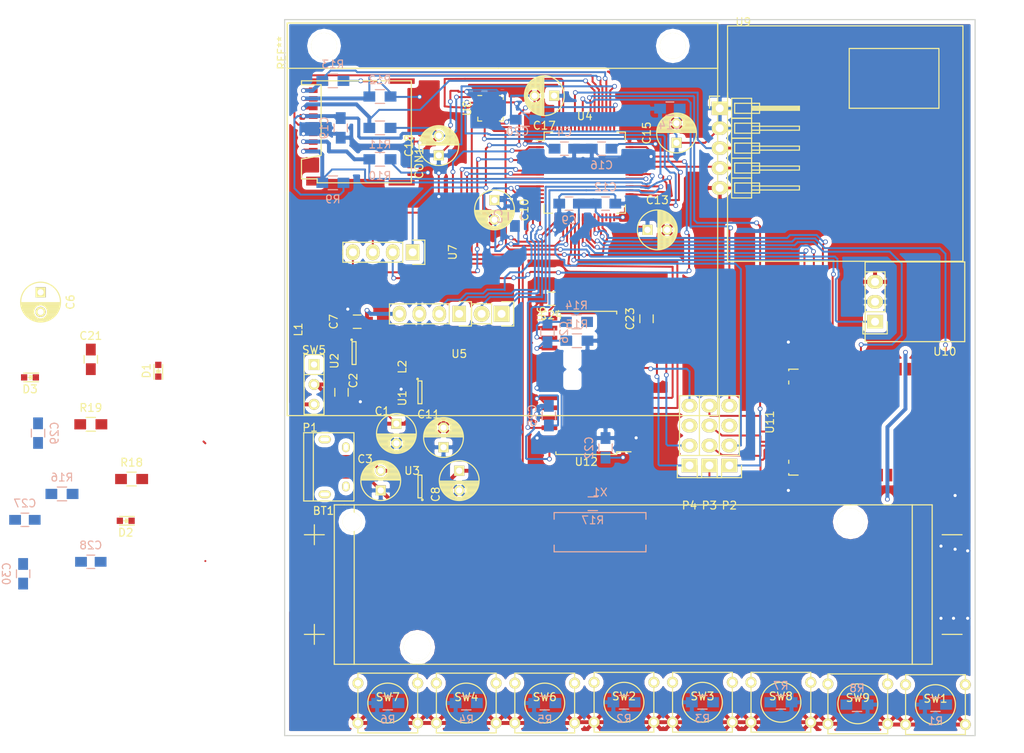
<source format=kicad_pcb>
(kicad_pcb (version 4) (host pcbnew 4.0.1-stable)
  (title_block (title "SenseWalk2: Minimalistic version") (rev 1) (company "University of Central Florida\\nSenior Design G23\\nBenoit Brummer\\n\\n\\n"))
  (layers (0 F.Cu signal) (31 B.Cu signal) (34 B.Paste user) (35 F.Paste user) (36 B.SilkS user) (37 F.SilkS user) (38 B.Mask user) (39 F.Mask user) (44 Edge.Cuts user))
  (net 0 "")
  (net 1 "Net-(BT1-Pad1)")
  (net 2 GND)
  (net 3 +BATT)
  (net 4 +5V)
  (net 5 +3V3)
  (net 6 PD2_SD-CMD)
  (net 7 PC10_SD-D2)
  (net 8 PC11_SD-D3)
  (net 9 PC12_SD-CK)
  (net 10 PC8_SD-D0)
  (net 11 PC9_SD-D1)
  (net 12 PA15_SD-DET)
  (net 13 "Net-(L2-Pad1)")
  (net 14 /in5)
  (net 15 /in6)
  (net 16 /in7)
  (net 17 /in8)
  (net 18 /in1)
  (net 19 /in2)
  (net 20 /in3)
  (net 21 /in4)
  (net 22 PC13_dbg)
  (net 23 NRST)
  (net 24 PC0_MP3-SCL)
  (net 25 PC1_MP3-SDA)
  (net 26 PC2_MAG-MISO)
  (net 27 PC3_mic)
  (net 28 PA0_las)
  (net 29 PA1_las)
  (net 30 PA2_UART)
  (net 31 PA3_UART)
  (net 32 PA4_BTpcm-Sync)
  (net 33 PA5_MP3-SCK)
  (net 34 PA6_BT-RTS)
  (net 35 PA7_MP3-SDI)
  (net 36 PC4_BT-RX)
  (net 37 PC5_BT-TX)
  (net 38 PB0_BT-GP9)
  (net 39 PB1_BT-CTS)
  (net 40 PB2_BT-GP2)
  (net 41 PB10_MAG-SPC)
  (net 42 "Net-(D1-Pad2)")
  (net 43 PB12_MAG-INT)
  (net 44 PB13_MAG-TRIG)
  (net 45 PB14_MP3-RST)
  (net 46 PB15_MAG-MOSI)
  (net 47 PC6_MP3-DR)
  (net 48 PA9_GPS-RX)
  (net 49 PA13_dbg)
  (net 50 PA14_dbg)
  (net 51 PB3_BTpcm-CLK)
  (net 52 PB5_BTpcm-IN)
  (net 53 PB7_GPS-TX)
  (net 54 PB9_MAG-CS)
  (net 55 "Net-(P4-Pad4)")
  (net 56 "Net-(P4-Pad1)")
  (net 57 "Net-(P4-Pad2)")
  (net 58 "Net-(C26-Pad1)")
  (net 59 "Net-(C28-Pad1)")
  (net 60 "Net-(C29-Pad1)")
  (net 61 "Net-(C27-Pad1)")
  (net 62 "Net-(D2-Pad2)")
  (net 63 "Net-(D2-Pad1)")
  (net 64 "Net-(D3-Pad2)")
  (net 65 "Net-(D3-Pad1)")
  (net 66 "Net-(P3-Pad1)")
  (net 67 "Net-(P3-Pad2)")
  (net 68 "Net-(P3-Pad3)")
  (net 69 "Net-(P3-Pad4)")
  (net 70 "Net-(CON1-Pad11)")
  (net 71 "Net-(CON1-Pad10)")
  (net 72 "Net-(L1-Pad2)")
  (net 73 "Net-(C3-Pad2)")
  (net 74 "Net-(C26-Pad2)")
  (net 75 "Net-(C30-Pad1)")
  (module BT:RN-52 (layer F.Cu) (at 248 122.8 270)
    (fp_text reference U11 (at 0 15.4 270) (layer F.SilkS))
    (fp_text value RN-52)
    (pad 28 smd rect (at 6.75 11 270) (size 1.6 0.8) (layers F.Cu F.Paste F.Mask))
    (pad 27 smd rect (at 5.9 13 270) (size 0.8 1.6) (layers F.Cu F.Paste F.Mask) (net 2 GND))
    (pad 19 smd rect (at -4.2 13 270) (size 0.8 1.6) (layers F.Cu F.Paste F.Mask))
    (pad 1 smd rect (at -6.75 -8.2 270) (size 1.6 0.8) (layers F.Cu F.Paste F.Mask) (net 2 GND))
    (pad 2 smd rect (at -6.75 -7 270) (size 1.6 0.8) (layers F.Cu F.Paste F.Mask) (net 40 PB2_BT-GP2))
    (pad 3 smd rect (at -6.75 -5.8 270) (size 1.6 0.8) (layers F.Cu F.Paste F.Mask))
    (pad 4 smd rect (at -6.75 -4.6 270) (size 1.6 0.8) (layers F.Cu F.Paste F.Mask))
    (pad 5 smd rect (at -6.75 -3.4 270) (size 1.6 0.8) (layers F.Cu F.Paste F.Mask))
    (pad 6 smd rect (at -6.75 -2.2 270) (size 1.6 0.8) (layers F.Cu F.Paste F.Mask))
    (pad 7 smd rect (at -6.75 -1 270) (size 1.6 0.8) (layers F.Cu F.Paste F.Mask))
    (pad 8 smd rect (at -6.75 0.2 270) (size 1.6 0.8) (layers F.Cu F.Paste F.Mask))
    (pad 9 smd rect (at -6.75 1.4 270) (size 1.6 0.8) (layers F.Cu F.Paste F.Mask))
    (pad 10 smd rect (at -6.75 2.6 270) (size 1.6 0.8) (layers F.Cu F.Paste F.Mask))
    (pad 11 smd rect (at -6.75 3.8 270) (size 1.6 0.8) (layers F.Cu F.Paste F.Mask) (net 38 PB0_BT-GP9))
    (pad 12 smd rect (at -6.75 5 270) (size 1.6 0.8) (layers F.Cu F.Paste F.Mask))
    (pad 13 smd rect (at -6.75 6.2 270) (size 1.6 0.8) (layers F.Cu F.Paste F.Mask))
    (pad 14 smd rect (at -6.75 7.4 270) (size 1.6 0.8) (layers F.Cu F.Paste F.Mask) (net 34 PA6_BT-RTS))
    (pad 15 smd rect (at -6.75 8.6 270) (size 1.6 0.8) (layers F.Cu F.Paste F.Mask) (net 39 PB1_BT-CTS))
    (pad 16 smd rect (at -6.75 9.8 270) (size 1.6 0.8) (layers F.Cu F.Paste F.Mask) (net 37 PC5_BT-TX))
    (pad 17 smd rect (at -6.75 11 270) (size 1.6 0.8) (layers F.Cu F.Paste F.Mask) (net 36 PC4_BT-RX))
    (pad 18 smd rect (at -5.9 13 270) (size 0.8 1.6) (layers F.Cu F.Paste F.Mask) (net 2 GND))
    (pad 20 smd rect (at -3 13 270) (size 0.8 1.6) (layers F.Cu F.Paste F.Mask))
    (pad 21 smd rect (at -1.8 13 270) (size 0.8 1.6) (layers F.Cu F.Paste F.Mask) (net 5 +3V3))
    (pad 22 smd rect (at -0.6 13 270) (size 0.8 1.6) (layers F.Cu F.Paste F.Mask) (net 5 +3V3))
    (pad 23 smd rect (at 0.6 13 270) (size 0.8 1.6) (layers F.Cu F.Paste F.Mask) (net 69 "Net-(P3-Pad4)"))
    (pad 24 smd rect (at 1.8 13 270) (size 0.8 1.6) (layers F.Cu F.Paste F.Mask) (net 68 "Net-(P3-Pad3)"))
    (pad 25 smd rect (at 3 13 270) (size 0.8 1.6) (layers F.Cu F.Paste F.Mask) (net 67 "Net-(P3-Pad2)"))
    (pad 26 smd rect (at 4.2 13 270) (size 0.8 1.6) (layers F.Cu F.Paste F.Mask) (net 66 "Net-(P3-Pad1)"))
    (pad 29 smd rect (at 6.75 9.8 270) (size 1.6 0.8) (layers F.Cu F.Paste F.Mask))
    (pad 30 smd rect (at 6.75 8.6 270) (size 1.6 0.8) (layers F.Cu F.Paste F.Mask))
    (pad 31 smd rect (at 6.75 7.4 270) (size 1.6 0.8) (layers F.Cu F.Paste F.Mask))
    (pad 32 smd rect (at 6.75 6.2 270) (size 1.6 0.8) (layers F.Cu F.Paste F.Mask) (net 65 "Net-(D3-Pad1)"))
    (pad 33 smd rect (at 6.75 5 270) (size 1.6 0.8) (layers F.Cu F.Paste F.Mask) (net 63 "Net-(D2-Pad1)"))
    (pad 34 smd rect (at 6.75 3.8 270) (size 1.6 0.8) (layers F.Cu F.Paste F.Mask))
    (pad 35 smd rect (at 6.75 2.6 270) (size 1.6 0.8) (layers F.Cu F.Paste F.Mask))
    (pad 36 smd rect (at 6.75 1.4 270) (size 1.6 0.8) (layers F.Cu F.Paste F.Mask))
    (pad 37 smd rect (at 6.75 0.2 270) (size 1.6 0.8) (layers F.Cu F.Paste F.Mask))
    (pad 38 smd rect (at 6.75 -1 270) (size 1.6 0.8) (layers F.Cu F.Paste F.Mask))
    (pad 39 smd rect (at 6.75 -2.2 270) (size 1.6 0.8) (layers F.Cu F.Paste F.Mask) (net 2 GND))
    (pad 40 smd rect (at 6.75 -3.4 270) (size 1.6 0.8) (layers F.Cu F.Paste F.Mask))
    (pad 41 smd rect (at 6.75 -4.6 270) (size 1.6 0.8) (layers F.Cu F.Paste F.Mask))
    (pad 42 smd rect (at 6.75 -5.8 270) (size 1.6 0.8) (layers F.Cu F.Paste F.Mask))
    (pad 43 smd rect (at 6.75 -7 270) (size 1.6 0.8) (layers F.Cu F.Paste F.Mask))
    (pad 44 smd rect (at 6.75 -8.2 270) (size 1.6 0.8) (layers F.Cu F.Paste F.Mask) (net 2 GND))
    (pad 45 smd oval (at 3.5 -7.7 270) (size 0.8 1) (layers F.Cu F.Paste F.Mask) (net 2 GND))
    (pad 46 smd oval (at 2.1 -7.7 270) (size 0.8 1) (layers F.Cu F.Paste F.Mask) (net 2 GND))
    (pad 47 smd oval (at 0.7 -7.7 270) (size 0.8 1) (layers F.Cu F.Paste F.Mask) (net 2 GND))
    (pad 48 smd oval (at -0.7 -7.7 270) (size 0.8 1) (layers F.Cu F.Paste F.Mask) (net 2 GND))
    (pad 49 smd oval (at -2.1 -7.7 270) (size 0.8 1) (layers F.Cu F.Paste F.Mask) (net 2 GND))
    (pad 50 smd oval (at -3.5 -7.7 270) (size 0.8 1) (layers F.Cu F.Paste F.Mask) (net 2 GND))
  )
  (module con-trougnouf:18650BatteryHolder (layer F.Cu) (at 172 143.5 180)
    (fp_text reference BT1 (at -3.7 9.4 180) (layer F.SilkS))
    (fp_text value Battery)
    (pad "" np_thru_hole oval (at -70.87 8 180) (size 3.45 3.45) (drill 3.45) (layers *.Cu *.Mask F.SilkS))
    (pad 1 smd rect (at -3.67 0 180) (size 7.34 6.35) (layers F.Cu F.Paste F.Mask) (net 1 "Net-(BT1-Pad1)"))
    (pad 2 smd rect (at -82.33 0 180) (size 7.34 6.35) (layers F.Cu F.Paste F.Mask) (net 2 GND))
    (pad "" np_thru_hole oval (at -7.34 8 180) (size 2.39 2.39) (drill 2.39) (layers *.Cu *.Mask F.SilkS))
    (pad "" np_thru_hole oval (at -15.67 -8 180) (size 3.45 3.45) (drill 3.45) (layers *.Cu *.Mask F.SilkS))
  )
  (module Capacitors_ThroughHole:C_Radial_D5_L11_P2.5 (layer F.Cu) (at 185 123 270)
    (fp_text reference C1 (at -1.6 1.8 540) (layer F.SilkS))
    (fp_text value 10uF)
    (pad 1 thru_hole rect (at 0 0 270) (size 1.3 1.3) (drill 0.8) (layers *.Cu *.Mask F.SilkS) (net 3 +BATT))
    (pad 2 thru_hole circle (at 2.5 0 270) (size 1.3 1.3) (drill 0.8) (layers *.Cu *.Mask F.SilkS) (net 2 GND))
  )
  (module Capacitors_ThroughHole:C_Radial_D5_L11_P2.5 (layer F.Cu) (at 183 131.5 90)
    (fp_text reference C3 (at 4 -2 180) (layer F.SilkS))
    (fp_text value 1uF)
    (pad 1 thru_hole rect (at 0 0 90) (size 1.3 1.3) (drill 0.8) (layers *.Cu *.Mask F.SilkS) (net 2 GND))
    (pad 2 thru_hole circle (at 2.5 0 90) (size 1.3 1.3) (drill 0.8) (layers *.Cu *.Mask F.SilkS) (net 73 "Net-(C3-Pad2)"))
  )
  (module Capacitors_SMD:C_0805_HandSoldering (layer B.Cu) (at 206.4 87.95 180)
    (fp_text reference C4 (at 0 2.1 180) (layer B.SilkS) (effects (justify mirror)))
    (fp_text value 0.1uF)
    (pad 1 smd rect (at -1.25 0 180) (size 1.5 1.25) (layers B.Cu B.Paste B.Mask) (net 2 GND))
    (pad 2 smd rect (at 1.25 0 180) (size 1.5 1.25) (layers B.Cu B.Paste B.Mask) (net 5 +3V3))
  )
  (module Capacitors_ThroughHole:C_Radial_D5_L11_P2.5 (layer F.Cu) (at 139.65 106.25 270)
    (fp_text reference C6 (at 1.25 -3.8 270) (layer F.SilkS))
    (fp_text value 4.7uF)
    (pad 1 thru_hole rect (at 0 0 270) (size 1.3 1.3) (drill 0.8) (layers *.Cu *.Mask F.SilkS) (net 2 GND))
    (pad 2 thru_hole circle (at 2.5 0 270) (size 1.3 1.3) (drill 0.8) (layers *.Cu *.Mask F.SilkS) (net 5 +3V3))
  )
  (module Capacitors_SMD:C_0805_HandSoldering (layer F.Cu) (at 180 110 180)
    (fp_text reference C7 (at 3 0 270) (layer F.SilkS))
    (fp_text value 10uF)
    (pad 1 smd rect (at -1.25 0 180) (size 1.5 1.25) (layers F.Cu F.Paste F.Mask) (net 4 +5V))
    (pad 2 smd rect (at 1.25 0 180) (size 1.5 1.25) (layers F.Cu F.Paste F.Mask) (net 2 GND))
  )
  (module Capacitors_ThroughHole:C_Radial_D5_L11_P2.5 (layer F.Cu) (at 193 129 270)
    (fp_text reference C8 (at 3 3 270) (layer F.SilkS))
    (fp_text value 1uF)
    (pad 1 thru_hole rect (at 0 0 270) (size 1.3 1.3) (drill 0.8) (layers *.Cu *.Mask F.SilkS) (net 1 "Net-(BT1-Pad1)"))
    (pad 2 thru_hole circle (at 2.5 0 270) (size 1.3 1.3) (drill 0.8) (layers *.Cu *.Mask F.SilkS) (net 2 GND))
  )
  (module Capacitors_ThroughHole:C_Radial_D5_L11_P2.5 (layer F.Cu) (at 197.5 94.5 270)
    (fp_text reference C10 (at 1.25 -3.8 270) (layer F.SilkS))
    (fp_text value 4.7uF)
    (pad 1 thru_hole rect (at 0 0 270) (size 1.3 1.3) (drill 0.8) (layers *.Cu *.Mask F.SilkS) (net 2 GND))
    (pad 2 thru_hole circle (at 2.5 0 270) (size 1.3 1.3) (drill 0.8) (layers *.Cu *.Mask F.SilkS) (net 5 +3V3))
  )
  (module Capacitors_ThroughHole:C_Radial_D5_L11_P2.5 (layer F.Cu) (at 205.1 81.2 180)
    (fp_text reference C17 (at 1.25 -3.8 180) (layer F.SilkS))
    (fp_text value 4.7uF)
    (pad 1 thru_hole rect (at 0 0 180) (size 1.3 1.3) (drill 0.8) (layers *.Cu *.Mask F.SilkS) (net 2 GND))
    (pad 2 thru_hole circle (at 2.5 0 180) (size 1.3 1.3) (drill 0.8) (layers *.Cu *.Mask F.SilkS) (net 5 +3V3))
  )
  (module Inductors_NEOSID:Neosid_Inductor_SM-NE29_SMD1008 (layer F.Cu) (at 175 110)
    (fp_text reference L1 (at -2.5 1 270) (layer F.SilkS))
    (fp_text value 4.7uH)
    (pad 2 smd rect (at 1.14554 0) (size 1.02108 2.54) (layers F.Cu F.Paste F.Mask) (net 72 "Net-(L1-Pad2)"))
    (pad 1 smd rect (at -1.14554 0) (size 1.02108 2.54) (layers F.Cu F.Paste F.Mask) (net 3 +BATT))
  )
  (module Inductors_NEOSID:Neosid_Inductor_SM-NE29_SMD1008 (layer F.Cu) (at 188 115)
    (fp_text reference L2 (at -2.25 0.75 90) (layer F.SilkS))
    (fp_text value 4.7uH)
    (pad 2 smd rect (at 1.14554 0) (size 1.02108 2.54) (layers F.Cu F.Paste F.Mask) (net 5 +3V3))
    (pad 1 smd rect (at -1.14554 0) (size 1.02108 2.54) (layers F.Cu F.Paste F.Mask) (net 13 "Net-(L2-Pad1)"))
  )
  (module Connect:USB_Micro-B (layer F.Cu) (at 177 128.5 270)
    (fp_text reference P1 (at -5 3 360) (layer F.SilkS))
    (fp_text value USB_B)
    (pad 1 smd rect (at -1.3009 -1.56254) (size 1.35 0.4) (layers F.Cu F.Paste F.Mask) (net 73 "Net-(C3-Pad2)"))
    (pad 2 smd rect (at -0.6509 -1.56254) (size 1.35 0.4) (layers F.Cu F.Paste F.Mask))
    (pad 3 smd rect (at -0.0009 -1.56254) (size 1.35 0.4) (layers F.Cu F.Paste F.Mask))
    (pad 4 smd rect (at 0.6491 -1.56254) (size 1.35 0.4) (layers F.Cu F.Paste F.Mask) (net 2 GND))
    (pad 5 smd rect (at 1.2991 -1.56254) (size 1.35 0.4) (layers F.Cu F.Paste F.Mask))
    (pad 6 thru_hole oval (at -2.5009 -1.56254) (size 0.95 1.25) (drill oval 0.55 0.85) (layers *.Cu *.Mask F.SilkS))
    (pad 6 thru_hole oval (at 2.4991 -1.56254) (size 0.95 1.25) (drill oval 0.55 0.85) (layers *.Cu *.Mask F.SilkS))
    (pad 6 thru_hole oval (at -3.5009 1.13746) (size 1.55 1) (drill oval 1.15 0.5) (layers *.Cu *.Mask F.SilkS))
    (pad 6 thru_hole oval (at 3.4991 1.13746) (size 1.55 1) (drill oval 1.15 0.5) (layers *.Cu *.Mask F.SilkS))
  )
  (module Buttons_Switches_ThroughHole:SW_PUSH_SMALL (layer F.Cu) (at 253.7 158.8)
    (fp_text reference SW1 (at 0 -0.762) (layer F.SilkS))
    (fp_text value SW_PUSH)
    (pad 1 thru_hole circle (at 3.81 -2.54) (size 1.397 1.397) (drill 0.8128) (layers *.Cu *.Mask F.SilkS) (net 14 /in5))
    (pad 2 thru_hole circle (at 3.81 2.54) (size 1.397 1.397) (drill 0.8128) (layers *.Cu *.Mask F.SilkS) (net 5 +3V3))
    (pad 1 thru_hole circle (at -3.81 -2.54) (size 1.397 1.397) (drill 0.8128) (layers *.Cu *.Mask F.SilkS) (net 14 /in5))
    (pad 2 thru_hole circle (at -3.81 2.54) (size 1.397 1.397) (drill 0.8128) (layers *.Cu *.Mask F.SilkS) (net 5 +3V3))
  )
  (module Buttons_Switches_ThroughHole:SW_PUSH_SMALL (layer F.Cu) (at 214 158.5)
    (fp_text reference SW2 (at 0 -0.762) (layer F.SilkS))
    (fp_text value SW_PUSH)
    (pad 1 thru_hole circle (at 3.81 -2.54) (size 1.397 1.397) (drill 0.8128) (layers *.Cu *.Mask F.SilkS) (net 15 /in6))
    (pad 2 thru_hole circle (at 3.81 2.54) (size 1.397 1.397) (drill 0.8128) (layers *.Cu *.Mask F.SilkS) (net 5 +3V3))
    (pad 1 thru_hole circle (at -3.81 -2.54) (size 1.397 1.397) (drill 0.8128) (layers *.Cu *.Mask F.SilkS) (net 15 /in6))
    (pad 2 thru_hole circle (at -3.81 2.54) (size 1.397 1.397) (drill 0.8128) (layers *.Cu *.Mask F.SilkS) (net 5 +3V3))
  )
  (module Buttons_Switches_ThroughHole:SW_PUSH_SMALL (layer F.Cu) (at 224 158.5)
    (fp_text reference SW3 (at 0 -0.762) (layer F.SilkS))
    (fp_text value SW_PUSH)
    (pad 1 thru_hole circle (at 3.81 -2.54) (size 1.397 1.397) (drill 0.8128) (layers *.Cu *.Mask F.SilkS) (net 16 /in7))
    (pad 2 thru_hole circle (at 3.81 2.54) (size 1.397 1.397) (drill 0.8128) (layers *.Cu *.Mask F.SilkS) (net 5 +3V3))
    (pad 1 thru_hole circle (at -3.81 -2.54) (size 1.397 1.397) (drill 0.8128) (layers *.Cu *.Mask F.SilkS) (net 16 /in7))
    (pad 2 thru_hole circle (at -3.81 2.54) (size 1.397 1.397) (drill 0.8128) (layers *.Cu *.Mask F.SilkS) (net 5 +3V3))
  )
  (module Buttons_Switches_ThroughHole:SW_PUSH_SMALL (layer F.Cu) (at 193.9 158.6)
    (fp_text reference SW4 (at 0 -0.762) (layer F.SilkS))
    (fp_text value SW_PUSH)
    (pad 1 thru_hole circle (at 3.81 -2.54) (size 1.397 1.397) (drill 0.8128) (layers *.Cu *.Mask F.SilkS) (net 17 /in8))
    (pad 2 thru_hole circle (at 3.81 2.54) (size 1.397 1.397) (drill 0.8128) (layers *.Cu *.Mask F.SilkS) (net 5 +3V3))
    (pad 1 thru_hole circle (at -3.81 -2.54) (size 1.397 1.397) (drill 0.8128) (layers *.Cu *.Mask F.SilkS) (net 17 /in8))
    (pad 2 thru_hole circle (at -3.81 2.54) (size 1.397 1.397) (drill 0.8128) (layers *.Cu *.Mask F.SilkS) (net 5 +3V3))
  )
  (module Buttons_Switches_ThroughHole:SW_Micro_SPST (layer F.Cu) (at 174.5 118 270)
    (fp_text reference SW5 (at -4.4 0 360) (layer F.SilkS))
    (fp_text value Switch_SPDT_x2)
    (pad 1 thru_hole rect (at -2.54 0 270) (size 1.397 1.397) (drill 0.8128) (layers *.Cu *.Mask F.SilkS))
    (pad 2 thru_hole circle (at 0 0 270) (size 1.397 1.397) (drill 0.8128) (layers *.Cu *.Mask F.SilkS) (net 3 +BATT))
    (pad 3 thru_hole circle (at 2.54 0 270) (size 1.397 1.397) (drill 0.8128) (layers *.Cu *.Mask F.SilkS) (net 1 "Net-(BT1-Pad1)"))
  )
  (module Buttons_Switches_ThroughHole:SW_PUSH_SMALL (layer F.Cu) (at 203.9 158.6)
    (fp_text reference SW6 (at 0 -0.762) (layer F.SilkS))
    (fp_text value SW_PUSH)
    (pad 1 thru_hole circle (at 3.81 -2.54) (size 1.397 1.397) (drill 0.8128) (layers *.Cu *.Mask F.SilkS) (net 18 /in1))
    (pad 2 thru_hole circle (at 3.81 2.54) (size 1.397 1.397) (drill 0.8128) (layers *.Cu *.Mask F.SilkS) (net 5 +3V3))
    (pad 1 thru_hole circle (at -3.81 -2.54) (size 1.397 1.397) (drill 0.8128) (layers *.Cu *.Mask F.SilkS) (net 18 /in1))
    (pad 2 thru_hole circle (at -3.81 2.54) (size 1.397 1.397) (drill 0.8128) (layers *.Cu *.Mask F.SilkS) (net 5 +3V3))
  )
  (module Buttons_Switches_ThroughHole:SW_PUSH_SMALL (layer F.Cu) (at 183.9 158.6)
    (fp_text reference SW7 (at 0 -0.762) (layer F.SilkS))
    (fp_text value SW_PUSH)
    (pad 1 thru_hole circle (at 3.81 -2.54) (size 1.397 1.397) (drill 0.8128) (layers *.Cu *.Mask F.SilkS) (net 19 /in2))
    (pad 2 thru_hole circle (at 3.81 2.54) (size 1.397 1.397) (drill 0.8128) (layers *.Cu *.Mask F.SilkS) (net 5 +3V3))
    (pad 1 thru_hole circle (at -3.81 -2.54) (size 1.397 1.397) (drill 0.8128) (layers *.Cu *.Mask F.SilkS) (net 19 /in2))
    (pad 2 thru_hole circle (at -3.81 2.54) (size 1.397 1.397) (drill 0.8128) (layers *.Cu *.Mask F.SilkS) (net 5 +3V3))
  )
  (module Buttons_Switches_ThroughHole:SW_PUSH_SMALL (layer F.Cu) (at 234 158.5)
    (fp_text reference SW8 (at 0 -0.762) (layer F.SilkS))
    (fp_text value SW_PUSH)
    (pad 1 thru_hole circle (at 3.81 -2.54) (size 1.397 1.397) (drill 0.8128) (layers *.Cu *.Mask F.SilkS) (net 20 /in3))
    (pad 2 thru_hole circle (at 3.81 2.54) (size 1.397 1.397) (drill 0.8128) (layers *.Cu *.Mask F.SilkS) (net 5 +3V3))
    (pad 1 thru_hole circle (at -3.81 -2.54) (size 1.397 1.397) (drill 0.8128) (layers *.Cu *.Mask F.SilkS) (net 20 /in3))
    (pad 2 thru_hole circle (at -3.81 2.54) (size 1.397 1.397) (drill 0.8128) (layers *.Cu *.Mask F.SilkS) (net 5 +3V3))
  )
  (module Buttons_Switches_ThroughHole:SW_PUSH_SMALL (layer F.Cu) (at 243.8 158.7)
    (fp_text reference SW9 (at 0 -0.762) (layer F.SilkS))
    (fp_text value SW_PUSH)
    (pad 1 thru_hole circle (at 3.81 -2.54) (size 1.397 1.397) (drill 0.8128) (layers *.Cu *.Mask F.SilkS) (net 21 /in4))
    (pad 2 thru_hole circle (at 3.81 2.54) (size 1.397 1.397) (drill 0.8128) (layers *.Cu *.Mask F.SilkS) (net 5 +3V3))
    (pad 1 thru_hole circle (at -3.81 -2.54) (size 1.397 1.397) (drill 0.8128) (layers *.Cu *.Mask F.SilkS) (net 21 /in4))
    (pad 2 thru_hole circle (at -3.81 2.54) (size 1.397 1.397) (drill 0.8128) (layers *.Cu *.Mask F.SilkS) (net 5 +3V3))
  )
  (module TO_SOT_Packages_SMD:SOT-23-5 (layer F.Cu) (at 179.6 114)
    (fp_text reference U2 (at -2.5 1 90) (layer F.SilkS))
    (fp_text value XC9140)
    (pad 1 smd rect (at -1.1 -0.95) (size 1.06 0.65) (layers F.Cu F.Paste F.Mask) (net 3 +BATT))
    (pad 2 smd rect (at -1.1 0) (size 1.06 0.65) (layers F.Cu F.Paste F.Mask) (net 2 GND))
    (pad 3 smd rect (at -1.1 0.95) (size 1.06 0.65) (layers F.Cu F.Paste F.Mask) (net 3 +BATT))
    (pad 4 smd rect (at 1.1 0.95) (size 1.06 0.65) (layers F.Cu F.Paste F.Mask) (net 4 +5V))
    (pad 5 smd rect (at 1.1 -0.95) (size 1.06 0.65) (layers F.Cu F.Paste F.Mask) (net 72 "Net-(L1-Pad2)"))
  )
  (module TO_SOT_Packages_SMD:SOT-23-5 (layer F.Cu) (at 188 131 180)
    (fp_text reference U3 (at 1 2 180) (layer F.SilkS))
    (fp_text value MCP73811/2)
    (pad 1 smd rect (at -1.1 -0.95 180) (size 1.06 0.65) (layers F.Cu F.Paste F.Mask) (net 73 "Net-(C3-Pad2)"))
    (pad 2 smd rect (at -1.1 0 180) (size 1.06 0.65) (layers F.Cu F.Paste F.Mask) (net 2 GND))
    (pad 3 smd rect (at -1.1 0.95 180) (size 1.06 0.65) (layers F.Cu F.Paste F.Mask) (net 1 "Net-(BT1-Pad1)"))
    (pad 4 smd rect (at 1.1 0.95 180) (size 1.06 0.65) (layers F.Cu F.Paste F.Mask) (net 73 "Net-(C3-Pad2)"))
    (pad 5 smd rect (at 1.1 -0.95 180) (size 1.06 0.65) (layers F.Cu F.Paste F.Mask) (net 73 "Net-(C3-Pad2)"))
  )
  (module Housings_QFP:LQFP-64_10x10mm_Pitch0.5mm (layer F.Cu) (at 209 91)
    (fp_text reference U4 (at 0 -7.2) (layer F.SilkS))
    (fp_text value STM32L476R)
    (pad 1 smd rect (at -5.7 -3.75) (size 1 0.25) (layers F.Cu F.Paste F.Mask) (net 5 +3V3))
    (pad 2 smd rect (at -5.7 -3.25) (size 1 0.25) (layers F.Cu F.Paste F.Mask) (net 22 PC13_dbg))
    (pad 3 smd rect (at -5.7 -2.75) (size 1 0.25) (layers F.Cu F.Paste F.Mask) (net 14 /in5))
    (pad 4 smd rect (at -5.7 -2.25) (size 1 0.25) (layers F.Cu F.Paste F.Mask) (net 15 /in6))
    (pad 5 smd rect (at -5.7 -1.75) (size 1 0.25) (layers F.Cu F.Paste F.Mask) (net 16 /in7))
    (pad 6 smd rect (at -5.7 -1.25) (size 1 0.25) (layers F.Cu F.Paste F.Mask) (net 17 /in8))
    (pad 7 smd rect (at -5.7 -0.75) (size 1 0.25) (layers F.Cu F.Paste F.Mask) (net 23 NRST))
    (pad 8 smd rect (at -5.7 -0.25) (size 1 0.25) (layers F.Cu F.Paste F.Mask) (net 24 PC0_MP3-SCL))
    (pad 9 smd rect (at -5.7 0.25) (size 1 0.25) (layers F.Cu F.Paste F.Mask) (net 25 PC1_MP3-SDA))
    (pad 10 smd rect (at -5.7 0.75) (size 1 0.25) (layers F.Cu F.Paste F.Mask) (net 26 PC2_MAG-MISO))
    (pad 11 smd rect (at -5.7 1.25) (size 1 0.25) (layers F.Cu F.Paste F.Mask) (net 27 PC3_mic))
    (pad 12 smd rect (at -5.7 1.75) (size 1 0.25) (layers F.Cu F.Paste F.Mask) (net 2 GND))
    (pad 13 smd rect (at -5.7 2.25) (size 1 0.25) (layers F.Cu F.Paste F.Mask) (net 5 +3V3))
    (pad 14 smd rect (at -5.7 2.75) (size 1 0.25) (layers F.Cu F.Paste F.Mask) (net 28 PA0_las))
    (pad 15 smd rect (at -5.7 3.25) (size 1 0.25) (layers F.Cu F.Paste F.Mask) (net 29 PA1_las))
    (pad 16 smd rect (at -5.7 3.75) (size 1 0.25) (layers F.Cu F.Paste F.Mask) (net 30 PA2_UART))
    (pad 17 smd rect (at -3.75 5.7 90) (size 1 0.25) (layers F.Cu F.Paste F.Mask) (net 31 PA3_UART))
    (pad 18 smd rect (at -3.25 5.7 90) (size 1 0.25) (layers F.Cu F.Paste F.Mask) (net 2 GND))
    (pad 19 smd rect (at -2.75 5.7 90) (size 1 0.25) (layers F.Cu F.Paste F.Mask) (net 5 +3V3))
    (pad 20 smd rect (at -2.25 5.7 90) (size 1 0.25) (layers F.Cu F.Paste F.Mask) (net 32 PA4_BTpcm-Sync))
    (pad 21 smd rect (at -1.75 5.7 90) (size 1 0.25) (layers F.Cu F.Paste F.Mask) (net 33 PA5_MP3-SCK))
    (pad 22 smd rect (at -1.25 5.7 90) (size 1 0.25) (layers F.Cu F.Paste F.Mask) (net 34 PA6_BT-RTS))
    (pad 23 smd rect (at -0.75 5.7 90) (size 1 0.25) (layers F.Cu F.Paste F.Mask) (net 35 PA7_MP3-SDI))
    (pad 24 smd rect (at -0.25 5.7 90) (size 1 0.25) (layers F.Cu F.Paste F.Mask) (net 36 PC4_BT-RX))
    (pad 25 smd rect (at 0.25 5.7 90) (size 1 0.25) (layers F.Cu F.Paste F.Mask) (net 37 PC5_BT-TX))
    (pad 26 smd rect (at 0.75 5.7 90) (size 1 0.25) (layers F.Cu F.Paste F.Mask) (net 38 PB0_BT-GP9))
    (pad 27 smd rect (at 1.25 5.7 90) (size 1 0.25) (layers F.Cu F.Paste F.Mask) (net 39 PB1_BT-CTS))
    (pad 28 smd rect (at 1.75 5.7 90) (size 1 0.25) (layers F.Cu F.Paste F.Mask) (net 40 PB2_BT-GP2))
    (pad 29 smd rect (at 2.25 5.7 90) (size 1 0.25) (layers F.Cu F.Paste F.Mask) (net 41 PB10_MAG-SPC))
    (pad 30 smd rect (at 2.75 5.7 90) (size 1 0.25) (layers F.Cu F.Paste F.Mask) (net 42 "Net-(D1-Pad2)"))
    (pad 31 smd rect (at 3.25 5.7 90) (size 1 0.25) (layers F.Cu F.Paste F.Mask) (net 2 GND))
    (pad 32 smd rect (at 3.75 5.7 90) (size 1 0.25) (layers F.Cu F.Paste F.Mask) (net 5 +3V3))
    (pad 33 smd rect (at 5.7 3.75) (size 1 0.25) (layers F.Cu F.Paste F.Mask) (net 43 PB12_MAG-INT))
    (pad 34 smd rect (at 5.7 3.25) (size 1 0.25) (layers F.Cu F.Paste F.Mask) (net 44 PB13_MAG-TRIG))
    (pad 35 smd rect (at 5.7 2.75) (size 1 0.25) (layers F.Cu F.Paste F.Mask) (net 45 PB14_MP3-RST))
    (pad 36 smd rect (at 5.7 2.25) (size 1 0.25) (layers F.Cu F.Paste F.Mask) (net 46 PB15_MAG-MOSI))
    (pad 37 smd rect (at 5.7 1.75) (size 1 0.25) (layers F.Cu F.Paste F.Mask) (net 47 PC6_MP3-DR))
    (pad 38 smd rect (at 5.7 1.25) (size 1 0.25) (layers F.Cu F.Paste F.Mask))
    (pad 39 smd rect (at 5.7 0.75) (size 1 0.25) (layers F.Cu F.Paste F.Mask) (net 10 PC8_SD-D0))
    (pad 40 smd rect (at 5.7 0.25) (size 1 0.25) (layers F.Cu F.Paste F.Mask) (net 11 PC9_SD-D1))
    (pad 41 smd rect (at 5.7 -0.25) (size 1 0.25) (layers F.Cu F.Paste F.Mask) (net 18 /in1))
    (pad 42 smd rect (at 5.7 -0.75) (size 1 0.25) (layers F.Cu F.Paste F.Mask) (net 48 PA9_GPS-RX))
    (pad 43 smd rect (at 5.7 -1.25) (size 1 0.25) (layers F.Cu F.Paste F.Mask) (net 19 /in2))
    (pad 44 smd rect (at 5.7 -1.75) (size 1 0.25) (layers F.Cu F.Paste F.Mask) (net 20 /in3))
    (pad 45 smd rect (at 5.7 -2.25) (size 1 0.25) (layers F.Cu F.Paste F.Mask) (net 21 /in4))
    (pad 46 smd rect (at 5.7 -2.75) (size 1 0.25) (layers F.Cu F.Paste F.Mask) (net 49 PA13_dbg))
    (pad 47 smd rect (at 5.7 -3.25) (size 1 0.25) (layers F.Cu F.Paste F.Mask) (net 2 GND))
    (pad 48 smd rect (at 5.7 -3.75) (size 1 0.25) (layers F.Cu F.Paste F.Mask) (net 5 +3V3))
    (pad 49 smd rect (at 3.75 -5.7 90) (size 1 0.25) (layers F.Cu F.Paste F.Mask) (net 50 PA14_dbg))
    (pad 50 smd rect (at 3.25 -5.7 90) (size 1 0.25) (layers F.Cu F.Paste F.Mask) (net 12 PA15_SD-DET))
    (pad 51 smd rect (at 2.75 -5.7 90) (size 1 0.25) (layers F.Cu F.Paste F.Mask) (net 7 PC10_SD-D2))
    (pad 52 smd rect (at 2.25 -5.7 90) (size 1 0.25) (layers F.Cu F.Paste F.Mask) (net 8 PC11_SD-D3))
    (pad 53 smd rect (at 1.75 -5.7 90) (size 1 0.25) (layers F.Cu F.Paste F.Mask) (net 9 PC12_SD-CK))
    (pad 54 smd rect (at 1.25 -5.7 90) (size 1 0.25) (layers F.Cu F.Paste F.Mask) (net 6 PD2_SD-CMD))
    (pad 55 smd rect (at 0.75 -5.7 90) (size 1 0.25) (layers F.Cu F.Paste F.Mask) (net 51 PB3_BTpcm-CLK))
    (pad 56 smd rect (at 0.25 -5.7 90) (size 1 0.25) (layers F.Cu F.Paste F.Mask))
    (pad 57 smd rect (at -0.25 -5.7 90) (size 1 0.25) (layers F.Cu F.Paste F.Mask) (net 52 PB5_BTpcm-IN))
    (pad 58 smd rect (at -0.75 -5.7 90) (size 1 0.25) (layers F.Cu F.Paste F.Mask))
    (pad 59 smd rect (at -1.25 -5.7 90) (size 1 0.25) (layers F.Cu F.Paste F.Mask) (net 53 PB7_GPS-TX))
    (pad 60 smd rect (at -1.75 -5.7 90) (size 1 0.25) (layers F.Cu F.Paste F.Mask))
    (pad 61 smd rect (at -2.25 -5.7 90) (size 1 0.25) (layers F.Cu F.Paste F.Mask))
    (pad 62 smd rect (at -2.75 -5.7 90) (size 1 0.25) (layers F.Cu F.Paste F.Mask) (net 54 PB9_MAG-CS))
    (pad 63 smd rect (at -3.25 -5.7 90) (size 1 0.25) (layers F.Cu F.Paste F.Mask) (net 2 GND))
    (pad 64 smd rect (at -3.75 -5.7 90) (size 1 0.25) (layers F.Cu F.Paste F.Mask) (net 5 +3V3))
  )
  (module con-trougnouf:Socket_Strip_Straight_1x04_3467 (layer F.Cu) (at 193 109 180)
    (fp_text reference U5 (at 0 -5.1 180) (layer F.SilkS))
    (fp_text value Lightware_SF10/A)
    (pad 3 thru_hole rect (at 0 0 180) (size 1.7272 2.032) (drill 1.016) (layers *.Cu *.Mask F.SilkS) (net 29 PA1_las))
    (pad 4 thru_hole oval (at 2.54 0 180) (size 1.7272 2.032) (drill 1.016) (layers *.Cu *.Mask F.SilkS) (net 28 PA0_las))
    (pad 6 thru_hole oval (at 5.08 0 180) (size 1.7272 2.032) (drill 1.016) (layers *.Cu *.Mask F.SilkS) (net 2 GND))
    (pad 7 thru_hole oval (at 7.62 0 180) (size 1.7272 2.032) (drill 1.016) (layers *.Cu *.Mask F.SilkS) (net 4 +5V))
  )
  (module Pin_Headers:Pin_Header_Straight_1x02 (layer F.Cu) (at 198.4 109 270)
    (fp_text reference U6 (at 0 -5.1 270) (layer F.SilkS))
    (fp_text value UART)
    (pad 1 thru_hole rect (at 0 0 270) (size 2.032 2.032) (drill 1.016) (layers *.Cu *.Mask F.SilkS) (net 31 PA3_UART))
    (pad 2 thru_hole oval (at 0 2.54 270) (size 2.032 2.032) (drill 1.016) (layers *.Cu *.Mask F.SilkS) (net 30 PA2_UART))
  )
  (module Housings_DFN_QFN:QFN-16-1EP_3x3mm_Pitch0.5mm (layer F.Cu) (at 197 82.8)
    (fp_text reference U8 (at -3 0 90) (layer F.SilkS))
    (fp_text value MLX90393)
    (pad 1 smd oval (at -1.475 -0.75) (size 0.75 0.3) (layers F.Cu F.Paste F.Mask) (net 43 PB12_MAG-INT))
    (pad 2 smd oval (at -1.475 -0.25) (size 0.75 0.3) (layers F.Cu F.Paste F.Mask) (net 54 PB9_MAG-CS))
    (pad 3 smd oval (at -1.475 0.25) (size 0.75 0.3) (layers F.Cu F.Paste F.Mask) (net 41 PB10_MAG-SPC))
    (pad 4 smd oval (at -1.475 0.75) (size 0.75 0.3) (layers F.Cu F.Paste F.Mask))
    (pad 5 smd oval (at -0.75 1.475 90) (size 0.75 0.3) (layers F.Cu F.Paste F.Mask) (net 46 PB15_MAG-MOSI))
    (pad 6 smd oval (at -0.25 1.475 90) (size 0.75 0.3) (layers F.Cu F.Paste F.Mask) (net 26 PC2_MAG-MISO))
    (pad 7 smd oval (at 0.25 1.475 90) (size 0.75 0.3) (layers F.Cu F.Paste F.Mask) (net 44 PB13_MAG-TRIG))
    (pad 8 smd oval (at 0.75 1.475 90) (size 0.75 0.3) (layers F.Cu F.Paste F.Mask) (net 5 +3V3))
    (pad 9 smd oval (at 1.475 0.75) (size 0.75 0.3) (layers F.Cu F.Paste F.Mask))
    (pad 10 smd oval (at 1.475 0.25) (size 0.75 0.3) (layers F.Cu F.Paste F.Mask))
    (pad 11 smd oval (at 1.475 -0.25) (size 0.75 0.3) (layers F.Cu F.Paste F.Mask) (net 2 GND))
    (pad 12 smd oval (at 1.475 -0.75) (size 0.75 0.3) (layers F.Cu F.Paste F.Mask) (net 2 GND))
    (pad 13 smd oval (at 0.75 -1.475 90) (size 0.75 0.3) (layers F.Cu F.Paste F.Mask) (net 2 GND))
    (pad 14 smd oval (at 0.25 -1.475 90) (size 0.75 0.3) (layers F.Cu F.Paste F.Mask))
    (pad 15 smd oval (at -0.25 -1.475 90) (size 0.75 0.3) (layers F.Cu F.Paste F.Mask) (net 5 +3V3))
    (pad 16 smd oval (at -0.75 -1.475 90) (size 0.75 0.3) (layers F.Cu F.Paste F.Mask))
    (pad 17 smd rect (at 0.45 0.45) (size 0.9 0.9) (layers F.Cu F.Paste F.Mask))
    (pad 17 smd rect (at 0.45 -0.45) (size 0.9 0.9) (layers F.Cu F.Paste F.Mask))
    (pad 17 smd rect (at -0.45 0.45) (size 0.9 0.9) (layers F.Cu F.Paste F.Mask))
    (pad 17 smd rect (at -0.45 -0.45) (size 0.9 0.9) (layers F.Cu F.Paste F.Mask))
  )
  (module Housings_SOIC:SOIC-28_7.5x17.9mm_Pitch1.27mm (layer F.Cu) (at 209.2 117.8 180)
    (fp_text reference U12 (at 0 -10.05 180) (layer F.SilkS))
    (fp_text value STA013)
    (pad 1 smd rect (at -4.7 -8.255 180) (size 2 0.6) (layers F.Cu F.Paste F.Mask) (net 5 +3V3))
    (pad 2 smd rect (at -4.7 -6.985 180) (size 2 0.6) (layers F.Cu F.Paste F.Mask) (net 2 GND))
    (pad 3 smd rect (at -4.7 -5.715 180) (size 2 0.6) (layers F.Cu F.Paste F.Mask) (net 25 PC1_MP3-SDA))
    (pad 4 smd rect (at -4.7 -4.445 180) (size 2 0.6) (layers F.Cu F.Paste F.Mask) (net 24 PC0_MP3-SCL))
    (pad 5 smd rect (at -4.7 -3.175 180) (size 2 0.6) (layers F.Cu F.Paste F.Mask) (net 35 PA7_MP3-SDI))
    (pad 6 smd rect (at -4.7 -1.905 180) (size 2 0.6) (layers F.Cu F.Paste F.Mask) (net 33 PA5_MP3-SCK))
    (pad 7 smd rect (at -4.7 -0.635 180) (size 2 0.6) (layers F.Cu F.Paste F.Mask) (net 5 +3V3))
    (pad 8 smd rect (at -4.7 0.635 180) (size 2 0.6) (layers F.Cu F.Paste F.Mask) (net 5 +3V3))
    (pad 9 smd rect (at -4.7 1.905 180) (size 2 0.6) (layers F.Cu F.Paste F.Mask) (net 55 "Net-(P4-Pad4)"))
    (pad 10 smd rect (at -4.7 3.175 180) (size 2 0.6) (layers F.Cu F.Paste F.Mask) (net 56 "Net-(P4-Pad1)"))
    (pad 11 smd rect (at -4.7 4.445 180) (size 2 0.6) (layers F.Cu F.Paste F.Mask) (net 57 "Net-(P4-Pad2)"))
    (pad 12 smd rect (at -4.7 5.715 180) (size 2 0.6) (layers F.Cu F.Paste F.Mask))
    (pad 13 smd rect (at -4.7 6.985 180) (size 2 0.6) (layers F.Cu F.Paste F.Mask) (net 2 GND))
    (pad 14 smd rect (at -4.7 8.255 180) (size 2 0.6) (layers F.Cu F.Paste F.Mask) (net 5 +3V3))
    (pad 15 smd rect (at 4.7 8.255 180) (size 2 0.6) (layers F.Cu F.Paste F.Mask) (net 2 GND))
    (pad 16 smd rect (at 4.7 6.985 180) (size 2 0.6) (layers F.Cu F.Paste F.Mask) (net 5 +3V3))
    (pad 17 smd rect (at 4.7 5.715 180) (size 2 0.6) (layers F.Cu F.Paste F.Mask) (net 74 "Net-(C26-Pad2)"))
    (pad 18 smd rect (at 4.7 4.445 180) (size 2 0.6) (layers F.Cu F.Paste F.Mask) (net 58 "Net-(C26-Pad1)"))
    (pad 19 smd rect (at 4.7 3.175 180) (size 2 0.6) (layers F.Cu F.Paste F.Mask) (net 61 "Net-(C27-Pad1)"))
    (pad 20 smd rect (at 4.7 1.905 180) (size 2 0.6) (layers F.Cu F.Paste F.Mask) (net 60 "Net-(C29-Pad1)"))
    (pad 21 smd rect (at 4.7 0.635 180) (size 2 0.6) (layers F.Cu F.Paste F.Mask) (net 75 "Net-(C30-Pad1)"))
    (pad 22 smd rect (at 4.7 -0.635 180) (size 2 0.6) (layers F.Cu F.Paste F.Mask) (net 2 GND))
    (pad 23 smd rect (at 4.7 -1.905 180) (size 2 0.6) (layers F.Cu F.Paste F.Mask) (net 5 +3V3))
    (pad 24 smd rect (at 4.7 -3.175 180) (size 2 0.6) (layers F.Cu F.Paste F.Mask) (net 5 +3V3))
    (pad 25 smd rect (at 4.7 -4.445 180) (size 2 0.6) (layers F.Cu F.Paste F.Mask) (net 2 GND))
    (pad 26 smd rect (at 4.7 -5.715 180) (size 2 0.6) (layers F.Cu F.Paste F.Mask) (net 45 PB14_MP3-RST))
    (pad 27 smd rect (at 4.7 -6.985 180) (size 2 0.6) (layers F.Cu F.Paste F.Mask) (net 2 GND))
    (pad 28 smd rect (at 4.7 -8.255 180) (size 2 0.6) (layers F.Cu F.Paste F.Mask) (net 47 PC6_MP3-DR))
  )
  (module Capacitors_SMD:C_0805_HandSoldering (layer B.Cu) (at 177.9 85.3 270)
    (fp_text reference C19 (at 0 2.1 270) (layer B.SilkS) (effects (justify mirror)))
    (fp_text value 0.1uF)
    (pad 1 smd rect (at -1.25 0 270) (size 1.5 1.25) (layers B.Cu B.Paste B.Mask) (net 5 +3V3))
    (pad 2 smd rect (at 1.25 0 270) (size 1.5 1.25) (layers B.Cu B.Paste B.Mask) (net 2 GND))
  )
  (module Capacitors_SMD:C_0805_HandSoldering (layer B.Cu) (at 201.45 84.25 180)
    (fp_text reference C20 (at 1 -1.5 180) (layer B.SilkS) (effects (justify mirror)))
    (fp_text value 0.1uF)
    (pad 1 smd rect (at -1.25 0 180) (size 1.5 1.25) (layers B.Cu B.Paste B.Mask) (net 2 GND))
    (pad 2 smd rect (at 1.25 0 180) (size 1.5 1.25) (layers B.Cu B.Paste B.Mask) (net 5 +3V3))
  )
  (module Capacitors_SMD:C_0805_HandSoldering (layer F.Cu) (at 146.05 114.8 90)
    (fp_text reference C21 (at 3 0 180) (layer F.SilkS))
    (fp_text value 0.1uF)
    (pad 1 smd rect (at -1.25 0 90) (size 1.5 1.25) (layers F.Cu F.Paste F.Mask) (net 2 GND))
    (pad 2 smd rect (at 1.25 0 90) (size 1.5 1.25) (layers F.Cu F.Paste F.Mask) (net 5 +3V3))
  )
  (module Capacitors_SMD:C_0805_HandSoldering (layer B.Cu) (at 211.65 126.075 270)
    (fp_text reference C22 (at 0 2.1 270) (layer B.SilkS) (effects (justify mirror)))
    (fp_text value 0.1uF)
    (pad 1 smd rect (at -1.25 0 270) (size 1.5 1.25) (layers B.Cu B.Paste B.Mask) (net 2 GND))
    (pad 2 smd rect (at 1.25 0 270) (size 1.5 1.25) (layers B.Cu B.Paste B.Mask) (net 5 +3V3))
  )
  (module Capacitors_SMD:C_0805_HandSoldering (layer F.Cu) (at 216.875 109.625 90)
    (fp_text reference C23 (at 0 -2.1 90) (layer F.SilkS))
    (fp_text value 0.1uF)
    (pad 1 smd rect (at -1.25 0 90) (size 1.5 1.25) (layers F.Cu F.Paste F.Mask) (net 2 GND))
    (pad 2 smd rect (at 1.25 0 90) (size 1.5 1.25) (layers F.Cu F.Paste F.Mask) (net 5 +3V3))
  )
  (module Capacitors_SMD:C_0805_HandSoldering (layer F.Cu) (at 204.725 107.075 180)
    (fp_text reference C24 (at 0 -2.1 180) (layer F.SilkS))
    (fp_text value 0.1uF)
    (pad 1 smd rect (at -1.25 0 180) (size 1.5 1.25) (layers F.Cu F.Paste F.Mask) (net 2 GND))
    (pad 2 smd rect (at 1.25 0 180) (size 1.5 1.25) (layers F.Cu F.Paste F.Mask) (net 5 +3V3))
  )
  (module Capacitors_SMD:C_0805_HandSoldering (layer B.Cu) (at 204.425 121.975 270)
    (fp_text reference C25 (at 0 2.1 270) (layer B.SilkS) (effects (justify mirror)))
    (fp_text value 0.1uF)
    (pad 1 smd rect (at -1.25 0 270) (size 1.5 1.25) (layers B.Cu B.Paste B.Mask) (net 2 GND))
    (pad 2 smd rect (at 1.25 0 270) (size 1.5 1.25) (layers B.Cu B.Paste B.Mask) (net 5 +3V3))
  )
  (module Capacitors_SMD:C_0805_HandSoldering (layer B.Cu) (at 204.25 111.35 90)
    (fp_text reference C26 (at 0 2.1 90) (layer B.SilkS) (effects (justify mirror)))
    (fp_text value 0.1uF)
    (pad 1 smd rect (at -1.25 0 90) (size 1.5 1.25) (layers B.Cu B.Paste B.Mask) (net 58 "Net-(C26-Pad1)"))
    (pad 2 smd rect (at 1.25 0 90) (size 1.5 1.25) (layers B.Cu B.Paste B.Mask) (net 74 "Net-(C26-Pad2)"))
  )
  (module Capacitors_SMD:C_0805_HandSoldering (layer B.Cu) (at 137.65 135.25 180)
    (fp_text reference C27 (at 0 2.1 180) (layer B.SilkS) (effects (justify mirror)))
    (fp_text value 470pF)
    (pad 1 smd rect (at -1.25 0 180) (size 1.5 1.25) (layers B.Cu B.Paste B.Mask) (net 61 "Net-(C27-Pad1)"))
    (pad 2 smd rect (at 1.25 0 180) (size 1.5 1.25) (layers B.Cu B.Paste B.Mask) (net 2 GND))
  )
  (module Capacitors_SMD:C_0805_HandSoldering (layer B.Cu) (at 146.05 140.6 180)
    (fp_text reference C28 (at 0 2.1 180) (layer B.SilkS) (effects (justify mirror)))
    (fp_text value 4.7nF)
    (pad 1 smd rect (at -1.25 0 180) (size 1.5 1.25) (layers B.Cu B.Paste B.Mask) (net 59 "Net-(C28-Pad1)"))
    (pad 2 smd rect (at 1.25 0 180) (size 1.5 1.25) (layers B.Cu B.Paste B.Mask) (net 2 GND))
  )
  (module Capacitors_SMD:C_0805_HandSoldering (layer B.Cu) (at 139.325 124.2 90)
    (fp_text reference C29 (at 0 2.1 90) (layer B.SilkS) (effects (justify mirror)))
    (fp_text value 22pF)
    (pad 1 smd rect (at -1.25 0 90) (size 1.5 1.25) (layers B.Cu B.Paste B.Mask) (net 60 "Net-(C29-Pad1)"))
    (pad 2 smd rect (at 1.25 0 90) (size 1.5 1.25) (layers B.Cu B.Paste B.Mask) (net 2 GND))
  )
  (module Capacitors_SMD:C_0805_HandSoldering (layer B.Cu) (at 137.425 142.125 270)
    (fp_text reference C30 (at 0 2.1 270) (layer B.SilkS) (effects (justify mirror)))
    (fp_text value 22pF)
    (pad 1 smd rect (at -1.25 0 270) (size 1.5 1.25) (layers B.Cu B.Paste B.Mask) (net 75 "Net-(C30-Pad1)"))
    (pad 2 smd rect (at 1.25 0 270) (size 1.5 1.25) (layers B.Cu B.Paste B.Mask) (net 2 GND))
  )
  (module LEDs:LED_0603 (layer F.Cu) (at 154.65 116.25 90)
    (fp_text reference D1 (at 0 -1.5 90) (layer F.SilkS))
    (fp_text value Led_Small)
    (pad 2 smd rect (at 0.7493 0 270) (size 0.79756 0.79756) (layers F.Cu F.Paste F.Mask) (net 42 "Net-(D1-Pad2)"))
    (pad 1 smd rect (at -0.7493 0 270) (size 0.79756 0.79756) (layers F.Cu F.Paste F.Mask) (net 2 GND))
  )
  (module LEDs:LED_0603 (layer F.Cu) (at 150.5 135.375 180)
    (fp_text reference D2 (at 0 -1.5 180) (layer F.SilkS))
    (fp_text value Led_B)
    (pad 2 smd rect (at 0.7493 0) (size 0.79756 0.79756) (layers F.Cu F.Paste F.Mask) (net 62 "Net-(D2-Pad2)"))
    (pad 1 smd rect (at -0.7493 0) (size 0.79756 0.79756) (layers F.Cu F.Paste F.Mask) (net 63 "Net-(D2-Pad1)"))
  )
  (module LEDs:LED_0603 (layer F.Cu) (at 138.3 117.1 180)
    (fp_text reference D3 (at 0 -1.5 180) (layer F.SilkS))
    (fp_text value Led_R)
    (pad 2 smd rect (at 0.7493 0) (size 0.79756 0.79756) (layers F.Cu F.Paste F.Mask) (net 64 "Net-(D3-Pad2)"))
    (pad 1 smd rect (at -0.7493 0) (size 0.79756 0.79756) (layers F.Cu F.Paste F.Mask) (net 65 "Net-(D3-Pad1)"))
  )
  (module Pin_Headers:Pin_Header_Straight_1x04 (layer F.Cu) (at 227.43 128.32 180)
    (fp_text reference P2 (at 0 -5.1 180) (layer F.SilkS))
    (fp_text value CONN_01X04)
    (pad 1 thru_hole rect (at 0 0 180) (size 2.032 1.7272) (drill 1.016) (layers *.Cu *.Mask F.SilkS) (net 51 PB3_BTpcm-CLK))
    (pad 2 thru_hole oval (at 0 2.54 180) (size 2.032 1.7272) (drill 1.016) (layers *.Cu *.Mask F.SilkS) (net 32 PA4_BTpcm-Sync))
    (pad 3 thru_hole oval (at 0 5.08 180) (size 2.032 1.7272) (drill 1.016) (layers *.Cu *.Mask F.SilkS))
    (pad 4 thru_hole oval (at 0 7.62 180) (size 2.032 1.7272) (drill 1.016) (layers *.Cu *.Mask F.SilkS) (net 52 PB5_BTpcm-IN))
  )
  (module Pin_Headers:Pin_Header_Straight_1x04 (layer F.Cu) (at 224.89 128.32 180)
    (fp_text reference P3 (at 0 -5.1 180) (layer F.SilkS))
    (fp_text value CONN_01X04)
    (pad 1 thru_hole rect (at 0 0 180) (size 2.032 1.7272) (drill 1.016) (layers *.Cu *.Mask F.SilkS) (net 66 "Net-(P3-Pad1)"))
    (pad 2 thru_hole oval (at 0 2.54 180) (size 2.032 1.7272) (drill 1.016) (layers *.Cu *.Mask F.SilkS) (net 67 "Net-(P3-Pad2)"))
    (pad 3 thru_hole oval (at 0 5.08 180) (size 2.032 1.7272) (drill 1.016) (layers *.Cu *.Mask F.SilkS) (net 68 "Net-(P3-Pad3)"))
    (pad 4 thru_hole oval (at 0 7.62 180) (size 2.032 1.7272) (drill 1.016) (layers *.Cu *.Mask F.SilkS) (net 69 "Net-(P3-Pad4)"))
  )
  (module Pin_Headers:Pin_Header_Straight_1x04 (layer F.Cu) (at 222.35 128.32 180)
    (fp_text reference P4 (at 0 -5.1 180) (layer F.SilkS))
    (fp_text value CONN_01X04)
    (pad 1 thru_hole rect (at 0 0 180) (size 2.032 1.7272) (drill 1.016) (layers *.Cu *.Mask F.SilkS) (net 56 "Net-(P4-Pad1)"))
    (pad 2 thru_hole oval (at 0 2.54 180) (size 2.032 1.7272) (drill 1.016) (layers *.Cu *.Mask F.SilkS) (net 57 "Net-(P4-Pad2)"))
    (pad 3 thru_hole oval (at 0 5.08 180) (size 2.032 1.7272) (drill 1.016) (layers *.Cu *.Mask F.SilkS))
    (pad 4 thru_hole oval (at 0 7.62 180) (size 2.032 1.7272) (drill 1.016) (layers *.Cu *.Mask F.SilkS) (net 55 "Net-(P4-Pad4)"))
  )
  (module Resistors_SMD:R_0805_HandSoldering (layer B.Cu) (at 253.7 158.8)
    (fp_text reference R1 (at 0 2.1) (layer B.SilkS) (effects (justify mirror)))
    (fp_text value 10K)
    (pad 1 smd rect (at -1.35 0) (size 1.5 1.3) (layers B.Cu B.Paste B.Mask) (net 2 GND))
    (pad 2 smd rect (at 1.35 0) (size 1.5 1.3) (layers B.Cu B.Paste B.Mask) (net 14 /in5))
  )
  (module Resistors_SMD:R_0805_HandSoldering (layer B.Cu) (at 214 158.5)
    (fp_text reference R2 (at 0 2.1) (layer B.SilkS) (effects (justify mirror)))
    (fp_text value 10K)
    (pad 1 smd rect (at -1.35 0) (size 1.5 1.3) (layers B.Cu B.Paste B.Mask) (net 2 GND))
    (pad 2 smd rect (at 1.35 0) (size 1.5 1.3) (layers B.Cu B.Paste B.Mask) (net 15 /in6))
  )
  (module Resistors_SMD:R_0805_HandSoldering (layer B.Cu) (at 224 158.5)
    (fp_text reference R3 (at 0 2.1) (layer B.SilkS) (effects (justify mirror)))
    (fp_text value 10K)
    (pad 1 smd rect (at -1.35 0) (size 1.5 1.3) (layers B.Cu B.Paste B.Mask) (net 2 GND))
    (pad 2 smd rect (at 1.35 0) (size 1.5 1.3) (layers B.Cu B.Paste B.Mask) (net 16 /in7))
  )
  (module Resistors_SMD:R_0805_HandSoldering (layer B.Cu) (at 193.9 158.6)
    (fp_text reference R4 (at 0 2.1) (layer B.SilkS) (effects (justify mirror)))
    (fp_text value 10K)
    (pad 1 smd rect (at -1.35 0) (size 1.5 1.3) (layers B.Cu B.Paste B.Mask) (net 2 GND))
    (pad 2 smd rect (at 1.35 0) (size 1.5 1.3) (layers B.Cu B.Paste B.Mask) (net 17 /in8))
  )
  (module Resistors_SMD:R_0805_HandSoldering (layer B.Cu) (at 203.9 158.6)
    (fp_text reference R5 (at 0 2.1) (layer B.SilkS) (effects (justify mirror)))
    (fp_text value 10K)
    (pad 1 smd rect (at -1.35 0) (size 1.5 1.3) (layers B.Cu B.Paste B.Mask) (net 2 GND))
    (pad 2 smd rect (at 1.35 0) (size 1.5 1.3) (layers B.Cu B.Paste B.Mask) (net 18 /in1))
  )
  (module Resistors_SMD:R_0805_HandSoldering (layer B.Cu) (at 183.9 158.6)
    (fp_text reference R6 (at 0 2.1) (layer B.SilkS) (effects (justify mirror)))
    (fp_text value 10K)
    (pad 1 smd rect (at -1.35 0) (size 1.5 1.3) (layers B.Cu B.Paste B.Mask) (net 2 GND))
    (pad 2 smd rect (at 1.35 0) (size 1.5 1.3) (layers B.Cu B.Paste B.Mask) (net 19 /in2))
  )
  (module Resistors_SMD:R_0805_HandSoldering (layer B.Cu) (at 234 158.5 180)
    (fp_text reference R7 (at 0 2.1 180) (layer B.SilkS) (effects (justify mirror)))
    (fp_text value 10K)
    (pad 1 smd rect (at -1.35 0 180) (size 1.5 1.3) (layers B.Cu B.Paste B.Mask) (net 2 GND))
    (pad 2 smd rect (at 1.35 0 180) (size 1.5 1.3) (layers B.Cu B.Paste B.Mask) (net 20 /in3))
  )
  (module Resistors_SMD:R_0805_HandSoldering (layer B.Cu) (at 243.7 158.8 180)
    (fp_text reference R8 (at 0 2.1 180) (layer B.SilkS) (effects (justify mirror)))
    (fp_text value 10K)
    (pad 1 smd rect (at -1.35 0 180) (size 1.5 1.3) (layers B.Cu B.Paste B.Mask) (net 2 GND))
    (pad 2 smd rect (at 1.35 0 180) (size 1.5 1.3) (layers B.Cu B.Paste B.Mask) (net 21 /in4))
  )
  (module Resistors_SMD:R_0805_HandSoldering (layer B.Cu) (at 176.9 92.3)
    (fp_text reference R9 (at 0 2.1) (layer B.SilkS) (effects (justify mirror)))
    (fp_text value 47K)
    (pad 1 smd rect (at -1.35 0) (size 1.5 1.3) (layers B.Cu B.Paste B.Mask) (net 11 PC9_SD-D1))
    (pad 2 smd rect (at 1.35 0) (size 1.5 1.3) (layers B.Cu B.Paste B.Mask) (net 5 +3V3))
  )
  (module Resistors_SMD:R_0805_HandSoldering (layer B.Cu) (at 182.9 89.3)
    (fp_text reference R10 (at 0 2.1) (layer B.SilkS) (effects (justify mirror)))
    (fp_text value 47K)
    (pad 1 smd rect (at -1.35 0) (size 1.5 1.3) (layers B.Cu B.Paste B.Mask) (net 10 PC8_SD-D0))
    (pad 2 smd rect (at 1.35 0) (size 1.5 1.3) (layers B.Cu B.Paste B.Mask) (net 5 +3V3))
  )
  (module Resistors_SMD:R_0805_HandSoldering (layer B.Cu) (at 182.9 85.3)
    (fp_text reference R11 (at 0 2.1) (layer B.SilkS) (effects (justify mirror)))
    (fp_text value 47K)
    (pad 1 smd rect (at -1.35 0) (size 1.5 1.3) (layers B.Cu B.Paste B.Mask) (net 6 PD2_SD-CMD))
    (pad 2 smd rect (at 1.35 0) (size 1.5 1.3) (layers B.Cu B.Paste B.Mask) (net 5 +3V3))
  )
  (module Resistors_SMD:R_0805_HandSoldering (layer B.Cu) (at 182.9 81.3 180)
    (fp_text reference R12 (at 0 2.1 180) (layer B.SilkS) (effects (justify mirror)))
    (fp_text value 47K)
    (pad 1 smd rect (at -1.35 0 180) (size 1.5 1.3) (layers B.Cu B.Paste B.Mask) (net 5 +3V3))
    (pad 2 smd rect (at 1.35 0 180) (size 1.5 1.3) (layers B.Cu B.Paste B.Mask) (net 8 PC11_SD-D3))
  )
  (module Resistors_SMD:R_0805_HandSoldering (layer B.Cu) (at 176.9 79.3 180)
    (fp_text reference R13 (at 0 2.1 180) (layer B.SilkS) (effects (justify mirror)))
    (fp_text value 47K)
    (pad 1 smd rect (at -1.35 0 180) (size 1.5 1.3) (layers B.Cu B.Paste B.Mask) (net 5 +3V3))
    (pad 2 smd rect (at 1.35 0 180) (size 1.5 1.3) (layers B.Cu B.Paste B.Mask) (net 7 PC10_SD-D2))
  )
  (module Resistors_SMD:R_0805_HandSoldering (layer B.Cu) (at 207.95 110.025 180)
    (fp_text reference R14 (at 0 2.1 180) (layer B.SilkS) (effects (justify mirror)))
    (fp_text value 4.7)
    (pad 1 smd rect (at -1.35 0 180) (size 1.5 1.3) (layers B.Cu B.Paste B.Mask) (net 5 +3V3))
    (pad 2 smd rect (at 1.35 0 180) (size 1.5 1.3) (layers B.Cu B.Paste B.Mask) (net 74 "Net-(C26-Pad2)"))
  )
  (module Resistors_SMD:R_0805_HandSoldering (layer B.Cu) (at 208 112.425 180)
    (fp_text reference R15 (at 0 2.1 180) (layer B.SilkS) (effects (justify mirror)))
    (fp_text value 4.7)
    (pad 1 smd rect (at -1.35 0 180) (size 1.5 1.3) (layers B.Cu B.Paste B.Mask) (net 2 GND))
    (pad 2 smd rect (at 1.35 0 180) (size 1.5 1.3) (layers B.Cu B.Paste B.Mask) (net 58 "Net-(C26-Pad1)"))
  )
  (module Resistors_SMD:R_0805_HandSoldering (layer B.Cu) (at 142.375 131.95 180)
    (fp_text reference R16 (at 0 2.1 180) (layer B.SilkS) (effects (justify mirror)))
    (fp_text value 1k)
    (pad 1 smd rect (at -1.35 0 180) (size 1.5 1.3) (layers B.Cu B.Paste B.Mask) (net 61 "Net-(C27-Pad1)"))
    (pad 2 smd rect (at 1.35 0 180) (size 1.5 1.3) (layers B.Cu B.Paste B.Mask) (net 59 "Net-(C28-Pad1)"))
  )
  (module Resistors_SMD:R_0805_HandSoldering (layer B.Cu) (at 210.025 133.2)
    (fp_text reference R17 (at 0 2.1) (layer B.SilkS) (effects (justify mirror)))
    (fp_text value 1M)
    (pad 1 smd rect (at -1.35 0) (size 1.5 1.3) (layers B.Cu B.Paste B.Mask) (net 75 "Net-(C30-Pad1)"))
    (pad 2 smd rect (at 1.35 0) (size 1.5 1.3) (layers B.Cu B.Paste B.Mask) (net 60 "Net-(C29-Pad1)"))
  )
  (module Resistors_SMD:R_0805_HandSoldering (layer F.Cu) (at 151.25 130.05)
    (fp_text reference R18 (at 0 -2.1) (layer F.SilkS))
    (fp_text value 470)
    (pad 1 smd rect (at -1.35 0) (size 1.5 1.3) (layers F.Cu F.Paste F.Mask) (net 5 +3V3))
    (pad 2 smd rect (at 1.35 0) (size 1.5 1.3) (layers F.Cu F.Paste F.Mask) (net 64 "Net-(D3-Pad2)"))
  )
  (module Resistors_SMD:R_0805_HandSoldering (layer F.Cu) (at 146.05 123.075)
    (fp_text reference R19 (at 0 -2.1) (layer F.SilkS))
    (fp_text value 47)
    (pad 1 smd rect (at -1.35 0) (size 1.5 1.3) (layers F.Cu F.Paste F.Mask) (net 5 +3V3))
    (pad 2 smd rect (at 1.35 0) (size 1.5 1.3) (layers F.Cu F.Paste F.Mask) (net 62 "Net-(D2-Pad2)"))
  )
  (module Crystals:Crystal_HC49-SD_SMD (layer B.Cu) (at 210.95 136.825 180)
    (fp_text reference X1 (at 0 5.08 180) (layer B.SilkS) (effects (justify mirror)))
    (fp_text value 14.7456MHz)
    (pad 1 smd rect (at -4.84886 0 180) (size 5.6007 2.10058) (layers B.Cu B.Paste B.Mask) (net 60 "Net-(C29-Pad1)"))
    (pad 2 smd rect (at 4.84886 0 180) (size 5.6007 2.10058) (layers B.Cu B.Paste B.Mask) (net 75 "Net-(C30-Pad1)"))
  )
  (module con-trougnouf:MicroSD (layer F.Cu) (at 174.4 83.8 90)
    (fp_text reference CON1 (at -6 13.5 90) (layer F.SilkS))
    (fp_text value uSD_Card)
    (pad 6 smd rect (at -2.2 0 90) (size 0.7 1.1) (layers F.Cu F.Paste F.Mask) (net 2 GND))
    (pad 3 smd rect (at 1.1 0 90) (size 0.7 1.1) (layers F.Cu F.Paste F.Mask) (net 6 PD2_SD-CMD))
    (pad 11 smd rect (at 4.38 0.5 90) (size 0.86 2.8) (layers F.Cu F.Paste F.Mask) (net 70 "Net-(CON1-Pad11)"))
    (pad 1 smd rect (at 3.3 0 90) (size 0.7 1.1) (layers F.Cu F.Paste F.Mask) (net 7 PC10_SD-D2))
    (pad 2 smd rect (at 2.2 0 90) (size 0.7 1.1) (layers F.Cu F.Paste F.Mask) (net 8 PC11_SD-D3))
    (pad 4 smd rect (at 0 0 90) (size 0.7 1.1) (layers F.Cu F.Paste F.Mask) (net 5 +3V3))
    (pad 5 smd rect (at -1.1 0 90) (size 0.7 1.1) (layers F.Cu F.Paste F.Mask) (net 9 PC12_SD-CK))
    (pad 7 smd rect (at -3.3 0 90) (size 0.7 1.1) (layers F.Cu F.Paste F.Mask) (net 10 PC8_SD-D0))
    (pad 8 smd rect (at -4.4 0 90) (size 0.7 1.1) (layers F.Cu F.Paste F.Mask) (net 11 PC9_SD-D1))
    (pad 10 smd rect (at -8.28 0.015 90) (size 1.14 1.83) (layers F.Cu F.Paste F.Mask) (net 71 "Net-(CON1-Pad10)"))
    (pad 10 smd rect (at -8.5 11.265 90) (size 0.7 3.33) (layers F.Cu F.Paste F.Mask) (net 71 "Net-(CON1-Pad10)"))
    (pad 6 smd rect (at -6.19 12.465 90) (size 0.9 0.93) (layers F.Cu F.Paste F.Mask) (net 2 GND))
    (pad 9 smd rect (at -3.24 12.54 90) (size 1.05 0.78) (layers F.Cu F.Paste F.Mask) (net 12 PA15_SD-DET))
    (pad 11 smd rect (at 4.46 11.265 90) (size 0.7 3.33) (layers F.Cu F.Paste F.Mask) (net 70 "Net-(CON1-Pad11)"))
  )
  (module Capacitors_SMD:C_0805_HandSoldering (layer F.Cu) (at 178 119 270)
    (fp_text reference C2 (at -1.5 -1.5 270) (layer F.SilkS))
    (fp_text value 4.7uF)
    (pad 1 smd rect (at -1.25 0 270) (size 1.5 1.25) (layers F.Cu F.Paste F.Mask) (net 3 +BATT))
    (pad 2 smd rect (at 1.25 0 270) (size 1.5 1.25) (layers F.Cu F.Paste F.Mask) (net 2 GND))
  )
  (module Capacitors_SMD:C_0805_HandSoldering (layer B.Cu) (at 200.1 96.55 270)
    (fp_text reference C5 (at 0 2.1 270) (layer B.SilkS) (effects (justify mirror)))
    (fp_text value 0.1uF)
    (pad 1 smd rect (at -1.25 0 270) (size 1.5 1.25) (layers B.Cu B.Paste B.Mask) (net 2 GND))
    (pad 2 smd rect (at 1.25 0 270) (size 1.5 1.25) (layers B.Cu B.Paste B.Mask) (net 5 +3V3))
  )
  (module Capacitors_SMD:C_0805_HandSoldering (layer B.Cu) (at 207 94.95)
    (fp_text reference C9 (at 0 2.1) (layer B.SilkS) (effects (justify mirror)))
    (fp_text value 0.1uF)
    (pad 1 smd rect (at -1.25 0) (size 1.5 1.25) (layers B.Cu B.Paste B.Mask) (net 2 GND))
    (pad 2 smd rect (at 1.25 0) (size 1.5 1.25) (layers B.Cu B.Paste B.Mask) (net 5 +3V3))
  )
  (module Capacitors_ThroughHole:C_Radial_D5_L11_P2.5 (layer F.Cu) (at 191 126 90)
    (fp_text reference C11 (at 4.2 -1.9 180) (layer F.SilkS))
    (fp_text value 10uF)
    (pad 1 thru_hole rect (at 0 0 90) (size 1.3 1.3) (drill 0.8) (layers *.Cu *.Mask F.SilkS) (net 2 GND))
    (pad 2 thru_hole circle (at 2.5 0 90) (size 1.3 1.3) (drill 0.8) (layers *.Cu *.Mask F.SilkS) (net 5 +3V3))
  )
  (module Capacitors_SMD:C_0805_HandSoldering (layer B.Cu) (at 211.65 94.95 180)
    (fp_text reference C12 (at 0 2.1 180) (layer B.SilkS) (effects (justify mirror)))
    (fp_text value 0.1uF)
    (pad 1 smd rect (at -1.25 0 180) (size 1.5 1.25) (layers B.Cu B.Paste B.Mask) (net 2 GND))
    (pad 2 smd rect (at 1.25 0 180) (size 1.5 1.25) (layers B.Cu B.Paste B.Mask) (net 5 +3V3))
  )
  (module Capacitors_ThroughHole:C_Radial_D5_L11_P2.5 (layer F.Cu) (at 217 98.3)
    (fp_text reference C13 (at 1.25 -3.8) (layer F.SilkS))
    (fp_text value 4.7uF)
    (pad 1 thru_hole rect (at 0 0) (size 1.3 1.3) (drill 0.8) (layers *.Cu *.Mask F.SilkS) (net 2 GND))
    (pad 2 thru_hole circle (at 2.5 0) (size 1.3 1.3) (drill 0.8) (layers *.Cu *.Mask F.SilkS) (net 5 +3V3))
  )
  (module Capacitors_SMD:C_0805_HandSoldering (layer B.Cu) (at 219.85 82.85)
    (fp_text reference C14 (at 0 2.1) (layer B.SilkS) (effects (justify mirror)))
    (fp_text value 0.1uF)
    (pad 1 smd rect (at -1.25 0) (size 1.5 1.25) (layers B.Cu B.Paste B.Mask) (net 2 GND))
    (pad 2 smd rect (at 1.25 0) (size 1.5 1.25) (layers B.Cu B.Paste B.Mask) (net 5 +3V3))
  )
  (module Capacitors_ThroughHole:C_Radial_D5_L11_P2.5 (layer F.Cu) (at 220.7 87.2 90)
    (fp_text reference C15 (at 1.25 -3.8 90) (layer F.SilkS))
    (fp_text value 4.7uF)
    (pad 1 thru_hole rect (at 0 0 90) (size 1.3 1.3) (drill 0.8) (layers *.Cu *.Mask F.SilkS) (net 2 GND))
    (pad 2 thru_hole circle (at 2.5 0 90) (size 1.3 1.3) (drill 0.8) (layers *.Cu *.Mask F.SilkS) (net 5 +3V3))
  )
  (module Capacitors_SMD:C_0805_HandSoldering (layer B.Cu) (at 211.15 87.95)
    (fp_text reference C16 (at 0 2.1) (layer B.SilkS) (effects (justify mirror)))
    (fp_text value 0.1uF)
    (pad 1 smd rect (at -1.25 0) (size 1.5 1.25) (layers B.Cu B.Paste B.Mask) (net 2 GND))
    (pad 2 smd rect (at 1.25 0) (size 1.5 1.25) (layers B.Cu B.Paste B.Mask) (net 5 +3V3))
  )
  (module Capacitors_ThroughHole:C_Radial_D5_L11_P2.5 (layer F.Cu) (at 190.4 88.8 90)
    (fp_text reference C18 (at 1.25 -3.8 90) (layer F.SilkS))
    (fp_text value 47uF)
    (pad 1 thru_hole rect (at 0 0 90) (size 1.3 1.3) (drill 0.8) (layers *.Cu *.Mask F.SilkS) (net 2 GND))
    (pad 2 thru_hole circle (at 2.5 0 90) (size 1.3 1.3) (drill 0.8) (layers *.Cu *.Mask F.SilkS) (net 5 +3V3))
  )
  (module TO_SOT_Packages_SMD:SOT-23-5 (layer F.Cu) (at 188 119)
    (fp_text reference U1 (at -2.25 0.75 90) (layer F.SilkS))
    (fp_text value PAM2301)
    (pad 1 smd rect (at -1.1 -0.95) (size 1.06 0.65) (layers F.Cu F.Paste F.Mask) (net 3 +BATT))
    (pad 2 smd rect (at -1.1 0) (size 1.06 0.65) (layers F.Cu F.Paste F.Mask) (net 2 GND))
    (pad 3 smd rect (at -1.1 0.95) (size 1.06 0.65) (layers F.Cu F.Paste F.Mask) (net 13 "Net-(L2-Pad1)"))
    (pad 4 smd rect (at 1.1 0.95) (size 1.06 0.65) (layers F.Cu F.Paste F.Mask) (net 3 +BATT))
    (pad 5 smd rect (at 1.1 -0.95) (size 1.06 0.65) (layers F.Cu F.Paste F.Mask) (net 5 +3V3))
  )
  (module Pin_Headers:Pin_Header_Straight_1x04 (layer F.Cu) (at 187.07 101.15 270)
    (fp_text reference U7 (at 0 -5.1 270) (layer F.SilkS))
    (fp_text value DebugPins)
    (pad 1 thru_hole rect (at 0 0 270) (size 2.032 1.7272) (drill 1.016) (layers *.Cu *.Mask F.SilkS) (net 50 PA14_dbg))
    (pad 2 thru_hole oval (at 0 2.54 270) (size 2.032 1.7272) (drill 1.016) (layers *.Cu *.Mask F.SilkS) (net 49 PA13_dbg))
    (pad 3 thru_hole oval (at 0 5.08 270) (size 2.032 1.7272) (drill 1.016) (layers *.Cu *.Mask F.SilkS) (net 22 PC13_dbg))
    (pad 4 thru_hole oval (at 0 7.62 270) (size 2.032 1.7272) (drill 1.016) (layers *.Cu *.Mask F.SilkS) (net 23 NRST))
  )
  (module con-trougnouf:LS20031+H (layer F.Cu) (at 226.2 82.8)
    (fp_text reference U9 (at 3 -11) (layer F.SilkS))
    (fp_text value LS20031)
    (pad 5 thru_hole rect (at 0 0) (size 2.032 1.7272) (drill 1.016) (layers *.Cu *.Mask F.SilkS) (net 2 GND))
    (pad 4 thru_hole oval (at 0 2.54) (size 2.032 1.7272) (drill 1.016) (layers *.Cu *.Mask F.SilkS) (net 2 GND))
    (pad 3 thru_hole oval (at 0 5.08) (size 2.032 1.7272) (drill 1.016) (layers *.Cu *.Mask F.SilkS) (net 53 PB7_GPS-TX))
    (pad 2 thru_hole oval (at 0 7.62) (size 2.032 1.7272) (drill 1.016) (layers *.Cu *.Mask F.SilkS) (net 48 PA9_GPS-RX))
    (pad 1 thru_hole oval (at 0 10.16) (size 2.032 1.7272) (drill 1.016) (layers *.Cu *.Mask F.SilkS) (net 5 +3V3))
    (pad 5 smd rect (at 3.49 0) (size 3.05 1.27) (layers F.Cu F.Paste F.Mask) (net 2 GND))
    (pad 4 smd rect (at 3.49 2.54) (size 3.05 1.27) (layers F.Cu F.Paste F.Mask) (net 2 GND))
    (pad 3 smd rect (at 3.49 5.08) (size 3.05 1.27) (layers F.Cu F.Paste F.Mask) (net 53 PB7_GPS-TX))
    (pad 2 smd rect (at 3.49 7.62) (size 3.05 1.27) (layers F.Cu F.Paste F.Mask) (net 48 PA9_GPS-RX))
    (pad 1 smd rect (at 3.49 10.16) (size 3.05 1.27) (layers F.Cu F.Paste F.Mask) (net 5 +3V3))
  )
  (module con-trougnouf:INMP401-bb (layer F.Cu) (at 246 110 180)
    (fp_text reference U10 (at -8.89 -3.81 180) (layer F.SilkS))
    (fp_text value ADMP401-BB)
    (pad 1 thru_hole rect (at 0 0 180) (size 2.032 1.7272) (drill 1.016) (layers *.Cu *.Mask F.SilkS) (net 27 PC3_mic))
    (pad 2 thru_hole oval (at 0 2.54 180) (size 2.032 1.7272) (drill 1.016) (layers *.Cu *.Mask F.SilkS) (net 2 GND))
    (pad 3 thru_hole oval (at 0 5.08 180) (size 2.032 1.7272) (drill 1.016) (layers *.Cu *.Mask F.SilkS) (net 5 +3V3))
  )
  (module con-trougnouf:LaserHolder (layer F.Cu) (at 198 74.85 90)
    (fp_text reference REF** (at -0.889 -27.6225 90) (layer F.SilkS))
    (fp_text value LaserHolder)
    (pad 11 np_thru_hole oval (at 0 22.225 90) (size 3.302 3.302) (drill 3.302) (layers *.Cu *.Mask F.SilkS))
    (pad 12 np_thru_hole oval (at 0 -22.225 90) (size 3.302 3.302) (drill 3.302) (layers *.Cu *.Mask F.SilkS))
  )
  (gr_line (start 258.75 162.75) (end 258.75 71.5) (angle 90) (layer Edge.Cuts) (width 0.15))
  (gr_line (start 170.75 162.75) (end 170.75 71.5) (angle 90) (layer Edge.Cuts) (width 0.15))
  (gr_line (start 258.75 162.75) (end 170.75 162.75) (angle 90) (layer Edge.Cuts) (width 0.15))
  (gr_line (start 257.75 71.5) (end 258.75 71.5) (angle 90) (layer Edge.Cuts) (width 0.15))
  (gr_line (start 226.25 71.5) (end 257.75 71.5) (angle 90) (layer Edge.Cuts) (width 0.15))
  (gr_line (start 170.75 71.5) (end 226.25 71.5) (angle 90) (layer Edge.Cuts) (width 0.15))
  (segment (start 247.575 132.625) (end 247.575 123.425) (width 0.5) (layer B.Cu) (net 0))
  (via (at 249.875 113.9) (size 0.6) (drill 0.4) (layers F.Cu B.Cu) (net 0))
  (via (at 247.575 132.625) (size 0.6) (drill 0.4) (layers F.Cu B.Cu) (net 0))
  (segment (start 247.575 132.625) (end 247.55 132.65) (width 0.5) (layer F.Cu) (net 0))
  (segment (start 247.55 132.675) (end 247.55 132.65) (width 0.5) (layer F.Cu) (net 0))
  (segment (start 249.875 113.9) (end 249.875 113.825) (width 0.25) (layer F.Cu) (net 0))
  (segment (start 249.875 121.125) (end 249.875 113.9) (width 0.5) (layer B.Cu) (net 0))
  (segment (start 247.575 123.425) (end 249.875 121.125) (width 0.5) (layer B.Cu) (net 0))
  (segment (start 160.645 140.505) (end 160.65 140.5) (width 0.25) (layer F.Cu) (net 0))
  (segment (start 160.415 125.265) (end 160.65 125.5) (width 0.25) (layer F.Cu) (net 0))
  (segment (start 175.67 143.5) (end 175.5 143.5) (width 0.5) (layer F.Cu) (net 1))
  (segment (start 175.5 143.5) (end 172 140) (width 0.5) (layer F.Cu) (net 1))
  (segment (start 172.46 120.54) (end 174.5 120.54) (width 0.5) (layer F.Cu) (net 1))
  (segment (start 172 121) (end 172.46 120.54) (width 0.5) (layer F.Cu) (net 1))
  (segment (start 172 140) (end 172 121) (width 0.5) (layer F.Cu) (net 1))
  (segment (start 193 129) (end 196 129) (width 0.5) (layer F.Cu) (net 1))
  (segment (start 186.5 143.5) (end 175.67 143.5) (width 0.5) (layer F.Cu) (net 1))
  (segment (start 196 134) (end 186.5 143.5) (width 0.5) (layer F.Cu) (net 1))
  (segment (start 196 129) (end 196 134) (width 0.5) (layer F.Cu) (net 1))
  (segment (start 189.1 130.05) (end 191.95 130.05) (width 0.5) (layer F.Cu) (net 1))
  (segment (start 191.95 130.05) (end 193 129) (width 0.5) (layer F.Cu) (net 1))
  (segment (start 204.5 118.435) (end 202.915 118.435) (width 0.25) (layer F.Cu) (net 2))
  (segment (start 206.050002 124.649998) (end 205.875 124.825) (width 0.25) (layer B.Cu) (net 2))
  (segment (start 206.050002 119.175002) (end 206.050002 124.649998) (width 0.25) (layer B.Cu) (net 2))
  (segment (start 205.7 118.825) (end 206.050002 119.175002) (width 0.25) (layer B.Cu) (net 2))
  (segment (start 203.275 118.825) (end 205.7 118.825) (width 0.25) (layer B.Cu) (net 2))
  (segment (start 202.9 118.45) (end 203.275 118.825) (width 0.25) (layer B.Cu) (net 2))
  (via (at 202.9 118.45) (size 0.6) (drill 0.4) (layers F.Cu B.Cu) (net 2))
  (segment (start 202.915 118.435) (end 202.9 118.45) (width 0.25) (layer F.Cu) (net 2))
  (segment (start 203.37 122.245) (end 204.5 122.245) (width 0.25) (layer F.Cu) (net 2))
  (segment (start 202.875 121.75) (end 203.37 122.245) (width 0.25) (layer F.Cu) (net 2))
  (via (at 202.875 121.75) (size 0.6) (drill 0.4) (layers F.Cu B.Cu) (net 2))
  (segment (start 203.9 120.725) (end 202.875 121.75) (width 0.25) (layer B.Cu) (net 2))
  (segment (start 204.425 120.725) (end 203.9 120.725) (width 0.25) (layer B.Cu) (net 2))
  (segment (start 204.5 124.785) (end 202.965 124.785) (width 0.25) (layer F.Cu) (net 2))
  (segment (start 202.965 124.785) (end 202.925 124.825) (width 0.25) (layer F.Cu) (net 2))
  (via (at 202.925 124.825) (size 0.6) (drill 0.4) (layers F.Cu B.Cu) (net 2))
  (segment (start 202.925 124.825) (end 205.875 124.825) (width 0.25) (layer B.Cu) (net 2))
  (segment (start 205.875 124.825) (end 211.65 124.825) (width 0.25) (layer B.Cu) (net 2))
  (segment (start 203.665 118.435) (end 204.5 118.435) (width 0.25) (layer F.Cu) (net 2))
  (segment (start 204.5 109.545) (end 204.5 108.55) (width 0.25) (layer F.Cu) (net 2))
  (segment (start 204.5 108.55) (end 205.975 107.075) (width 0.25) (layer F.Cu) (net 2))
  (segment (start 205.95 107.325) (end 205.95 107) (width 0.25) (layer F.Cu) (net 2))
  (segment (start 216.875 110.875) (end 213.96 110.875) (width 0.25) (layer F.Cu) (net 2))
  (segment (start 213.96 110.875) (end 213.9 110.815) (width 0.25) (layer F.Cu) (net 2))
  (segment (start 211.65 124.825) (end 215.525 124.825) (width 0.25) (layer B.Cu) (net 2))
  (segment (start 215.535 124.785) (end 213.9 124.785) (width 0.25) (layer F.Cu) (net 2))
  (segment (start 215.55 124.8) (end 215.535 124.785) (width 0.25) (layer F.Cu) (net 2))
  (via (at 215.55 124.8) (size 0.6) (drill 0.4) (layers F.Cu B.Cu) (net 2))
  (segment (start 215.525 124.825) (end 215.55 124.8) (width 0.25) (layer B.Cu) (net 2))
  (segment (start 193.95 80.7) (end 192.925 80.7) (width 0.25) (layer F.Cu) (net 2))
  (segment (start 191.8 87.4) (end 190.4 88.8) (width 0.25) (layer F.Cu) (net 2))
  (segment (start 191.8 85.05) (end 191.8 87.4) (width 0.25) (layer F.Cu) (net 2))
  (segment (start 191.9 84.95) (end 191.8 85.05) (width 0.25) (layer F.Cu) (net 2))
  (via (at 191.9 84.95) (size 0.6) (drill 0.4) (layers F.Cu B.Cu) (net 2))
  (segment (start 191.9 81.975) (end 191.9 84.95) (width 0.25) (layer B.Cu) (net 2))
  (segment (start 191.875 81.95) (end 191.9 81.975) (width 0.25) (layer B.Cu) (net 2))
  (via (at 191.875 81.95) (size 0.6) (drill 0.4) (layers F.Cu B.Cu) (net 2))
  (segment (start 191.875 80.625) (end 191.875 81.95) (width 0.25) (layer F.Cu) (net 2))
  (segment (start 191.925 80.575) (end 191.875 80.625) (width 0.25) (layer F.Cu) (net 2))
  (segment (start 192.9 80.575) (end 191.925 80.575) (width 0.25) (layer F.Cu) (net 2))
  (segment (start 192.9 80.675) (end 192.9 80.575) (width 0.25) (layer F.Cu) (net 2))
  (segment (start 192.925 80.7) (end 192.9 80.675) (width 0.25) (layer F.Cu) (net 2))
  (segment (start 198.475 82.05) (end 198.475 81.225) (width 0.25) (layer F.Cu) (net 2))
  (segment (start 193.95 80.7) (end 193.9 80.75) (width 0.25) (layer F.Cu) (net 2))
  (via (at 193.95 80.7) (size 0.6) (drill 0.4) (layers F.Cu B.Cu) (net 2))
  (segment (start 193.95 80.500004) (end 193.95 80.7) (width 0.25) (layer B.Cu) (net 2))
  (segment (start 193.949998 80.500002) (end 193.95 80.500004) (width 0.25) (layer B.Cu) (net 2))
  (segment (start 193.949998 80.45) (end 193.949998 80.500002) (width 0.25) (layer B.Cu) (net 2))
  (segment (start 193.95 80.450002) (end 193.949998 80.45) (width 0.25) (layer B.Cu) (net 2))
  (segment (start 194.1 80.450002) (end 193.95 80.450002) (width 0.25) (layer B.Cu) (net 2))
  (segment (start 194.299998 80.450002) (end 194.1 80.450002) (width 0.25) (layer B.Cu) (net 2))
  (segment (start 194.3 80.45) (end 194.299998 80.450002) (width 0.25) (layer B.Cu) (net 2))
  (segment (start 194.6 80.45) (end 194.3 80.45) (width 0.25) (layer B.Cu) (net 2))
  (segment (start 195.05 80.45) (end 194.6 80.45) (width 0.25) (layer B.Cu) (net 2))
  (segment (start 197.75 80.45) (end 195.05 80.45) (width 0.25) (layer B.Cu) (net 2))
  (segment (start 198.5 81.2) (end 197.75 80.45) (width 0.25) (layer B.Cu) (net 2))
  (via (at 198.5 81.2) (size 0.6) (drill 0.4) (layers F.Cu B.Cu) (net 2))
  (segment (start 198.475 81.225) (end 198.5 81.2) (width 0.25) (layer F.Cu) (net 2))
  (segment (start 202.7 84.25) (end 202.05 84.25) (width 0.25) (layer B.Cu) (net 2))
  (segment (start 202.05 84.25) (end 200.65 82.85) (width 0.25) (layer B.Cu) (net 2))
  (segment (start 200.65 82.85) (end 200.45 82.85) (width 0.25) (layer B.Cu) (net 2))
  (segment (start 200.45 82.85) (end 200.3 82.7) (width 0.25) (layer B.Cu) (net 2))
  (segment (start 200.3 82.7) (end 200.3 82.2) (width 0.25) (layer B.Cu) (net 2))
  (via (at 200.3 82.2) (size 0.6) (drill 0.4) (layers F.Cu B.Cu) (net 2))
  (segment (start 200.3 82.2) (end 200.15 82.05) (width 0.25) (layer F.Cu) (net 2))
  (segment (start 200.15 82.05) (end 198.475 82.05) (width 0.25) (layer F.Cu) (net 2))
  (segment (start 226.2 85.34) (end 229.69 85.34) (width 0.5) (layer F.Cu) (net 2))
  (segment (start 226.2 82.8) (end 229.69 82.8) (width 0.5) (layer F.Cu) (net 2))
  (segment (start 220.7 87.2) (end 224.34 87.2) (width 0.25) (layer F.Cu) (net 2))
  (segment (start 224.34 87.2) (end 226.2 85.34) (width 0.25) (layer F.Cu) (net 2))
  (segment (start 190.4 88.8) (end 190.4 91.05) (width 0.25) (layer B.Cu) (net 2))
  (via (at 190.4 91.05) (size 0.6) (drill 0.4) (layers F.Cu B.Cu) (net 2))
  (segment (start 190.4 91.05) (end 190.4 94.05) (width 0.25) (layer F.Cu) (net 2))
  (via (at 190.4 94.05) (size 0.6) (drill 0.4) (layers F.Cu B.Cu) (net 2))
  (segment (start 198.475 82.55) (end 198.475 82.05) (width 0.25) (layer F.Cu) (net 2))
  (segment (start 198.475 82.05) (end 198.45 82.025) (width 0.25) (layer F.Cu) (net 2))
  (segment (start 198.45 82.025) (end 198.45 81.5) (width 0.25) (layer F.Cu) (net 2))
  (segment (start 198.45 81.5) (end 198.275 81.325) (width 0.25) (layer F.Cu) (net 2))
  (segment (start 198.275 81.325) (end 197.75 81.325) (width 0.25) (layer F.Cu) (net 2))
  (segment (start 198.5 99.3) (end 198.5 99.75) (width 0.25) (layer B.Cu) (net 2))
  (via (at 196.65 100.5) (size 0.6) (drill 0.4) (layers F.Cu B.Cu) (net 2))
  (segment (start 197.75 100.5) (end 196.65 100.5) (width 0.25) (layer F.Cu) (net 2))
  (segment (start 198.3 99.95) (end 197.75 100.5) (width 0.25) (layer F.Cu) (net 2))
  (via (at 198.3 99.95) (size 0.6) (drill 0.4) (layers F.Cu B.Cu) (net 2))
  (segment (start 198.5 99.75) (end 198.3 99.95) (width 0.25) (layer B.Cu) (net 2))
  (segment (start 217.45 88.95) (end 210.9 88.95) (width 0.25) (layer B.Cu) (net 2))
  (segment (start 210.9 88.95) (end 209.9 87.95) (width 0.25) (layer B.Cu) (net 2))
  (segment (start 217.45 88.95) (end 220.65 88.95) (width 0.25) (layer F.Cu) (net 2))
  (segment (start 220.65 88.95) (end 220.7 88.9) (width 0.25) (layer F.Cu) (net 2))
  (segment (start 220.7 88.9) (end 220.7 87.2) (width 0.25) (layer F.Cu) (net 2))
  (segment (start 214.7 87.75) (end 216.85 87.75) (width 0.25) (layer F.Cu) (net 2))
  (segment (start 216.85 87.75) (end 217.3 88.2) (width 0.25) (layer F.Cu) (net 2))
  (segment (start 217.3 88.2) (end 217.3 88.8) (width 0.25) (layer F.Cu) (net 2))
  (segment (start 217.3 88.8) (end 217.45 88.95) (width 0.25) (layer F.Cu) (net 2))
  (segment (start 217.45 88.95) (end 217.45 89) (width 0.25) (layer B.Cu) (net 2))
  (via (at 217.45 88.95) (size 0.6) (drill 0.4) (layers F.Cu B.Cu) (net 2))
  (segment (start 207.65 87.95) (end 209.9 87.95) (width 1.25) (layer B.Cu) (net 2))
  (segment (start 218.6 82.85) (end 218.6 84.1) (width 0.25) (layer B.Cu) (net 2))
  (segment (start 218.6 84.1) (end 220.7 86.2) (width 0.25) (layer B.Cu) (net 2))
  (segment (start 220.7 86.2) (end 220.7 87.2) (width 0.25) (layer B.Cu) (net 2))
  (segment (start 205.75 94.95) (end 205.75 94.05) (width 0.25) (layer B.Cu) (net 2))
  (segment (start 212.9 93.95) (end 212.9 94.95) (width 0.25) (layer B.Cu) (net 2))
  (segment (start 212.7 93.75) (end 212.9 93.95) (width 0.25) (layer B.Cu) (net 2))
  (segment (start 206.05 93.75) (end 212.7 93.75) (width 0.25) (layer B.Cu) (net 2))
  (segment (start 205.75 94.05) (end 206.05 93.75) (width 0.25) (layer B.Cu) (net 2))
  (segment (start 205.15 98.3) (end 205.15 97.35) (width 0.25) (layer B.Cu) (net 2))
  (via (at 205.15 98.3) (size 0.6) (drill 0.4) (layers F.Cu B.Cu) (net 2))
  (segment (start 205.15 97.35) (end 205.7 96.8) (width 0.25) (layer B.Cu) (net 2))
  (segment (start 205.15 98.3) (end 204.85 98.3) (width 0.25) (layer F.Cu) (net 2))
  (segment (start 199.6 99.3) (end 198.5 99.3) (width 0.25) (layer B.Cu) (net 2))
  (via (at 199.6 99.3) (size 0.6) (drill 0.4) (layers F.Cu B.Cu) (net 2))
  (segment (start 199.8 99.5) (end 199.6 99.3) (width 0.25) (layer F.Cu) (net 2))
  (segment (start 200.074997 99.5) (end 199.8 99.5) (width 0.25) (layer F.Cu) (net 2))
  (segment (start 200.374997 99.8) (end 200.074997 99.5) (width 0.25) (layer F.Cu) (net 2))
  (segment (start 198.5 99.3) (end 198.5 95.8) (width 0.25) (layer B.Cu) (net 2))
  (segment (start 197.5 94.8) (end 198.5 95.8) (width 0.25) (layer B.Cu) (net 2))
  (segment (start 205.75 97.386398) (end 205.15 97.986398) (width 0.25) (layer F.Cu) (net 2))
  (segment (start 205.15 97.986398) (end 205.15 98.3) (width 0.25) (layer F.Cu) (net 2))
  (segment (start 205.75 97.386398) (end 205.75 96.7) (width 0.25) (layer F.Cu) (net 2))
  (segment (start 200.65 99.8) (end 200.374997 99.8) (width 0.25) (layer F.Cu) (net 2))
  (segment (start 203.75 99.8) (end 200.65 99.8) (width 0.25) (layer F.Cu) (net 2))
  (segment (start 204 99.55) (end 203.75 99.8) (width 0.25) (layer F.Cu) (net 2))
  (segment (start 204 99.15) (end 204 99.55) (width 0.25) (layer F.Cu) (net 2))
  (segment (start 204.85 98.3) (end 204 99.15) (width 0.25) (layer F.Cu) (net 2))
  (segment (start 197.5 94.5) (end 199.3 94.5) (width 0.25) (layer B.Cu) (net 2))
  (segment (start 199.3 94.5) (end 200.1 95.3) (width 0.25) (layer B.Cu) (net 2))
  (segment (start 197.5 94.5) (end 199.4 94.5) (width 0.25) (layer B.Cu) (net 2))
  (segment (start 197.5 94.5) (end 197.5 94.8) (width 0.25) (layer B.Cu) (net 2))
  (segment (start 200.4 94.1) (end 197.9 94.1) (width 0.25) (layer B.Cu) (net 2))
  (segment (start 197.9 94.1) (end 197.5 94.5) (width 0.25) (layer B.Cu) (net 2))
  (segment (start 203.3 92.75) (end 200.55 92.75) (width 0.25) (layer F.Cu) (net 2))
  (segment (start 200.4 92.9) (end 200.4 94.1) (width 0.25) (layer B.Cu) (net 2))
  (via (at 200.4 92.9) (size 0.6) (drill 0.4) (layers F.Cu B.Cu) (net 2))
  (segment (start 200.55 92.75) (end 200.4 92.9) (width 0.25) (layer F.Cu) (net 2))
  (segment (start 212.25 96.7) (end 212.25 97.45) (width 0.25) (layer F.Cu) (net 2))
  (segment (start 212.7 97.9) (end 216.6 97.9) (width 0.25) (layer F.Cu) (net 2))
  (segment (start 212.25 97.45) (end 212.7 97.9) (width 0.25) (layer F.Cu) (net 2))
  (segment (start 216.6 97.9) (end 217 98.3) (width 0.25) (layer F.Cu) (net 2))
  (segment (start 205.75 85.3) (end 205.75 81.85) (width 0.25) (layer F.Cu) (net 2))
  (segment (start 205.75 81.85) (end 205.1 81.2) (width 0.25) (layer F.Cu) (net 2))
  (segment (start 235 116.9) (end 235 112.65) (width 0.25) (layer F.Cu) (net 2))
  (via (at 234.95 112.6) (size 0.6) (drill 0.4) (layers F.Cu B.Cu) (net 2))
  (segment (start 235 112.65) (end 234.95 112.6) (width 0.25) (layer F.Cu) (net 2))
  (segment (start 235 128.7) (end 235 131.45) (width 0.25) (layer F.Cu) (net 2))
  (via (at 234.95 131.5) (size 0.6) (drill 0.4) (layers F.Cu B.Cu) (net 2))
  (segment (start 235 131.45) (end 234.95 131.5) (width 0.25) (layer F.Cu) (net 2))
  (segment (start 250.2 129.55) (end 250.2 131.45) (width 0.25) (layer F.Cu) (net 2))
  (via (at 256.2 132.15) (size 0.6) (drill 0.4) (layers F.Cu B.Cu) (net 2))
  (segment (start 256.2 132.15) (end 256.2 129.55) (width 0.25) (layer F.Cu) (net 2))
  (segment (start 250.9 132.15) (end 256.2 132.15) (width 0.25) (layer F.Cu) (net 2))
  (segment (start 250.2 131.45) (end 250.9 132.15) (width 0.25) (layer F.Cu) (net 2))
  (segment (start 256.2 129.55) (end 256.2 126.8) (width 0.5) (layer F.Cu) (net 2))
  (segment (start 256.2 126.8) (end 255.7 126.3) (width 0.5) (layer F.Cu) (net 2))
  (segment (start 255.7 126.3) (end 255.7 123.5) (width 0.5) (layer F.Cu) (net 2))
  (segment (start 255.7 123.5) (end 255.7 122.1) (width 0.5) (layer F.Cu) (net 2))
  (segment (start 255.7 122.1) (end 255.7 120.7) (width 0.5) (layer F.Cu) (net 2))
  (segment (start 255.7 120.7) (end 255.7 119.3) (width 0.5) (layer F.Cu) (net 2))
  (segment (start 255.7 119.3) (end 256.2 118.8) (width 0.5) (layer F.Cu) (net 2))
  (segment (start 256.2 118.8) (end 256.2 116.05) (width 0.5) (layer F.Cu) (net 2))
  (segment (start 190.4 88.8) (end 188.055 88.8) (width 0.25) (layer F.Cu) (net 2))
  (segment (start 188.055 88.8) (end 186.865 89.99) (width 0.25) (layer F.Cu) (net 2))
  (segment (start 178.75 110) (end 178.75 108.45) (width 0.5) (layer F.Cu) (net 2))
  (via (at 178.8 108.4) (size 0.6) (drill 0.4) (layers F.Cu B.Cu) (net 2))
  (segment (start 178.75 108.45) (end 178.8 108.4) (width 0.5) (layer F.Cu) (net 2))
  (segment (start 178 120.25) (end 180.35 120.25) (width 0.5) (layer F.Cu) (net 2))
  (via (at 180.4 120.2) (size 0.6) (drill 0.4) (layers F.Cu B.Cu) (net 2))
  (segment (start 180.35 120.25) (end 180.4 120.2) (width 0.5) (layer F.Cu) (net 2))
  (segment (start 254.33 143.5) (end 254.33 144.33) (width 0.75) (layer F.Cu) (net 2))
  (segment (start 254.33 144.33) (end 257.8 147.8) (width 0.75) (layer F.Cu) (net 2))
  (via (at 257.8 147.8) (size 0.6) (drill 0.4) (layers F.Cu B.Cu) (net 2))
  (segment (start 254.33 143.5) (end 254.33 142.67) (width 0.75) (layer F.Cu) (net 2))
  (segment (start 254.33 142.67) (end 257.8 139.2) (width 0.75) (layer F.Cu) (net 2))
  (via (at 257.8 139.2) (size 0.6) (drill 0.4) (layers F.Cu B.Cu) (net 2))
  (segment (start 254.33 143.5) (end 254.33 140.87) (width 0.75) (layer F.Cu) (net 2))
  (segment (start 254.33 140.87) (end 256.2 139) (width 0.75) (layer F.Cu) (net 2))
  (via (at 256.2 139) (size 0.6) (drill 0.4) (layers F.Cu B.Cu) (net 2))
  (segment (start 254.33 143.5) (end 254.33 146.13) (width 0.75) (layer F.Cu) (net 2))
  (segment (start 254.33 146.13) (end 256 147.8) (width 0.75) (layer F.Cu) (net 2))
  (via (at 256 147.8) (size 0.6) (drill 0.4) (layers F.Cu B.Cu) (net 2))
  (segment (start 254.33 143.5) (end 254.33 147.73) (width 0.75) (layer F.Cu) (net 2))
  (via (at 254.4 147.8) (size 0.6) (drill 0.4) (layers F.Cu B.Cu) (net 2))
  (segment (start 254.33 147.73) (end 254.4 147.8) (width 0.75) (layer F.Cu) (net 2))
  (segment (start 254.33 143.5) (end 254.33 138.67) (width 0.75) (layer F.Cu) (net 2))
  (via (at 254.4 138.6) (size 0.6) (drill 0.4) (layers F.Cu B.Cu) (net 2))
  (segment (start 254.33 138.67) (end 254.4 138.6) (width 0.75) (layer F.Cu) (net 2))
  (segment (start 186.9 119) (end 186 119) (width 0.5) (layer F.Cu) (net 2))
  (via (at 185.6 118.6) (size 0.6) (drill 0.4) (layers F.Cu B.Cu) (net 2))
  (segment (start 186 119) (end 185.6 118.6) (width 0.5) (layer F.Cu) (net 2))
  (segment (start 178 120.25) (end 179.75 120.25) (width 0.5) (layer F.Cu) (net 2))
  (segment (start 177.6 114) (end 178.5 114) (width 0.5) (layer F.Cu) (net 2))
  (segment (start 177.2 114.4) (end 177.6 114) (width 0.5) (layer F.Cu) (net 2))
  (segment (start 177.2 115.6) (end 177.2 114.4) (width 0.5) (layer F.Cu) (net 2))
  (segment (start 177.8 116.2) (end 177.2 115.6) (width 0.5) (layer F.Cu) (net 2))
  (segment (start 179 116.2) (end 177.8 116.2) (width 0.5) (layer F.Cu) (net 2))
  (segment (start 179.6 116.8) (end 179 116.2) (width 0.5) (layer F.Cu) (net 2))
  (segment (start 179.6 120.1) (end 179.6 116.8) (width 0.5) (layer F.Cu) (net 2))
  (segment (start 179.75 120.25) (end 179.6 120.1) (width 0.5) (layer F.Cu) (net 2))
  (segment (start 193 131.5) (end 193 131.6) (width 0.5) (layer F.Cu) (net 2))
  (segment (start 193 131.6) (end 191.2 133.4) (width 0.5) (layer F.Cu) (net 2))
  (segment (start 184.9 133.4) (end 183 131.5) (width 0.5) (layer F.Cu) (net 2))
  (segment (start 191.2 133.4) (end 184.9 133.4) (width 0.5) (layer F.Cu) (net 2))
  (segment (start 189.1 131) (end 192.5 131) (width 0.5) (layer F.Cu) (net 2))
  (segment (start 192.5 131) (end 193 131.5) (width 0.5) (layer F.Cu) (net 2))
  (segment (start 178.56254 129.1491) (end 180.6491 129.1491) (width 0.4) (layer F.Cu) (net 2))
  (segment (start 180.6491 129.1491) (end 183 131.5) (width 0.4) (layer F.Cu) (net 2))
  (segment (start 177.9 86.55) (end 179.15 86.55) (width 0.4) (layer B.Cu) (net 2))
  (segment (start 179.15 86.55) (end 180.2 87.6) (width 0.4) (layer B.Cu) (net 2))
  (segment (start 180.2 87.6) (end 185.6 87.6) (width 0.4) (layer B.Cu) (net 2))
  (segment (start 185.6 87.6) (end 186.8 88.8) (width 0.4) (layer B.Cu) (net 2))
  (segment (start 186.8 88.8) (end 190.4 88.8) (width 0.4) (layer B.Cu) (net 2))
  (segment (start 177.4 86.05) (end 173.15 86.05) (width 0.5) (layer B.Cu) (net 2))
  (segment (start 173.2 86) (end 173.15 86.05) (width 0.5) (layer F.Cu) (net 2))
  (via (at 173.15 86.05) (size 0.6) (drill 0.4) (layers F.Cu B.Cu) (net 2))
  (segment (start 173.2 86) (end 174.4 86) (width 0.5) (layer F.Cu) (net 2))
  (segment (start 177.4 86.05) (end 177.9 86.55) (width 0.5) (layer B.Cu) (net 2))
  (segment (start 186.9 118.05) (end 186.9 117.5) (width 0.25) (layer F.Cu) (net 3))
  (segment (start 183.6 121.6) (end 185 123) (width 0.25) (layer F.Cu) (net 3))
  (segment (start 183.6 115.4) (end 183.6 121.6) (width 0.25) (layer F.Cu) (net 3))
  (segment (start 185.8 113.2) (end 183.6 115.4) (width 0.25) (layer F.Cu) (net 3))
  (segment (start 188 113.2) (end 185.8 113.2) (width 0.25) (layer F.Cu) (net 3))
  (segment (start 188 116.4) (end 188 113.2) (width 0.25) (layer F.Cu) (net 3))
  (segment (start 186.9 117.5) (end 188 116.4) (width 0.25) (layer F.Cu) (net 3))
  (segment (start 174.5 118) (end 174.8 118) (width 0.5) (layer F.Cu) (net 3))
  (segment (start 174.8 118) (end 176.4 119.6) (width 0.5) (layer F.Cu) (net 3))
  (segment (start 177.2 123) (end 185 123) (width 0.5) (layer F.Cu) (net 3))
  (segment (start 176.4 122.2) (end 177.2 123) (width 0.5) (layer F.Cu) (net 3))
  (segment (start 176.4 119.6) (end 176.4 122.2) (width 0.5) (layer F.Cu) (net 3))
  (segment (start 185 123) (end 186.05 123) (width 0.5) (layer F.Cu) (net 3))
  (segment (start 186.05 123) (end 189.1 119.95) (width 0.5) (layer F.Cu) (net 3))
  (segment (start 173.85446 110) (end 173.85446 111.05446) (width 0.5) (layer F.Cu) (net 3))
  (segment (start 173.85446 111.05446) (end 175.85 113.05) (width 0.5) (layer F.Cu) (net 3))
  (segment (start 175.85 113.05) (end 178.5 113.05) (width 0.5) (layer F.Cu) (net 3))
  (segment (start 178.5 113.05) (end 179.55 113.05) (width 0.5) (layer F.Cu) (net 3))
  (segment (start 179.35 114.95) (end 178.5 114.95) (width 0.5) (layer F.Cu) (net 3))
  (segment (start 179.6 115.2) (end 179.35 114.95) (width 0.5) (layer F.Cu) (net 3))
  (segment (start 179.6 113.1) (end 179.6 115.2) (width 0.5) (layer F.Cu) (net 3))
  (segment (start 179.55 113.05) (end 179.6 113.1) (width 0.5) (layer F.Cu) (net 3))
  (segment (start 178 117.75) (end 177.75 117.75) (width 0.5) (layer F.Cu) (net 3))
  (segment (start 177.75 117.75) (end 176.2 116.2) (width 0.5) (layer F.Cu) (net 3))
  (segment (start 176.75 113.05) (end 178.5 113.05) (width 0.5) (layer F.Cu) (net 3))
  (segment (start 176.2 113.6) (end 176.75 113.05) (width 0.5) (layer F.Cu) (net 3))
  (segment (start 176.2 116.2) (end 176.2 113.6) (width 0.5) (layer F.Cu) (net 3))
  (segment (start 174.5 118) (end 177.75 118) (width 0.5) (layer F.Cu) (net 3))
  (segment (start 177.75 118) (end 178 117.75) (width 0.5) (layer F.Cu) (net 3))
  (segment (start 181.25 110) (end 181.25 108.55) (width 0.5) (layer F.Cu) (net 4))
  (via (at 181.25 108.55) (size 0.6) (drill 0.4) (layers F.Cu B.Cu) (net 4))
  (segment (start 181.25 108.55) (end 181.7 109) (width 0.5) (layer B.Cu) (net 4))
  (segment (start 181.7 109) (end 185.38 109) (width 0.5) (layer B.Cu) (net 4))
  (segment (start 180.7 114.95) (end 182.55 114.95) (width 0.5) (layer F.Cu) (net 4))
  (segment (start 182.6 111.35) (end 181.25 110) (width 0.5) (layer F.Cu) (net 4))
  (segment (start 182.6 114.9) (end 182.6 111.35) (width 0.5) (layer F.Cu) (net 4))
  (segment (start 182.55 114.95) (end 182.6 114.9) (width 0.5) (layer F.Cu) (net 4))
  (via (at 202.9 119.8) (size 0.6) (drill 0.4) (layers F.Cu B.Cu) (net 5))
  (segment (start 202.9 119.8) (end 203.325 119.8) (width 0.25) (layer F.Cu) (net 5))
  (segment (start 202.9 119.8) (end 202.995 119.705) (width 0.25) (layer F.Cu) (net 5))
  (segment (start 202.995 119.705) (end 204.5 119.705) (width 0.25) (layer F.Cu) (net 5))
  (segment (start 203.3 119.4) (end 202.9 119.8) (width 0.25) (layer B.Cu) (net 5))
  (segment (start 205.5 119.4) (end 203.3 119.4) (width 0.25) (layer B.Cu) (net 5))
  (segment (start 205.6 119.5) (end 205.5 119.4) (width 0.25) (layer B.Cu) (net 5))
  (segment (start 205.525 123.225) (end 205.6 123.15) (width 0.25) (layer B.Cu) (net 5))
  (segment (start 205.6 123.15) (end 205.6 119.5) (width 0.25) (layer B.Cu) (net 5))
  (segment (start 204.425 123.225) (end 205.525 123.225) (width 0.25) (layer B.Cu) (net 5))
  (segment (start 203.325 119.8) (end 204.5 120.975) (width 0.25) (layer F.Cu) (net 5))
  (segment (start 203.475 107.075) (end 203.475 107.225) (width 0.25) (layer F.Cu) (net 5))
  (segment (start 203.475 107.225) (end 202.625 108.075) (width 0.25) (layer F.Cu) (net 5))
  (segment (start 202.625 108.075) (end 202.625 110.8) (width 0.25) (layer F.Cu) (net 5))
  (segment (start 202.625 110.8) (end 202.64 110.815) (width 0.25) (layer F.Cu) (net 5))
  (segment (start 202.64 110.815) (end 204.5 110.815) (width 0.25) (layer F.Cu) (net 5))
  (segment (start 203.4 107.175) (end 203.4 107.65) (width 0.25) (layer F.Cu) (net 5))
  (segment (start 216.875 108.375) (end 215.07 108.375) (width 0.25) (layer F.Cu) (net 5))
  (segment (start 215.07 108.375) (end 213.9 109.545) (width 0.25) (layer F.Cu) (net 5))
  (segment (start 211.65 127.325) (end 213.85 127.325) (width 0.25) (layer B.Cu) (net 5))
  (segment (start 213.9 127.275) (end 213.9 126.055) (width 0.25) (layer F.Cu) (net 5))
  (segment (start 213.875 127.3) (end 213.9 127.275) (width 0.25) (layer F.Cu) (net 5))
  (via (at 213.875 127.3) (size 0.6) (drill 0.4) (layers F.Cu B.Cu) (net 5))
  (segment (start 213.85 127.325) (end 213.875 127.3) (width 0.25) (layer B.Cu) (net 5))
  (segment (start 196.75 81.325) (end 196.75 80.5) (width 0.25) (layer F.Cu) (net 5))
  (segment (start 192.025 86.3) (end 190.4 86.3) (width 0.25) (layer B.Cu) (net 5))
  (segment (start 192.625 85.7) (end 192.025 86.3) (width 0.25) (layer B.Cu) (net 5))
  (segment (start 192.625 81.4) (end 192.625 85.7) (width 0.25) (layer B.Cu) (net 5))
  (segment (start 192.65 81.375) (end 192.625 81.4) (width 0.25) (layer B.Cu) (net 5))
  (via (at 192.65 81.375) (size 0.6) (drill 0.4) (layers F.Cu B.Cu) (net 5))
  (segment (start 194.4 81.375) (end 192.65 81.375) (width 0.25) (layer F.Cu) (net 5))
  (segment (start 195.375 80.4) (end 194.4 81.375) (width 0.25) (layer F.Cu) (net 5))
  (segment (start 196.65 80.4) (end 195.375 80.4) (width 0.25) (layer F.Cu) (net 5))
  (segment (start 196.75 80.5) (end 196.65 80.4) (width 0.25) (layer F.Cu) (net 5))
  (segment (start 202.6 81.2) (end 199.65 81.2) (width 0.25) (layer B.Cu) (net 5))
  (segment (start 199.6 81.25) (end 199.6 83.65) (width 0.25) (layer B.Cu) (net 5))
  (segment (start 199.65 81.2) (end 199.6 81.25) (width 0.25) (layer B.Cu) (net 5))
  (segment (start 199.6 83.65) (end 200.2 84.25) (width 0.25) (layer B.Cu) (net 5))
  (segment (start 202.1 81.2) (end 200.2 81.2) (width 0.25) (layer B.Cu) (net 5))
  (segment (start 199.35 84.25) (end 200.2 84.25) (width 0.25) (layer B.Cu) (net 5))
  (segment (start 226.2 92.96) (end 229.69 92.96) (width 0.5) (layer F.Cu) (net 5))
  (segment (start 196.75 81.325) (end 196.75 80.8) (width 0.25) (layer F.Cu) (net 5))
  (segment (start 201.6 80.55) (end 202.25 81.2) (width 0.25) (layer F.Cu) (net 5))
  (segment (start 201.05 80.55) (end 201.6 80.55) (width 0.25) (layer F.Cu) (net 5))
  (segment (start 200.15 80.55) (end 201.05 80.55) (width 0.25) (layer F.Cu) (net 5))
  (segment (start 197 80.55) (end 200.15 80.55) (width 0.25) (layer F.Cu) (net 5))
  (segment (start 196.75 80.8) (end 197 80.55) (width 0.25) (layer F.Cu) (net 5))
  (segment (start 202.25 81.2) (end 202.6 81.2) (width 0.25) (layer F.Cu) (net 5))
  (segment (start 202.6 81.2) (end 202.1 81.2) (width 0.25) (layer B.Cu) (net 5))
  (segment (start 197.75 84.275) (end 197.775 84.275) (width 0.25) (layer F.Cu) (net 5))
  (segment (start 197.775 84.275) (end 198.249998 84.749998) (width 0.25) (layer F.Cu) (net 5))
  (segment (start 198.249998 84.749998) (end 198.850002 84.749998) (width 0.25) (layer F.Cu) (net 5))
  (segment (start 198.850002 84.749998) (end 199.05 84.55) (width 0.25) (layer F.Cu) (net 5))
  (via (at 199.05 84.55) (size 0.6) (drill 0.4) (layers F.Cu B.Cu) (net 5))
  (segment (start 199.05 84.55) (end 199.35 84.25) (width 0.25) (layer B.Cu) (net 5))
  (segment (start 212.4 87.95) (end 212.75 87.95) (width 0.25) (layer B.Cu) (net 5))
  (segment (start 212.75 87.95) (end 213.35 87.35) (width 0.25) (layer B.Cu) (net 5))
  (segment (start 213.35 87.35) (end 218 87.35) (width 0.25) (layer B.Cu) (net 5))
  (segment (start 218 87.35) (end 218.05 87.35) (width 0.25) (layer F.Cu) (net 5))
  (segment (start 217.9 87.25) (end 218 87.35) (width 0.25) (layer F.Cu) (net 5))
  (via (at 218 87.35) (size 0.6) (drill 0.4) (layers F.Cu B.Cu) (net 5))
  (segment (start 214.7 87.25) (end 217.9 87.25) (width 0.25) (layer F.Cu) (net 5))
  (segment (start 218.05 87.35) (end 220.7 84.7) (width 0.25) (layer F.Cu) (net 5))
  (segment (start 221.1 82.85) (end 221.1 84.3) (width 0.25) (layer B.Cu) (net 5))
  (segment (start 221.1 84.3) (end 220.7 84.7) (width 0.25) (layer B.Cu) (net 5))
  (segment (start 210.4 94.95) (end 208.25 94.95) (width 1.25) (layer B.Cu) (net 5))
  (segment (start 210.4 94.95) (end 210.4 96) (width 0.25) (layer B.Cu) (net 5))
  (via (at 213.85 96.7) (size 0.6) (drill 0.4) (layers F.Cu B.Cu) (net 5))
  (segment (start 211.1 96.7) (end 213.85 96.7) (width 0.25) (layer B.Cu) (net 5))
  (segment (start 210.4 96) (end 211.1 96.7) (width 0.25) (layer B.Cu) (net 5))
  (segment (start 210.1 94.45) (end 210.1 94.4) (width 0.25) (layer B.Cu) (net 5))
  (segment (start 208.25 94.95) (end 208.25 97.3) (width 0.25) (layer B.Cu) (net 5))
  (segment (start 208.25 97.3) (end 206.1 99.45) (width 0.25) (layer B.Cu) (net 5))
  (segment (start 206.224999 99.324999) (end 206.224999 99.325001) (width 0.25) (layer F.Cu) (net 5))
  (segment (start 206.1 99.45) (end 206.1 99.5) (width 0.25) (layer B.Cu) (net 5))
  (via (at 206.1 99.45) (size 0.6) (drill 0.4) (layers F.Cu B.Cu) (net 5))
  (segment (start 206.224999 99.325001) (end 206.1 99.45) (width 0.25) (layer F.Cu) (net 5))
  (segment (start 199.6 100.1) (end 200.5 100.1) (width 0.25) (layer B.Cu) (net 5))
  (segment (start 200.55 100.05) (end 200.55 98.25) (width 0.25) (layer B.Cu) (net 5))
  (segment (start 200.5 100.1) (end 200.55 100.05) (width 0.25) (layer B.Cu) (net 5))
  (segment (start 200.55 98.25) (end 200.1 97.8) (width 0.25) (layer B.Cu) (net 5))
  (segment (start 205.15 87.95) (end 204.65 87.95) (width 0.25) (layer B.Cu) (net 5))
  (segment (start 204.65 87.95) (end 204 87.3) (width 0.25) (layer B.Cu) (net 5))
  (segment (start 204 87.3) (end 201.45 87.3) (width 0.25) (layer B.Cu) (net 5))
  (segment (start 201.45 87.3) (end 201.4 87.35) (width 0.25) (layer B.Cu) (net 5))
  (segment (start 201.4 87.35) (end 201.4 83.55) (width 0.25) (layer F.Cu) (net 5))
  (segment (start 201.5 87.25) (end 201.4 87.35) (width 0.25) (layer F.Cu) (net 5))
  (via (at 201.4 87.35) (size 0.6) (drill 0.4) (layers F.Cu B.Cu) (net 5))
  (segment (start 203.3 87.25) (end 201.5 87.25) (width 0.25) (layer F.Cu) (net 5))
  (segment (start 202.6 83.5) (end 202.6 81.2) (width 0.25) (layer F.Cu) (net 5))
  (segment (start 202.55 83.55) (end 202.6 83.5) (width 0.25) (layer F.Cu) (net 5))
  (segment (start 201.4 83.55) (end 202.55 83.55) (width 0.25) (layer F.Cu) (net 5))
  (segment (start 197.6 97.1) (end 197.6 101) (width 0.25) (layer B.Cu) (net 5))
  (segment (start 206.25 99.299998) (end 206.224999 99.324999) (width 0.25) (layer F.Cu) (net 5))
  (segment (start 206.224999 99.324999) (end 205.224999 100.324999) (width 0.25) (layer F.Cu) (net 5))
  (segment (start 206.25 99.299998) (end 206.25 96.7) (width 0.25) (layer F.Cu) (net 5))
  (segment (start 199.1 100.1) (end 198.2 101) (width 0.25) (layer B.Cu) (net 5))
  (segment (start 198.2 101) (end 197.6 101) (width 0.25) (layer B.Cu) (net 5))
  (segment (start 199.924999 100.324999) (end 205.224999 100.324999) (width 0.25) (layer F.Cu) (net 5))
  (segment (start 199.924999 100.324999) (end 199.7 100.1) (width 0.25) (layer F.Cu) (net 5))
  (segment (start 199.7 100.1) (end 199.6 100.1) (width 0.25) (layer F.Cu) (net 5))
  (via (at 199.6 100.1) (size 0.6) (drill 0.4) (layers F.Cu B.Cu) (net 5))
  (segment (start 199.6 100.1) (end 199.1 100.1) (width 0.25) (layer B.Cu) (net 5))
  (segment (start 197.6 97.1) (end 197.5 97) (width 0.25) (layer B.Cu) (net 5))
  (segment (start 197.4 93) (end 197.2 93.2) (width 0.25) (layer B.Cu) (net 5))
  (segment (start 201.05 93.25) (end 200.7 93.6) (width 0.25) (layer F.Cu) (net 5))
  (segment (start 200.7 93.6) (end 200.2 93.6) (width 0.25) (layer F.Cu) (net 5))
  (segment (start 200.2 93.6) (end 199.6 93) (width 0.25) (layer F.Cu) (net 5))
  (via (at 199.6 93) (size 0.6) (drill 0.4) (layers F.Cu B.Cu) (net 5))
  (segment (start 199.6 93) (end 197.7 93) (width 0.25) (layer B.Cu) (net 5))
  (segment (start 197.7 93) (end 197.4 93) (width 0.25) (layer B.Cu) (net 5))
  (segment (start 203.3 93.25) (end 201.05 93.25) (width 0.25) (layer F.Cu) (net 5))
  (segment (start 196.2 95.75) (end 197.45 97) (width 0.25) (layer B.Cu) (net 5))
  (segment (start 196.2 95.1) (end 196.2 95.75) (width 0.25) (layer B.Cu) (net 5))
  (segment (start 196.2 94.1) (end 196.2 95.1) (width 0.25) (layer B.Cu) (net 5))
  (segment (start 196.2 93.6) (end 196.2 94.1) (width 0.25) (layer B.Cu) (net 5))
  (segment (start 196.55 93.6) (end 196.2 93.6) (width 0.25) (layer B.Cu) (net 5))
  (segment (start 196.6 93.55) (end 196.55 93.6) (width 0.25) (layer B.Cu) (net 5))
  (segment (start 196.7 93.55) (end 196.6 93.55) (width 0.25) (layer B.Cu) (net 5))
  (segment (start 196.75 93.5) (end 196.7 93.55) (width 0.25) (layer B.Cu) (net 5))
  (segment (start 196.85 93.5) (end 196.75 93.5) (width 0.25) (layer B.Cu) (net 5))
  (segment (start 197 93.35) (end 196.85 93.5) (width 0.25) (layer B.Cu) (net 5))
  (segment (start 197.05 93.35) (end 197 93.35) (width 0.25) (layer B.Cu) (net 5))
  (segment (start 197.2 93.2) (end 197.05 93.35) (width 0.25) (layer B.Cu) (net 5))
  (segment (start 197.45 97) (end 197.5 97) (width 0.25) (layer B.Cu) (net 5))
  (segment (start 212.75 96.7) (end 217.9 96.7) (width 0.25) (layer F.Cu) (net 5))
  (segment (start 217.9 96.7) (end 219.5 98.3) (width 0.25) (layer F.Cu) (net 5))
  (segment (start 205.25 85.3) (end 205.25 83.85) (width 0.25) (layer F.Cu) (net 5))
  (segment (start 205.25 83.85) (end 202.6 81.2) (width 0.25) (layer F.Cu) (net 5))
  (segment (start 178.25 79.3) (end 180.45 79.3) (width 0.25) (layer B.Cu) (net 5))
  (segment (start 182.8 79.35) (end 184.25 80.8) (width 0.25) (layer B.Cu) (net 5))
  (via (at 182.8 79.35) (size 0.6) (drill 0.4) (layers F.Cu B.Cu) (net 5))
  (segment (start 180.5 79.35) (end 182.8 79.35) (width 0.25) (layer F.Cu) (net 5))
  (segment (start 180.45 79.3) (end 180.5 79.35) (width 0.25) (layer F.Cu) (net 5))
  (via (at 180.45 79.3) (size 0.6) (drill 0.4) (layers F.Cu B.Cu) (net 5))
  (segment (start 184.25 80.8) (end 184.25 81.3) (width 0.25) (layer B.Cu) (net 5))
  (segment (start 184.25 81.3) (end 184.3 81.35) (width 0.25) (layer B.Cu) (net 5))
  (segment (start 184.3 81.35) (end 187.95 81.35) (width 0.25) (layer B.Cu) (net 5))
  (via (at 187.95 81.35) (size 0.6) (drill 0.4) (layers F.Cu B.Cu) (net 5))
  (segment (start 184.25 89.3) (end 184.25 89.65) (width 0.25) (layer B.Cu) (net 5))
  (segment (start 184.25 89.65) (end 185.6 91) (width 0.25) (layer B.Cu) (net 5))
  (via (at 189 91) (size 0.6) (drill 0.4) (layers F.Cu B.Cu) (net 5))
  (segment (start 185.6 91) (end 189 91) (width 0.25) (layer B.Cu) (net 5))
  (segment (start 184.25 89.3) (end 184.25 89.45) (width 0.25) (layer B.Cu) (net 5))
  (segment (start 184.25 85.3) (end 189.4 85.3) (width 0.25) (layer B.Cu) (net 5))
  (segment (start 189.4 85.3) (end 190.4 86.3) (width 0.25) (layer B.Cu) (net 5))
  (segment (start 178.25 92.3) (end 178.25 93.35) (width 0.25) (layer B.Cu) (net 5))
  (segment (start 172.4 83.8) (end 173.15 83.8) (width 0.25) (layer B.Cu) (net 5))
  (segment (start 172 84.2) (end 172.4 83.8) (width 0.25) (layer B.Cu) (net 5))
  (segment (start 172 93) (end 172 84.2) (width 0.25) (layer B.Cu) (net 5))
  (segment (start 172.8 93.8) (end 172 93) (width 0.25) (layer B.Cu) (net 5))
  (segment (start 177.8 93.8) (end 172.8 93.8) (width 0.25) (layer B.Cu) (net 5))
  (segment (start 178.25 93.35) (end 177.8 93.8) (width 0.25) (layer B.Cu) (net 5))
  (segment (start 191 123.5) (end 191 118.2) (width 0.5) (layer F.Cu) (net 5))
  (segment (start 190.85 118.05) (end 189.1 118.05) (width 0.5) (layer F.Cu) (net 5))
  (segment (start 191 118.2) (end 190.85 118.05) (width 0.5) (layer F.Cu) (net 5))
  (segment (start 180.09 161.14) (end 187.71 161.14) (width 0.5) (layer F.Cu) (net 5))
  (segment (start 187.71 161.14) (end 190.09 161.14) (width 0.5) (layer F.Cu) (net 5))
  (segment (start 190.09 161.14) (end 197.71 161.14) (width 0.5) (layer F.Cu) (net 5))
  (segment (start 197.71 161.14) (end 200.09 161.14) (width 0.5) (layer F.Cu) (net 5))
  (segment (start 200.09 161.14) (end 207.71 161.14) (width 0.5) (layer F.Cu) (net 5))
  (segment (start 207.71 161.14) (end 207.81 161.04) (width 0.5) (layer F.Cu) (net 5))
  (segment (start 207.81 161.04) (end 217.81 161.04) (width 0.5) (layer F.Cu) (net 5))
  (segment (start 217.81 161.04) (end 220.19 161.04) (width 0.5) (layer F.Cu) (net 5))
  (segment (start 220.19 161.04) (end 227.81 161.04) (width 0.5) (layer F.Cu) (net 5))
  (segment (start 227.81 161.04) (end 230.19 161.04) (width 0.5) (layer F.Cu) (net 5))
  (segment (start 230.19 161.04) (end 237.81 161.04) (width 0.5) (layer F.Cu) (net 5))
  (segment (start 237.81 161.04) (end 238.01 161.24) (width 0.5) (layer F.Cu) (net 5))
  (segment (start 238.01 161.24) (end 247.61 161.24) (width 0.5) (layer F.Cu) (net 5))
  (segment (start 247.61 161.24) (end 247.71 161.34) (width 0.5) (layer F.Cu) (net 5))
  (segment (start 247.71 161.34) (end 257.51 161.34) (width 0.5) (layer F.Cu) (net 5))
  (segment (start 177.9 84.05) (end 180.05 84.05) (width 0.4) (layer B.Cu) (net 5))
  (segment (start 185.8 86) (end 190.1 86) (width 0.4) (layer B.Cu) (net 5))
  (segment (start 185.6 86.2) (end 185.8 86) (width 0.4) (layer B.Cu) (net 5))
  (segment (start 185.6 86.6) (end 185.6 86.2) (width 0.4) (layer B.Cu) (net 5))
  (segment (start 180.4 86.6) (end 185.6 86.6) (width 0.4) (layer B.Cu) (net 5))
  (segment (start 180.2 86.4) (end 180.4 86.6) (width 0.4) (layer B.Cu) (net 5))
  (segment (start 180.2 84.2) (end 180.2 86.4) (width 0.4) (layer B.Cu) (net 5))
  (segment (start 180.05 84.05) (end 180.2 84.2) (width 0.4) (layer B.Cu) (net 5))
  (segment (start 190.1 86) (end 190.4 86.3) (width 0.4) (layer B.Cu) (net 5))
  (segment (start 174.4 83.8) (end 173.15 83.8) (width 0.5) (layer F.Cu) (net 5))
  (segment (start 177.15 83.8) (end 177.4 84.05) (width 0.5) (layer B.Cu) (net 5))
  (segment (start 173.15 83.8) (end 177.15 83.8) (width 0.5) (layer B.Cu) (net 5))
  (via (at 173.15 83.8) (size 0.6) (drill 0.4) (layers F.Cu B.Cu) (net 5))
  (segment (start 177.4 84.05) (end 177.9 84.05) (width 0.5) (layer B.Cu) (net 5))
  (segment (start 181.55 85.3) (end 181.55 84.25) (width 0.25) (layer B.Cu) (net 6))
  (segment (start 210.25 80.55) (end 210.25 85.3) (width 0.25) (layer F.Cu) (net 6))
  (segment (start 209.8 80.1) (end 210.25 80.55) (width 0.25) (layer F.Cu) (net 6))
  (segment (start 209.8 80) (end 209.8 80.1) (width 0.25) (layer F.Cu) (net 6))
  (segment (start 209.1 79.3) (end 209.8 80) (width 0.25) (layer F.Cu) (net 6))
  (via (at 209.1 79.3) (size 0.6) (drill 0.4) (layers F.Cu B.Cu) (net 6))
  (segment (start 191.7 79.3) (end 209.1 79.3) (width 0.25) (layer B.Cu) (net 6))
  (segment (start 188 83) (end 191.7 79.3) (width 0.25) (layer B.Cu) (net 6))
  (segment (start 182.8 83) (end 188 83) (width 0.25) (layer B.Cu) (net 6))
  (segment (start 181.55 84.25) (end 182.8 83) (width 0.25) (layer B.Cu) (net 6))
  (segment (start 174.4 82.7) (end 173.25 82.7) (width 0.5) (layer F.Cu) (net 6))
  (segment (start 181.55 83.95) (end 181.55 85.3) (width 0.5) (layer B.Cu) (net 6))
  (segment (start 179.9 82.3) (end 181.55 83.95) (width 0.5) (layer B.Cu) (net 6))
  (segment (start 173.65 82.3) (end 179.9 82.3) (width 0.5) (layer B.Cu) (net 6))
  (segment (start 173.15 82.8) (end 173.65 82.3) (width 0.5) (layer B.Cu) (net 6))
  (via (at 173.15 82.8) (size 0.6) (drill 0.4) (layers F.Cu B.Cu) (net 6))
  (segment (start 173.25 82.7) (end 173.15 82.8) (width 0.5) (layer F.Cu) (net 6))
  (segment (start 175.55 79.3) (end 175.55 79.05) (width 0.25) (layer B.Cu) (net 7))
  (segment (start 175.55 79.05) (end 176.6 78) (width 0.25) (layer B.Cu) (net 7))
  (segment (start 211.75 79.15) (end 211.75 85.3) (width 0.25) (layer F.Cu) (net 7))
  (segment (start 211.6 79) (end 211.75 79.15) (width 0.25) (layer F.Cu) (net 7))
  (via (at 211.6 79) (size 0.6) (drill 0.4) (layers F.Cu B.Cu) (net 7))
  (segment (start 211.6 78.2) (end 211.6 79) (width 0.25) (layer B.Cu) (net 7))
  (segment (start 180 78.2) (end 211.6 78.2) (width 0.25) (layer B.Cu) (net 7))
  (segment (start 179.8 78) (end 180 78.2) (width 0.25) (layer B.Cu) (net 7))
  (segment (start 176.6 78) (end 179.8 78) (width 0.25) (layer B.Cu) (net 7))
  (segment (start 173.15 80.55) (end 174.3 80.55) (width 0.5) (layer B.Cu) (net 7))
  (segment (start 174.4 80.5) (end 173.2 80.5) (width 0.5) (layer F.Cu) (net 7))
  (via (at 173.15 80.55) (size 0.6) (drill 0.4) (layers F.Cu B.Cu) (net 7))
  (segment (start 173.2 80.5) (end 173.15 80.55) (width 0.5) (layer F.Cu) (net 7))
  (segment (start 174.3 80.55) (end 175.55 79.3) (width 0.5) (layer B.Cu) (net 7))
  (segment (start 181.55 81.3) (end 181.55 78.900002) (width 0.25) (layer B.Cu) (net 8))
  (segment (start 211.25 80.05) (end 211.25 85.3) (width 0.25) (layer F.Cu) (net 8))
  (segment (start 211 79.8) (end 211.25 80.05) (width 0.25) (layer F.Cu) (net 8))
  (segment (start 211 79.2) (end 211 79.8) (width 0.25) (layer F.Cu) (net 8))
  (segment (start 210.8 79) (end 211 79.2) (width 0.25) (layer F.Cu) (net 8))
  (via (at 210.8 79) (size 0.6) (drill 0.4) (layers F.Cu B.Cu) (net 8))
  (segment (start 210.450002 78.650002) (end 210.8 79) (width 0.25) (layer B.Cu) (net 8))
  (segment (start 181.8 78.650002) (end 210.450002 78.650002) (width 0.25) (layer B.Cu) (net 8))
  (segment (start 181.55 78.900002) (end 181.8 78.650002) (width 0.25) (layer B.Cu) (net 8))
  (segment (start 181.3 81.55) (end 173.15 81.55) (width 0.5) (layer B.Cu) (net 8))
  (segment (start 173.2 81.6) (end 174.4 81.6) (width 0.5) (layer F.Cu) (net 8))
  (via (at 173.15 81.55) (size 0.6) (drill 0.4) (layers F.Cu B.Cu) (net 8))
  (segment (start 173.2 81.6) (end 173.15 81.55) (width 0.5) (layer F.Cu) (net 8))
  (segment (start 181.3 81.55) (end 181.55 81.3) (width 0.5) (layer B.Cu) (net 8))
  (segment (start 174.4 84.9) (end 172.5 84.9) (width 0.25) (layer F.Cu) (net 9))
  (segment (start 210.799998 80.399998) (end 210.799998 85.250002) (width 0.25) (layer F.Cu) (net 9))
  (segment (start 210.4 80) (end 210.799998 80.399998) (width 0.25) (layer F.Cu) (net 9))
  (segment (start 210.4 79.8) (end 210.4 80) (width 0.25) (layer F.Cu) (net 9))
  (segment (start 210 79.4) (end 210.4 79.8) (width 0.25) (layer F.Cu) (net 9))
  (segment (start 210 78.8) (end 210 79.4) (width 0.25) (layer F.Cu) (net 9))
  (segment (start 209.8 78.6) (end 210 78.8) (width 0.25) (layer F.Cu) (net 9))
  (segment (start 172.2 78.6) (end 209.8 78.6) (width 0.25) (layer F.Cu) (net 9))
  (segment (start 172 78.8) (end 172.2 78.6) (width 0.25) (layer F.Cu) (net 9))
  (segment (start 172 84.4) (end 172 78.8) (width 0.25) (layer F.Cu) (net 9))
  (segment (start 172.5 84.9) (end 172 84.4) (width 0.25) (layer F.Cu) (net 9))
  (segment (start 210.799998 85.250002) (end 210.75 85.3) (width 0.25) (layer F.Cu) (net 9))
  (segment (start 181.55 89.3) (end 181.55 91.75) (width 0.25) (layer B.Cu) (net 10))
  (segment (start 216.75 91.75) (end 214.7 91.75) (width 0.25) (layer F.Cu) (net 10))
  (segment (start 216.8 91.8) (end 216.75 91.75) (width 0.25) (layer F.Cu) (net 10))
  (via (at 216.8 91.8) (size 0.6) (drill 0.4) (layers F.Cu B.Cu) (net 10))
  (segment (start 181.6 91.8) (end 216.8 91.8) (width 0.25) (layer B.Cu) (net 10))
  (segment (start 181.55 91.75) (end 181.6 91.8) (width 0.25) (layer B.Cu) (net 10))
  (segment (start 173.15 87.05) (end 176.15 87.05) (width 0.5) (layer B.Cu) (net 10))
  (segment (start 173.2 87.1) (end 173.15 87.05) (width 0.5) (layer F.Cu) (net 10))
  (via (at 173.15 87.05) (size 0.6) (drill 0.4) (layers F.Cu B.Cu) (net 10))
  (segment (start 174.4 87.1) (end 173.2 87.1) (width 0.5) (layer F.Cu) (net 10))
  (segment (start 179.65 89.3) (end 181.55 89.3) (width 0.5) (layer B.Cu) (net 10))
  (segment (start 178.65 88.3) (end 179.65 89.3) (width 0.5) (layer B.Cu) (net 10))
  (segment (start 176.4 88.3) (end 178.65 88.3) (width 0.5) (layer B.Cu) (net 10))
  (segment (start 176.4 87.3) (end 176.4 88.3) (width 0.5) (layer B.Cu) (net 10))
  (segment (start 176.15 87.05) (end 176.4 87.3) (width 0.5) (layer B.Cu) (net 10))
  (segment (start 175.55 91.85) (end 176.8 90.6) (width 0.25) (layer B.Cu) (net 11))
  (segment (start 176.8 90.6) (end 181 90.6) (width 0.25) (layer B.Cu) (net 11))
  (segment (start 181 90.6) (end 181 92) (width 0.25) (layer B.Cu) (net 11))
  (segment (start 181 92) (end 181.250002 92.250002) (width 0.25) (layer B.Cu) (net 11))
  (segment (start 181.250002 92.250002) (end 216.250002 92.250002) (width 0.25) (layer B.Cu) (net 11))
  (segment (start 216.250002 92.250002) (end 216.4 92.4) (width 0.25) (layer B.Cu) (net 11))
  (segment (start 216.4 92.4) (end 216.6 92.4) (width 0.25) (layer B.Cu) (net 11))
  (segment (start 216.6 92.4) (end 216.9 92.5) (width 0.25) (layer B.Cu) (net 11))
  (segment (start 216.9 92.5) (end 217 92.4) (width 0.25) (layer B.Cu) (net 11))
  (segment (start 217 92.4) (end 217.2 92.4) (width 0.25) (layer B.Cu) (net 11))
  (segment (start 217.2 92.4) (end 217.4 92.2) (width 0.25) (layer B.Cu) (net 11))
  (segment (start 217.4 92.2) (end 217.4 92) (width 0.25) (layer B.Cu) (net 11))
  (segment (start 217.4 92) (end 217.6 91.8) (width 0.25) (layer B.Cu) (net 11))
  (segment (start 217.6 91.8) (end 217.6 91.6) (width 0.25) (layer B.Cu) (net 11))
  (segment (start 217.6 91.6) (end 217.4 91.4) (width 0.25) (layer B.Cu) (net 11))
  (segment (start 217.4 91.4) (end 217.6 91.4) (width 0.25) (layer B.Cu) (net 11))
  (via (at 217.6 91.4) (size 0.6) (drill 0.4) (layers F.Cu B.Cu) (net 11))
  (segment (start 217.6 91.4) (end 217.4 91.2) (width 0.25) (layer F.Cu) (net 11))
  (segment (start 217.4 91.2) (end 217 91.2) (width 0.25) (layer F.Cu) (net 11))
  (segment (start 217 91.2) (end 216.8 91.15) (width 0.25) (layer F.Cu) (net 11))
  (segment (start 216.8 91.15) (end 216.6 91.2) (width 0.25) (layer F.Cu) (net 11))
  (segment (start 216.6 91.2) (end 216.4 91.2) (width 0.25) (layer F.Cu) (net 11))
  (segment (start 216.4 91.2) (end 216.300002 91.299998) (width 0.25) (layer F.Cu) (net 11))
  (segment (start 216.300002 91.299998) (end 214.749998 91.299998) (width 0.25) (layer F.Cu) (net 11))
  (segment (start 175.55 92.3) (end 175.55 91.85) (width 0.25) (layer B.Cu) (net 11))
  (segment (start 214.749998 91.299998) (end 214.7 91.299998) (width 0.25) (layer F.Cu) (net 11))
  (segment (start 214.7 91.299998) (end 214.7 91.25) (width 0.25) (layer F.Cu) (net 11))
  (segment (start 173.15 88.3) (end 175.15 88.3) (width 0.5) (layer B.Cu) (net 11))
  (segment (start 173.25 88.2) (end 173.15 88.3) (width 0.5) (layer F.Cu) (net 11))
  (via (at 173.15 88.3) (size 0.6) (drill 0.4) (layers F.Cu B.Cu) (net 11))
  (segment (start 174.4 88.2) (end 173.25 88.2) (width 0.5) (layer F.Cu) (net 11))
  (segment (start 175.55 88.7) (end 175.55 92.3) (width 0.5) (layer B.Cu) (net 11))
  (segment (start 175.15 88.3) (end 175.55 88.7) (width 0.5) (layer B.Cu) (net 11))
  (segment (start 186.94 87.04) (end 187.84 87.04) (width 0.25) (layer F.Cu) (net 12))
  (segment (start 212.25 80.55) (end 212.25 85.3) (width 0.25) (layer F.Cu) (net 12))
  (segment (start 212.8 80) (end 212.25 80.55) (width 0.25) (layer F.Cu) (net 12))
  (via (at 212.8 80) (size 0.6) (drill 0.4) (layers F.Cu B.Cu) (net 12))
  (segment (start 193.3 80) (end 212.8 80) (width 0.25) (layer B.Cu) (net 12))
  (segment (start 193.3 87.4) (end 193.3 80) (width 0.25) (layer B.Cu) (net 12))
  (segment (start 188.2 87.4) (end 193.3 87.4) (width 0.25) (layer B.Cu) (net 12))
  (segment (start 188 87.2) (end 188.2 87.4) (width 0.25) (layer B.Cu) (net 12))
  (via (at 188 87.2) (size 0.6) (drill 0.4) (layers F.Cu B.Cu) (net 12))
  (segment (start 187.84 87.04) (end 188 87.2) (width 0.25) (layer F.Cu) (net 12))
  (segment (start 186.9 119.95) (end 184.85 119.95) (width 0.5) (layer F.Cu) (net 13))
  (segment (start 185.6 115) (end 186.85446 115) (width 0.5) (layer F.Cu) (net 13))
  (segment (start 184.6 116) (end 185.6 115) (width 0.5) (layer F.Cu) (net 13))
  (segment (start 184.6 119.7) (end 184.6 116) (width 0.5) (layer F.Cu) (net 13))
  (segment (start 184.85 119.95) (end 184.6 119.7) (width 0.5) (layer F.Cu) (net 13))
  (segment (start 202 87.75) (end 201.9 87.75) (width 0.25) (layer F.Cu) (net 22))
  (segment (start 201.3 88.2) (end 199.75 88.2) (width 0.25) (layer F.Cu) (net 22))
  (via (at 199.75 88.2) (size 0.6) (drill 0.4) (layers F.Cu B.Cu) (net 22))
  (segment (start 199.75 88.2) (end 199.65 88.3) (width 0.25) (layer B.Cu) (net 22))
  (segment (start 199.65 88.3) (end 193.55 88.3) (width 0.25) (layer B.Cu) (net 22))
  (segment (start 193.55 88.3) (end 192.2 89.65) (width 0.25) (layer B.Cu) (net 22))
  (segment (start 192.2 89.65) (end 192.2 90.9) (width 0.25) (layer B.Cu) (net 22))
  (via (at 192.2 90.9) (size 0.6) (drill 0.4) (layers F.Cu B.Cu) (net 22))
  (segment (start 192.2 90.9) (end 192.2 96.05) (width 0.25) (layer F.Cu) (net 22))
  (segment (start 192.2 96.05) (end 191.3 96.05) (width 0.25) (layer F.Cu) (net 22))
  (segment (start 191.3 96.05) (end 191.25 96.1) (width 0.25) (layer F.Cu) (net 22))
  (segment (start 191.25 96.1) (end 182.45 96.1) (width 0.25) (layer F.Cu) (net 22))
  (segment (start 182.45 96.1) (end 181.99 96.56) (width 0.25) (layer F.Cu) (net 22))
  (segment (start 181.99 101.15) (end 181.99 96.56) (width 0.25) (layer F.Cu) (net 22))
  (segment (start 202 87.75) (end 203.3 87.75) (width 0.25) (layer F.Cu) (net 22))
  (segment (start 201.45 88.2) (end 201.3 88.2) (width 0.25) (layer F.Cu) (net 22))
  (segment (start 201.9 87.75) (end 201.45 88.2) (width 0.25) (layer F.Cu) (net 22))
  (segment (start 203.3 90.25) (end 201.25 90.25) (width 0.25) (layer F.Cu) (net 23))
  (segment (start 179.45 103.2) (end 179.45 101.15) (width 0.25) (layer F.Cu) (net 23))
  (segment (start 179.95 103.7) (end 179.45 103.2) (width 0.25) (layer F.Cu) (net 23))
  (segment (start 195.15 103.7) (end 179.95 103.7) (width 0.25) (layer F.Cu) (net 23))
  (segment (start 195.35 103.5) (end 195.15 103.7) (width 0.25) (layer F.Cu) (net 23))
  (via (at 195.35 103.5) (size 0.6) (drill 0.4) (layers F.Cu B.Cu) (net 23))
  (segment (start 195.3 103.55) (end 195.35 103.5) (width 0.25) (layer B.Cu) (net 23))
  (segment (start 195.3 100.75) (end 195.3 103.55) (width 0.25) (layer B.Cu) (net 23))
  (via (at 195.3 100.75) (size 0.6) (drill 0.4) (layers F.Cu B.Cu) (net 23))
  (segment (start 195.3 89.45) (end 195.3 100.75) (width 0.25) (layer F.Cu) (net 23))
  (segment (start 195.45 89.3) (end 195.3 89.45) (width 0.25) (layer F.Cu) (net 23))
  (via (at 195.45 89.3) (size 0.6) (drill 0.4) (layers F.Cu B.Cu) (net 23))
  (segment (start 199.5 89.3) (end 195.45 89.3) (width 0.25) (layer B.Cu) (net 23))
  (segment (start 199.6 89.4) (end 199.5 89.3) (width 0.25) (layer B.Cu) (net 23))
  (via (at 199.6 89.4) (size 0.6) (drill 0.4) (layers F.Cu B.Cu) (net 23))
  (segment (start 200.4 89.4) (end 199.6 89.4) (width 0.25) (layer F.Cu) (net 23))
  (segment (start 201.25 90.25) (end 200.4 89.4) (width 0.25) (layer F.Cu) (net 23))
  (segment (start 203.3 90.75) (end 200.35 90.75) (width 0.25) (layer F.Cu) (net 24))
  (segment (start 215.22 122.245) (end 213.9 122.245) (width 0.25) (layer F.Cu) (net 24))
  (segment (start 216.025 123.05) (end 215.22 122.245) (width 0.25) (layer F.Cu) (net 24))
  (segment (start 216.65 123.05) (end 216.025 123.05) (width 0.25) (layer F.Cu) (net 24))
  (segment (start 216.975002 123.375002) (end 216.65 123.05) (width 0.25) (layer F.Cu) (net 24))
  (segment (start 216.975002 129.624998) (end 216.975002 123.375002) (width 0.25) (layer F.Cu) (net 24))
  (segment (start 216.7 129.9) (end 216.975002 129.624998) (width 0.25) (layer F.Cu) (net 24))
  (segment (start 201.35 129.9) (end 216.7 129.9) (width 0.25) (layer F.Cu) (net 24))
  (segment (start 200.625 129.175) (end 201.35 129.9) (width 0.25) (layer F.Cu) (net 24))
  (segment (start 200.625 102.9) (end 200.625 129.175) (width 0.25) (layer F.Cu) (net 24))
  (segment (start 200.325 102.6) (end 200.625 102.9) (width 0.25) (layer F.Cu) (net 24))
  (segment (start 193.325 102.6) (end 200.325 102.6) (width 0.25) (layer F.Cu) (net 24))
  (segment (start 193.275 102.55) (end 193.325 102.6) (width 0.25) (layer F.Cu) (net 24))
  (segment (start 193.275 90.675) (end 193.275 102.55) (width 0.25) (layer F.Cu) (net 24))
  (segment (start 193.375 90.575) (end 193.275 90.675) (width 0.25) (layer F.Cu) (net 24))
  (via (at 193.375 90.575) (size 0.6) (drill 0.4) (layers F.Cu B.Cu) (net 24))
  (segment (start 193.525 90.425) (end 193.375 90.575) (width 0.25) (layer B.Cu) (net 24))
  (segment (start 200.025 90.425) (end 193.525 90.425) (width 0.25) (layer B.Cu) (net 24))
  (segment (start 200.2 90.6) (end 200.025 90.425) (width 0.25) (layer B.Cu) (net 24))
  (via (at 200.2 90.6) (size 0.6) (drill 0.4) (layers F.Cu B.Cu) (net 24))
  (segment (start 200.35 90.75) (end 200.2 90.6) (width 0.25) (layer F.Cu) (net 24))
  (segment (start 203.3 91.25) (end 199.7 91.25) (width 0.25) (layer F.Cu) (net 25))
  (segment (start 216.315 123.515) (end 213.9 123.515) (width 0.25) (layer F.Cu) (net 25))
  (segment (start 216.525 123.725) (end 216.315 123.515) (width 0.25) (layer F.Cu) (net 25))
  (segment (start 216.525 129.275) (end 216.525 123.725) (width 0.25) (layer F.Cu) (net 25))
  (segment (start 216.375 129.425) (end 216.525 129.275) (width 0.25) (layer F.Cu) (net 25))
  (segment (start 201.75 129.425) (end 216.375 129.425) (width 0.25) (layer F.Cu) (net 25))
  (segment (start 201.1 128.775) (end 201.75 129.425) (width 0.25) (layer F.Cu) (net 25))
  (segment (start 201.1 102.45) (end 201.1 128.775) (width 0.25) (layer F.Cu) (net 25))
  (segment (start 200.675 102.025) (end 201.1 102.45) (width 0.25) (layer F.Cu) (net 25))
  (segment (start 194.225 102.025) (end 200.675 102.025) (width 0.25) (layer F.Cu) (net 25))
  (segment (start 194 101.8) (end 194.225 102.025) (width 0.25) (layer F.Cu) (net 25))
  (segment (start 194 91.2) (end 194 101.8) (width 0.25) (layer F.Cu) (net 25))
  (segment (start 193.95 91.15) (end 194 91.2) (width 0.25) (layer F.Cu) (net 25))
  (via (at 193.95 91.15) (size 0.6) (drill 0.4) (layers F.Cu B.Cu) (net 25))
  (segment (start 199.5 91.15) (end 193.95 91.15) (width 0.25) (layer B.Cu) (net 25))
  (segment (start 199.55 91.1) (end 199.5 91.15) (width 0.25) (layer B.Cu) (net 25))
  (via (at 199.55 91.1) (size 0.6) (drill 0.4) (layers F.Cu B.Cu) (net 25))
  (segment (start 199.7 91.25) (end 199.55 91.1) (width 0.25) (layer F.Cu) (net 25))
  (segment (start 196.75 84.275) (end 196.75 85) (width 0.25) (layer F.Cu) (net 26))
  (segment (start 198.9 91.75) (end 203.3 91.75) (width 0.25) (layer F.Cu) (net 26))
  (segment (start 198.9 85.7) (end 198.9 91.75) (width 0.25) (layer F.Cu) (net 26))
  (segment (start 197.45 85.7) (end 198.9 85.7) (width 0.25) (layer F.Cu) (net 26))
  (segment (start 196.75 85) (end 197.45 85.7) (width 0.25) (layer F.Cu) (net 26))
  (segment (start 203.3 92.25) (end 198.95 92.25) (width 0.25) (layer F.Cu) (net 27))
  (segment (start 241.15 110) (end 246 110) (width 0.25) (layer B.Cu) (net 27))
  (segment (start 241 109.85) (end 241.15 110) (width 0.25) (layer B.Cu) (net 27))
  (segment (start 241 104.6) (end 241 109.85) (width 0.25) (layer B.Cu) (net 27))
  (segment (start 241.35 104.25) (end 241 104.6) (width 0.25) (layer B.Cu) (net 27))
  (segment (start 241.35 103.45) (end 241.35 104.25) (width 0.25) (layer B.Cu) (net 27))
  (segment (start 241.2 103.3) (end 241.35 103.45) (width 0.25) (layer B.Cu) (net 27))
  (segment (start 241.2 102) (end 241.2 103.3) (width 0.25) (layer B.Cu) (net 27))
  (segment (start 240.9 101.7) (end 241.2 102) (width 0.25) (layer B.Cu) (net 27))
  (segment (start 240.75 101.7) (end 240.9 101.7) (width 0.25) (layer B.Cu) (net 27))
  (segment (start 240.749998 101.699998) (end 240.75 101.7) (width 0.25) (layer B.Cu) (net 27))
  (segment (start 209.8 101.699998) (end 240.749998 101.699998) (width 0.25) (layer B.Cu) (net 27))
  (segment (start 209.750002 101.65) (end 209.8 101.699998) (width 0.25) (layer B.Cu) (net 27))
  (segment (start 209.7 101.65) (end 209.750002 101.65) (width 0.25) (layer B.Cu) (net 27))
  (segment (start 209.55 101.5) (end 209.7 101.65) (width 0.25) (layer B.Cu) (net 27))
  (segment (start 209.55 101.2) (end 209.55 101.5) (width 0.25) (layer B.Cu) (net 27))
  (segment (start 209.35 101) (end 209.55 101.2) (width 0.25) (layer B.Cu) (net 27))
  (segment (start 209.35 100.95) (end 209.35 101) (width 0.25) (layer B.Cu) (net 27))
  (segment (start 209.2 100.8) (end 209.35 100.95) (width 0.25) (layer B.Cu) (net 27))
  (segment (start 205.9 100.8) (end 209.2 100.8) (width 0.25) (layer B.Cu) (net 27))
  (via (at 205.9 100.8) (size 0.6) (drill 0.4) (layers F.Cu B.Cu) (net 27))
  (segment (start 199.4 100.8) (end 205.9 100.8) (width 0.25) (layer F.Cu) (net 27))
  (segment (start 198.95 100.35) (end 199.4 100.8) (width 0.25) (layer F.Cu) (net 27))
  (segment (start 198.95 92.25) (end 198.95 100.35) (width 0.25) (layer F.Cu) (net 27))
  (segment (start 203.3 93.75) (end 202.1 93.75) (width 0.25) (layer F.Cu) (net 28))
  (segment (start 191.55 107.2) (end 190.46 108.29) (width 0.25) (layer B.Cu) (net 28))
  (segment (start 193.1 107.2) (end 191.55 107.2) (width 0.25) (layer B.Cu) (net 28))
  (segment (start 193.55 106.75) (end 193.1 107.2) (width 0.25) (layer B.Cu) (net 28))
  (segment (start 193.9 106.4) (end 193.55 106.75) (width 0.25) (layer B.Cu) (net 28))
  (segment (start 195.006799 106.4) (end 193.9 106.4) (width 0.25) (layer B.Cu) (net 28))
  (segment (start 196.05 106.4) (end 195.006799 106.4) (width 0.25) (layer B.Cu) (net 28))
  (segment (start 196.55 105.9) (end 196.05 106.4) (width 0.25) (layer B.Cu) (net 28))
  (segment (start 198.750004 105.9) (end 196.55 105.9) (width 0.25) (layer B.Cu) (net 28))
  (segment (start 198.8 105.949996) (end 198.750004 105.9) (width 0.25) (layer B.Cu) (net 28))
  (segment (start 198.8 104.4) (end 198.8 105.949996) (width 0.25) (layer B.Cu) (net 28))
  (segment (start 199.5 103.7) (end 198.8 104.4) (width 0.25) (layer B.Cu) (net 28))
  (segment (start 200.9 103.7) (end 199.5 103.7) (width 0.25) (layer B.Cu) (net 28))
  (segment (start 201.65 102.95) (end 200.9 103.7) (width 0.25) (layer B.Cu) (net 28))
  (segment (start 201.65 102.85) (end 201.65 102.95) (width 0.25) (layer B.Cu) (net 28))
  (segment (start 202.215723 102.284277) (end 201.65 102.85) (width 0.25) (layer B.Cu) (net 28))
  (segment (start 202.215723 100.315723) (end 202.215723 102.284277) (width 0.25) (layer B.Cu) (net 28))
  (segment (start 201.65 99.75) (end 202.215723 100.315723) (width 0.25) (layer B.Cu) (net 28))
  (segment (start 201.65 99.35) (end 201.65 99.75) (width 0.25) (layer B.Cu) (net 28))
  (segment (start 201.45 99.15) (end 201.65 99.35) (width 0.25) (layer B.Cu) (net 28))
  (via (at 201.45 99.15) (size 0.6) (drill 0.4) (layers F.Cu B.Cu) (net 28))
  (segment (start 201.55 99.05) (end 201.45 99.15) (width 0.25) (layer F.Cu) (net 28))
  (segment (start 201.55 98.5) (end 201.55 99.05) (width 0.25) (layer F.Cu) (net 28))
  (segment (start 201.7 98.35) (end 201.55 98.5) (width 0.25) (layer F.Cu) (net 28))
  (segment (start 201.7 97.35) (end 201.7 98.35) (width 0.25) (layer F.Cu) (net 28))
  (segment (start 201.85 97.2) (end 201.7 97.35) (width 0.25) (layer F.Cu) (net 28))
  (segment (start 201.85 94) (end 201.85 97.2) (width 0.25) (layer F.Cu) (net 28))
  (segment (start 202.1 93.75) (end 201.85 94) (width 0.25) (layer F.Cu) (net 28))
  (segment (start 190.46 108.29) (end 190.46 109) (width 0.25) (layer B.Cu) (net 28))
  (segment (start 203.3 94.25) (end 202.45 94.25) (width 0.25) (layer F.Cu) (net 29))
  (segment (start 194.143199 106.856801) (end 193 108) (width 0.25) (layer B.Cu) (net 29))
  (segment (start 196.306801 106.856801) (end 194.143199 106.856801) (width 0.25) (layer B.Cu) (net 29))
  (segment (start 196.763604 106.399998) (end 196.306801 106.856801) (width 0.25) (layer B.Cu) (net 29))
  (segment (start 199.65 106.399998) (end 196.763604 106.399998) (width 0.25) (layer B.Cu) (net 29))
  (segment (start 200.100002 105.949996) (end 199.65 106.399998) (width 0.25) (layer B.Cu) (net 29))
  (segment (start 202.600004 105.949996) (end 200.100002 105.949996) (width 0.25) (layer B.Cu) (net 29))
  (segment (start 202.65 105.9) (end 202.600004 105.949996) (width 0.25) (layer B.Cu) (net 29))
  (segment (start 202.65 102.565725) (end 202.65 105.9) (width 0.25) (layer B.Cu) (net 29))
  (segment (start 202.665725 102.55) (end 202.65 102.565725) (width 0.25) (layer B.Cu) (net 29))
  (segment (start 202.665725 100.015725) (end 202.665725 102.55) (width 0.25) (layer B.Cu) (net 29))
  (segment (start 202.15 99.5) (end 202.665725 100.015725) (width 0.25) (layer B.Cu) (net 29))
  (segment (start 202.15 98.6) (end 202.15 99.5) (width 0.25) (layer B.Cu) (net 29))
  (segment (start 202.381801 98.368199) (end 202.15 98.6) (width 0.25) (layer B.Cu) (net 29))
  (segment (start 202.381801 97.868199) (end 202.381801 98.368199) (width 0.25) (layer B.Cu) (net 29))
  (segment (start 202.4 97.85) (end 202.381801 97.868199) (width 0.25) (layer B.Cu) (net 29))
  (via (at 202.4 97.85) (size 0.6) (drill 0.4) (layers F.Cu B.Cu) (net 29))
  (segment (start 202.4 94.3) (end 202.4 97.85) (width 0.25) (layer F.Cu) (net 29))
  (segment (start 202.45 94.25) (end 202.4 94.3) (width 0.25) (layer F.Cu) (net 29))
  (segment (start 193 108) (end 193 109) (width 0.25) (layer B.Cu) (net 29))
  (segment (start 203.3 94.75) (end 203.3 98.05) (width 0.25) (layer F.Cu) (net 30))
  (segment (start 195.86 107.94) (end 195.86 109) (width 0.25) (layer B.Cu) (net 30))
  (segment (start 196.95 106.85) (end 195.86 107.94) (width 0.25) (layer B.Cu) (net 30))
  (segment (start 199.913602 106.85) (end 196.95 106.85) (width 0.25) (layer B.Cu) (net 30))
  (segment (start 200.363604 106.399998) (end 199.913602 106.85) (width 0.25) (layer B.Cu) (net 30))
  (segment (start 202.950002 106.399998) (end 200.363604 106.399998) (width 0.25) (layer B.Cu) (net 30))
  (segment (start 203.115727 106.234273) (end 202.950002 106.399998) (width 0.25) (layer B.Cu) (net 30))
  (segment (start 203.115727 99.8) (end 203.115727 106.234273) (width 0.25) (layer B.Cu) (net 30))
  (segment (start 202.7 99.384273) (end 203.115727 99.8) (width 0.25) (layer B.Cu) (net 30))
  (segment (start 202.7 98.9) (end 202.7 99.384273) (width 0.25) (layer B.Cu) (net 30))
  (segment (start 202.85 98.75) (end 202.7 98.9) (width 0.25) (layer B.Cu) (net 30))
  (segment (start 202.85 98.5) (end 202.85 98.75) (width 0.25) (layer B.Cu) (net 30))
  (segment (start 203.3 98.05) (end 202.85 98.5) (width 0.25) (layer B.Cu) (net 30))
  (via (at 203.3 98.05) (size 0.6) (drill 0.4) (layers F.Cu B.Cu) (net 30))
  (segment (start 203.531458 106.85) (end 200.55 106.85) (width 0.25) (layer B.Cu) (net 31))
  (segment (start 203.565729 106.884271) (end 203.531458 106.85) (width 0.25) (layer B.Cu) (net 31))
  (segment (start 203.565729 99.6) (end 203.565729 106.884271) (width 0.25) (layer B.Cu) (net 31))
  (segment (start 205.25 96.7) (end 205.25 97.25) (width 0.25) (layer F.Cu) (net 31))
  (segment (start 205.25 97.25) (end 203.35 99.15) (width 0.25) (layer F.Cu) (net 31))
  (segment (start 203.35 99.15) (end 203.35 99.384271) (width 0.25) (layer B.Cu) (net 31))
  (segment (start 203.45 99.25) (end 203.35 99.15) (width 0.25) (layer F.Cu) (net 31))
  (via (at 203.35 99.15) (size 0.6) (drill 0.4) (layers F.Cu B.Cu) (net 31))
  (segment (start 200.55 106.85) (end 198.4 109) (width 0.25) (layer B.Cu) (net 31))
  (segment (start 203.35 99.384271) (end 203.565729 99.6) (width 0.25) (layer B.Cu) (net 31))
  (segment (start 206.4 102.7) (end 206.4 102.15) (width 0.25) (layer B.Cu) (net 32))
  (segment (start 228.87 125.78) (end 228.9 125.75) (width 0.25) (layer B.Cu) (net 32))
  (segment (start 228.9 125.75) (end 228.9 103.3) (width 0.25) (layer B.Cu) (net 32))
  (segment (start 228.9 103.3) (end 228.200002 102.600002) (width 0.25) (layer B.Cu) (net 32))
  (segment (start 228.200002 102.600002) (end 208.15 102.600002) (width 0.25) (layer B.Cu) (net 32))
  (segment (start 208.15 102.600002) (end 207.900002 102.85) (width 0.25) (layer B.Cu) (net 32))
  (segment (start 207.900002 102.85) (end 206.55 102.85) (width 0.25) (layer B.Cu) (net 32))
  (segment (start 206.55 102.85) (end 206.4 102.7) (width 0.25) (layer B.Cu) (net 32))
  (segment (start 227.43 125.78) (end 228.87 125.78) (width 0.25) (layer B.Cu) (net 32))
  (segment (start 206.75 100) (end 206.75 96.7) (width 0.25) (layer F.Cu) (net 32))
  (segment (start 206.6 100.15) (end 206.75 100) (width 0.25) (layer F.Cu) (net 32))
  (via (at 206.6 100.15) (size 0.6) (drill 0.4) (layers F.Cu B.Cu) (net 32))
  (segment (start 205.55 100.15) (end 206.6 100.15) (width 0.25) (layer B.Cu) (net 32))
  (segment (start 205.25 100.45) (end 205.55 100.15) (width 0.25) (layer B.Cu) (net 32))
  (segment (start 205.25 101.35) (end 205.25 100.45) (width 0.25) (layer B.Cu) (net 32))
  (segment (start 206 102.1) (end 205.25 101.35) (width 0.25) (layer B.Cu) (net 32))
  (segment (start 206.35 102.1) (end 206 102.1) (width 0.25) (layer B.Cu) (net 32))
  (segment (start 206.4 102.15) (end 206.35 102.1) (width 0.25) (layer B.Cu) (net 32))
  (segment (start 207.25 101.2) (end 207.008562 101.731164) (width 0.25) (layer F.Cu) (net 33))
  (segment (start 206.910967 102.598782) (end 207.190199 102.822208) (width 0.25) (layer F.Cu) (net 33))
  (segment (start 207.008562 101.731164) (end 206.910967 102.598782) (width 0.25) (layer F.Cu) (net 33))
  (segment (start 213.9 119.705) (end 220.095 119.705) (width 0.25) (layer F.Cu) (net 33))
  (segment (start 207.25 101.2) (end 207.25 96.7) (width 0.25) (layer F.Cu) (net 33))
  (segment (start 207.140199 102.872208) (end 207.190199 102.822208) (width 0.25) (layer F.Cu) (net 33))
  (segment (start 220.2 103) (end 207.140199 102.872208) (width 0.25) (layer F.Cu) (net 33))
  (segment (start 220.2 119.6) (end 220.2 103) (width 0.25) (layer F.Cu) (net 33))
  (segment (start 220.095 119.705) (end 220.2 119.6) (width 0.25) (layer F.Cu) (net 33))
  (segment (start 207.75 96.7) (end 207.75 102) (width 0.25) (layer F.Cu) (net 34))
  (segment (start 240.6 104.05) (end 240.6 116.05) (width 0.25) (layer F.Cu) (net 34))
  (segment (start 240.7 103.95) (end 240.6 104.05) (width 0.25) (layer F.Cu) (net 34))
  (via (at 240.7 103.95) (size 0.6) (drill 0.4) (layers F.Cu B.Cu) (net 34))
  (segment (start 240.7 102.15) (end 240.7 103.95) (width 0.25) (layer B.Cu) (net 34))
  (segment (start 207.6 102.15) (end 240.7 102.15) (width 0.25) (layer B.Cu) (net 34))
  (via (at 207.6 102.15) (size 0.6) (drill 0.4) (layers F.Cu B.Cu) (net 34))
  (segment (start 207.75 102) (end 207.6 102.15) (width 0.25) (layer F.Cu) (net 34))
  (segment (start 213.9 120.975) (end 220.8 121) (width 0.25) (layer F.Cu) (net 35))
  (segment (start 208.25 102.35) (end 208.25 96.7) (width 0.25) (layer F.Cu) (net 35))
  (segment (start 208.2 102.4) (end 208.25 102.35) (width 0.25) (layer F.Cu) (net 35))
  (segment (start 220.8 102.4) (end 208.2 102.4) (width 0.25) (layer F.Cu) (net 35))
  (segment (start 220.825 120.975) (end 220.8 102.4) (width 0.25) (layer F.Cu) (net 35))
  (segment (start 220.8 121) (end 220.825 120.975) (width 0.25) (layer F.Cu) (net 35))
  (segment (start 208.75 96.7) (end 208.75 100) (width 0.25) (layer F.Cu) (net 36))
  (segment (start 237 101.15) (end 237 116.05) (width 0.25) (layer F.Cu) (net 36))
  (segment (start 237.2 100.95) (end 237 101.15) (width 0.25) (layer F.Cu) (net 36))
  (via (at 237.2 100.95) (size 0.6) (drill 0.4) (layers F.Cu B.Cu) (net 36))
  (segment (start 237.2 101.249996) (end 237.2 100.95) (width 0.25) (layer B.Cu) (net 36))
  (segment (start 210.299996 101.249996) (end 237.2 101.249996) (width 0.25) (layer B.Cu) (net 36))
  (segment (start 209.65 100.6) (end 210.299996 101.249996) (width 0.25) (layer B.Cu) (net 36))
  (segment (start 209.65 100.55) (end 209.65 100.6) (width 0.25) (layer B.Cu) (net 36))
  (segment (start 209.4 100.3) (end 209.65 100.55) (width 0.25) (layer B.Cu) (net 36))
  (segment (start 209.05 100.3) (end 209.4 100.3) (width 0.25) (layer B.Cu) (net 36))
  (segment (start 208.9 100.15) (end 209.05 100.3) (width 0.25) (layer B.Cu) (net 36))
  (via (at 208.9 100.15) (size 0.6) (drill 0.4) (layers F.Cu B.Cu) (net 36))
  (segment (start 208.75 100) (end 208.9 100.15) (width 0.25) (layer F.Cu) (net 36))
  (segment (start 209.9 100.25) (end 210.2 100.55) (width 0.25) (layer F.Cu) (net 37))
  (via (at 210.6 100.5) (size 0.6) (drill 0.4) (layers F.Cu B.Cu) (net 37))
  (segment (start 210.6 100.5) (end 210.6 100.7) (width 0.25) (layer B.Cu) (net 37))
  (segment (start 210.6 100.7) (end 235.350006 100.7) (width 0.25) (layer B.Cu) (net 37))
  (segment (start 235.350006 100.7) (end 235.400006 100.75) (width 0.25) (layer B.Cu) (net 37))
  (segment (start 235.400006 100.75) (end 236.15 100.75) (width 0.25) (layer B.Cu) (net 37))
  (segment (start 236.15 100.75) (end 236.6 100.3) (width 0.25) (layer B.Cu) (net 37))
  (segment (start 236.6 100.3) (end 237.5 100.3) (width 0.25) (layer B.Cu) (net 37))
  (segment (start 237.5 100.3) (end 238.15 100.95) (width 0.25) (layer B.Cu) (net 37))
  (segment (start 238.15 100.95) (end 238.15 101.05) (width 0.25) (layer B.Cu) (net 37))
  (via (at 238.15 101.05) (size 0.6) (drill 0.4) (layers F.Cu B.Cu) (net 37))
  (segment (start 238.15 101.05) (end 238.2 101.1) (width 0.25) (layer F.Cu) (net 37))
  (segment (start 238.2 116.05) (end 238.2 101.1) (width 0.25) (layer F.Cu) (net 37))
  (segment (start 209.247442 99.599907) (end 209.9 100.25) (width 0.25) (layer F.Cu) (net 37))
  (segment (start 209.25 98.15) (end 209.25 96.7) (width 0.25) (layer F.Cu) (net 37))
  (segment (start 209.247442 99.599907) (end 209.25 98.15) (width 0.25) (layer F.Cu) (net 37))
  (segment (start 210.55 100.55) (end 210.6 100.5) (width 0.25) (layer F.Cu) (net 37))
  (segment (start 210.2 100.55) (end 210.55 100.55) (width 0.25) (layer F.Cu) (net 37))
  (segment (start 244.2 112.95) (end 244.2 116.05) (width 0.25) (layer F.Cu) (net 38))
  (segment (start 244.225 112.925) (end 244.2 112.95) (width 0.25) (layer F.Cu) (net 38))
  (via (at 244.225 112.925) (size 0.6) (drill 0.4) (layers F.Cu B.Cu) (net 38))
  (segment (start 248.175 112.925) (end 244.225 112.925) (width 0.25) (layer B.Cu) (net 38))
  (segment (start 249.4 111.7) (end 248.175 112.925) (width 0.25) (layer B.Cu) (net 38))
  (segment (start 249.4 102.6) (end 249.4 111.7) (width 0.25) (layer B.Cu) (net 38))
  (segment (start 247.875 101.075) (end 249.4 102.6) (width 0.25) (layer B.Cu) (net 38))
  (segment (start 239.4 101.075) (end 247.875 101.075) (width 0.25) (layer B.Cu) (net 38))
  (segment (start 238.174998 99.849998) (end 239.4 101.075) (width 0.25) (layer B.Cu) (net 38))
  (segment (start 236.15 99.849998) (end 238.174998 99.849998) (width 0.25) (layer B.Cu) (net 38))
  (segment (start 235.75 100.249998) (end 236.15 99.849998) (width 0.25) (layer B.Cu) (net 38))
  (segment (start 210.6 99.7) (end 210.775002 99.7) (width 0.25) (layer B.Cu) (net 38))
  (segment (start 209.75 99.4) (end 210.3 99.95) (width 0.25) (layer F.Cu) (net 38))
  (segment (start 210.3 99.95) (end 210.3 99.9) (width 0.25) (layer F.Cu) (net 38))
  (segment (start 210.3 99.9) (end 210.45 99.7) (width 0.25) (layer F.Cu) (net 38))
  (segment (start 210.45 99.7) (end 210.6 99.7) (width 0.25) (layer F.Cu) (net 38))
  (via (at 210.6 99.7) (size 0.6) (drill 0.4) (layers F.Cu B.Cu) (net 38))
  (segment (start 209.75 96.7) (end 209.75 99.4) (width 0.25) (layer F.Cu) (net 38))
  (segment (start 211.325 100.249998) (end 235.75 100.249998) (width 0.25) (layer B.Cu) (net 38))
  (segment (start 210.775002 99.7) (end 211.325 100.249998) (width 0.25) (layer B.Cu) (net 38))
  (segment (start 211.999998 99.324998) (end 234.800004 99.324998) (width 0.25) (layer B.Cu) (net 39))
  (segment (start 239.35 100.2) (end 239.35 116) (width 0.25) (layer F.Cu) (net 39))
  (segment (start 239.675 99.825) (end 239.35 100.2) (width 0.25) (layer F.Cu) (net 39))
  (via (at 239.675 99.825) (size 0.6) (drill 0.4) (layers F.Cu B.Cu) (net 39))
  (segment (start 239.422796 99.825) (end 239.675 99.825) (width 0.25) (layer B.Cu) (net 39))
  (segment (start 238.54779 98.949994) (end 239.422796 99.825) (width 0.25) (layer B.Cu) (net 39))
  (segment (start 235.175008 98.949994) (end 238.54779 98.949994) (width 0.25) (layer B.Cu) (net 39))
  (segment (start 234.800004 99.324998) (end 235.175008 98.949994) (width 0.25) (layer B.Cu) (net 39))
  (segment (start 239.35 116) (end 239.4 116.05) (width 0.25) (layer F.Cu) (net 39))
  (segment (start 211.975 98.95) (end 211.975 99.3) (width 0.25) (layer B.Cu) (net 39))
  (segment (start 211.975 99.3) (end 211.999998 99.324998) (width 0.25) (layer B.Cu) (net 39))
  (segment (start 210.4 98.75) (end 210.55 98.75) (width 0.25) (layer B.Cu) (net 39))
  (segment (start 210.25 98.6) (end 210.4 98.75) (width 0.25) (layer F.Cu) (net 39))
  (via (at 210.4 98.75) (size 0.6) (drill 0.4) (layers F.Cu B.Cu) (net 39))
  (segment (start 210.25 96.7) (end 210.25 98.6) (width 0.25) (layer F.Cu) (net 39))
  (segment (start 211.45 98.425) (end 211.975 98.95) (width 0.25) (layer B.Cu) (net 39))
  (segment (start 210.875 98.425) (end 211.45 98.425) (width 0.25) (layer B.Cu) (net 39))
  (segment (start 210.55 98.75) (end 210.875 98.425) (width 0.25) (layer B.Cu) (net 39))
  (segment (start 211.575 99.775) (end 215.100004 99.775) (width 0.25) (layer B.Cu) (net 40))
  (segment (start 255 112.975) (end 255 116.05) (width 0.25) (layer F.Cu) (net 40))
  (segment (start 254.975 112.95) (end 255 112.975) (width 0.25) (layer F.Cu) (net 40))
  (via (at 254.975 112.95) (size 0.6) (drill 0.4) (layers F.Cu B.Cu) (net 40))
  (segment (start 254.975 101.349996) (end 254.975 112.95) (width 0.25) (layer B.Cu) (net 40))
  (segment (start 254.250002 100.624998) (end 254.975 101.349996) (width 0.25) (layer B.Cu) (net 40))
  (segment (start 239.586396 100.624998) (end 254.250002 100.624998) (width 0.25) (layer B.Cu) (net 40))
  (segment (start 238.361394 99.399996) (end 239.586396 100.624998) (width 0.25) (layer B.Cu) (net 40))
  (segment (start 235.825004 99.399996) (end 238.361394 99.399996) (width 0.25) (layer B.Cu) (net 40))
  (segment (start 235.425004 99.799996) (end 235.825004 99.399996) (width 0.25) (layer B.Cu) (net 40))
  (segment (start 215.125 99.799996) (end 235.425004 99.799996) (width 0.25) (layer B.Cu) (net 40))
  (segment (start 215.100004 99.775) (end 215.125 99.799996) (width 0.25) (layer B.Cu) (net 40))
  (segment (start 211.225 99.425) (end 211.575 99.775) (width 0.25) (layer B.Cu) (net 40))
  (segment (start 211.225 99.15) (end 211.225 99.425) (width 0.25) (layer B.Cu) (net 40))
  (segment (start 211.125 99.025) (end 211.125 99.05) (width 0.25) (layer F.Cu) (net 40))
  (via (at 211.225 99.15) (size 0.6) (drill 0.4) (layers F.Cu B.Cu) (net 40))
  (segment (start 211.125 99.05) (end 211.225 99.15) (width 0.25) (layer F.Cu) (net 40))
  (segment (start 210.75 96.7) (end 210.75 98.1) (width 0.25) (layer F.Cu) (net 40))
  (segment (start 211.075 98.5) (end 211.075 98.975) (width 0.25) (layer F.Cu) (net 40))
  (segment (start 210.825 98.25) (end 211.075 98.5) (width 0.25) (layer F.Cu) (net 40))
  (segment (start 210.825 98.175) (end 210.825 98.25) (width 0.25) (layer F.Cu) (net 40))
  (segment (start 210.75 98.1) (end 210.825 98.175) (width 0.25) (layer F.Cu) (net 40))
  (segment (start 211.075 98.975) (end 211.125 99.025) (width 0.25) (layer F.Cu) (net 40))
  (segment (start 211.125 99.025) (end 211.075 98.975) (width 0.25) (layer F.Cu) (net 40))
  (segment (start 211.835932 99.442566) (end 211.95 99.25) (width 0.25) (layer F.Cu) (net 41))
  (segment (start 211.825 98.825) (end 211.766587 98.718437) (width 0.25) (layer F.Cu) (net 41))
  (segment (start 211.921841 99.171841) (end 211.825 98.825) (width 0.25) (layer F.Cu) (net 41))
  (segment (start 211.921841 99.221841) (end 211.921841 99.171841) (width 0.25) (layer F.Cu) (net 41))
  (segment (start 211.95 99.25) (end 211.921841 99.221841) (width 0.25) (layer F.Cu) (net 41))
  (segment (start 211.644166 99.699967) (end 211.830098 99.548) (width 0.25) (layer F.Cu) (net 41))
  (segment (start 211.835932 99.542166) (end 211.835932 99.442566) (width 0.25) (layer F.Cu) (net 41))
  (segment (start 211.830098 99.548) (end 211.835932 99.542166) (width 0.25) (layer F.Cu) (net 41))
  (segment (start 211.466084 100.001847) (end 211.60762 99.923469) (width 0.25) (layer F.Cu) (net 41))
  (segment (start 211.642329 99.88876) (end 211.642329 99.888758) (width 0.25) (layer F.Cu) (net 41))
  (segment (start 211.60762 99.923469) (end 211.642329 99.88876) (width 0.25) (layer F.Cu) (net 41))
  (segment (start 211.263339 98.036819) (end 211.656574 98.424783) (width 0.25) (layer F.Cu) (net 41))
  (segment (start 211.263339 98.036819) (end 211.269477 97.659853) (width 0.25) (layer F.Cu) (net 41))
  (segment (start 195.525 83.05) (end 194.6 83.05) (width 0.25) (layer F.Cu) (net 41))
  (segment (start 211.3 101.45) (end 211.466084 100.001847) (width 0.25) (layer F.Cu) (net 41))
  (segment (start 211.642329 99.888758) (end 211.644166 99.699967) (width 0.25) (layer F.Cu) (net 41))
  (segment (start 211.766587 98.718437) (end 211.656574 98.424783) (width 0.25) (layer F.Cu) (net 41))
  (segment (start 211.25 101.5) (end 211.3 101.45) (width 0.25) (layer F.Cu) (net 41))
  (segment (start 208.9 101.5) (end 211.25 101.5) (width 0.25) (layer F.Cu) (net 41))
  (via (at 208.9 101.5) (size 0.6) (drill 0.4) (layers F.Cu B.Cu) (net 41))
  (segment (start 206.4 101.45) (end 208.9 101.5) (width 0.25) (layer B.Cu) (net 41))
  (via (at 206.4 101.45) (size 0.6) (drill 0.4) (layers F.Cu B.Cu) (net 41))
  (segment (start 194.65 101.45) (end 206.4 101.45) (width 0.25) (layer F.Cu) (net 41))
  (segment (start 194.6 101.5) (end 194.65 101.45) (width 0.25) (layer F.Cu) (net 41))
  (segment (start 194.6 83.05) (end 194.6 101.5) (width 0.25) (layer F.Cu) (net 41))
  (segment (start 211.269477 97.659853) (end 211.260004 97.65038) (width 0.25) (layer F.Cu) (net 41))
  (segment (start 211.25 96.7) (end 211.260004 97.65038) (width 0.25) (layer F.Cu) (net 41))
  (segment (start 154.9 115.2507) (end 154.65 115.5007) (width 0.25) (layer F.Cu) (net 42))
  (segment (start 215.7 95.1) (end 220.5 95.1) (width 0.25) (layer F.Cu) (net 43))
  (segment (start 215.35 94.75) (end 215.7 95.1) (width 0.25) (layer F.Cu) (net 43))
  (segment (start 214.7 94.75) (end 215.35 94.75) (width 0.25) (layer F.Cu) (net 43))
  (segment (start 194.075 82.125) (end 195.525 82.05) (width 0.25) (layer F.Cu) (net 43))
  (segment (start 193.975 82.025) (end 194.075 82.125) (width 0.25) (layer F.Cu) (net 43))
  (via (at 193.975 82.025) (size 0.6) (drill 0.4) (layers F.Cu B.Cu) (net 43))
  (segment (start 193.875 82.025) (end 193.975 82.025) (width 0.25) (layer B.Cu) (net 43))
  (segment (start 193.775 82.125) (end 193.875 82.025) (width 0.25) (layer B.Cu) (net 43))
  (segment (start 193.8 86) (end 193.775 82.125) (width 0.25) (layer B.Cu) (net 43))
  (segment (start 196.6 86) (end 193.8 86) (width 0.25) (layer B.Cu) (net 43))
  (segment (start 196.7 86.1) (end 196.6 86) (width 0.25) (layer B.Cu) (net 43))
  (segment (start 196.9 86.1) (end 196.7 86.1) (width 0.25) (layer B.Cu) (net 43))
  (segment (start 197 86.2) (end 196.9 86.1) (width 0.25) (layer B.Cu) (net 43))
  (segment (start 219 86.2) (end 197 86.2) (width 0.25) (layer B.Cu) (net 43))
  (segment (start 219.2 86.4) (end 219 86.2) (width 0.25) (layer B.Cu) (net 43))
  (segment (start 219.2 90.3) (end 219.2 86.4) (width 0.25) (layer B.Cu) (net 43))
  (segment (start 219.9 91) (end 219.2 90.3) (width 0.25) (layer B.Cu) (net 43))
  (segment (start 220.4 91) (end 219.9 91) (width 0.25) (layer B.Cu) (net 43))
  (segment (start 220.6 91.2) (end 220.4 91) (width 0.25) (layer B.Cu) (net 43))
  (segment (start 220.6 95.2) (end 220.6 91.2) (width 0.25) (layer B.Cu) (net 43))
  (via (at 220.6 95.2) (size 0.6) (drill 0.4) (layers F.Cu B.Cu) (net 43))
  (segment (start 220.5 95.1) (end 220.6 95.2) (width 0.25) (layer F.Cu) (net 43))
  (segment (start 221 94.5) (end 221 90.95) (width 0.25) (layer F.Cu) (net 44))
  (segment (start 214.7 94.25) (end 215.65 94.25) (width 0.25) (layer F.Cu) (net 44))
  (segment (start 215.9 94.5) (end 221 94.5) (width 0.25) (layer F.Cu) (net 44))
  (segment (start 215.65 94.25) (end 215.9 94.5) (width 0.25) (layer F.Cu) (net 44))
  (segment (start 197.25 84.85) (end 197.25 84.275) (width 0.25) (layer F.Cu) (net 44))
  (segment (start 197.6 85.2) (end 197.25 84.85) (width 0.25) (layer F.Cu) (net 44))
  (segment (start 199.55 85.2) (end 197.6 85.2) (width 0.25) (layer F.Cu) (net 44))
  (segment (start 199.9 85.55) (end 199.55 85.2) (width 0.25) (layer F.Cu) (net 44))
  (via (at 199.9 85.55) (size 0.6) (drill 0.4) (layers F.Cu B.Cu) (net 44))
  (segment (start 199.95 85.6) (end 199.9 85.55) (width 0.25) (layer B.Cu) (net 44))
  (segment (start 199.95 85.699998) (end 199.95 85.6) (width 0.25) (layer B.Cu) (net 44))
  (segment (start 199.9 85.749998) (end 199.95 85.699998) (width 0.25) (layer B.Cu) (net 44))
  (segment (start 219.599998 85.749998) (end 199.9 85.749998) (width 0.25) (layer B.Cu) (net 44))
  (segment (start 219.65 85.8) (end 219.599998 85.749998) (width 0.25) (layer B.Cu) (net 44))
  (segment (start 219.65 86) (end 219.65 85.8) (width 0.25) (layer B.Cu) (net 44))
  (segment (start 219.650002 86.000002) (end 219.65 86) (width 0.25) (layer B.Cu) (net 44))
  (segment (start 219.650002 89.400002) (end 219.650002 86.000002) (width 0.25) (layer B.Cu) (net 44))
  (segment (start 221.2 90.95) (end 219.650002 89.400002) (width 0.25) (layer B.Cu) (net 44))
  (via (at 221.2 90.95) (size 0.6) (drill 0.4) (layers F.Cu B.Cu) (net 44))
  (segment (start 221 90.95) (end 221.2 90.95) (width 0.25) (layer F.Cu) (net 44))
  (segment (start 201.75 123.475) (end 201.75 107.6) (width 0.25) (layer B.Cu) (net 45))
  (segment (start 201.95 107.4) (end 204.015731 107.4) (width 0.25) (layer B.Cu) (net 45))
  (segment (start 201.75 107.6) (end 201.95 107.4) (width 0.25) (layer B.Cu) (net 45))
  (segment (start 204.015731 107.4) (end 204.05 107.4) (width 0.25) (layer B.Cu) (net 45))
  (segment (start 204.05 107.4) (end 204.015731 107.4) (width 0.25) (layer B.Cu) (net 45))
  (segment (start 204.015731 107.4) (end 204.015731 92.830569) (width 0.25) (layer B.Cu) (net 45))
  (segment (start 201.815 123.54) (end 201.75 123.475) (width 0.25) (layer F.Cu) (net 45))
  (via (at 201.75 123.475) (size 0.6) (drill 0.4) (layers F.Cu B.Cu) (net 45))
  (segment (start 204.5 123.515) (end 201.815 123.54) (width 0.25) (layer F.Cu) (net 45))
  (segment (start 204.015731 92.830569) (end 204.046428 92.799872) (width 0.25) (layer B.Cu) (net 45))
  (segment (start 214.7 93.75) (end 217.6 93.9) (width 0.25) (layer F.Cu) (net 45))
  (segment (start 204.046428 92.799872) (end 216.1 92.8) (width 0.25) (layer B.Cu) (net 45))
  (segment (start 216.1 92.8) (end 216.168199 92.868199) (width 0.25) (layer B.Cu) (net 45))
  (segment (start 216.168199 92.868199) (end 216.368199 92.868199) (width 0.25) (layer B.Cu) (net 45))
  (segment (start 216.368199 92.868199) (end 216.75 92.95) (width 0.25) (layer B.Cu) (net 45))
  (segment (start 216.75 92.95) (end 216.85 92.95) (width 0.25) (layer B.Cu) (net 45))
  (segment (start 216.85 92.95) (end 217.1 93) (width 0.25) (layer B.Cu) (net 45))
  (segment (start 217.1 93) (end 218.2 92.3) (width 0.25) (layer B.Cu) (net 45))
  (segment (start 218.2 92.3) (end 219.7 91.75) (width 0.25) (layer B.Cu) (net 45))
  (segment (start 219.7 91.75) (end 219.8 91.65) (width 0.25) (layer B.Cu) (net 45))
  (via (at 219.8 91.65) (size 0.6) (drill 0.4) (layers F.Cu B.Cu) (net 45))
  (segment (start 219.8 91.65) (end 220.1 93.95) (width 0.25) (layer F.Cu) (net 45))
  (segment (start 220.1 93.95) (end 220.05 94) (width 0.25) (layer F.Cu) (net 45))
  (segment (start 220.05 94) (end 218 93.9) (width 0.25) (layer F.Cu) (net 45))
  (segment (start 217.6 93.9) (end 218 93.9) (width 0.25) (layer F.Cu) (net 45))
  (segment (start 218.65 86.7) (end 196.2 86.7) (width 0.25) (layer B.Cu) (net 46))
  (segment (start 218.65 91.45) (end 218.65 86.7) (width 0.25) (layer B.Cu) (net 46))
  (via (at 218.65 91.45) (size 0.6) (drill 0.4) (layers F.Cu B.Cu) (net 46))
  (segment (start 218.7 91.5) (end 218.65 91.45) (width 0.25) (layer F.Cu) (net 46))
  (segment (start 219 91.5) (end 218.7 91.5) (width 0.25) (layer F.Cu) (net 46))
  (segment (start 219 91.9) (end 219 91.5) (width 0.25) (layer F.Cu) (net 46))
  (via (at 196.2 86.7) (size 0.6) (drill 0.4) (layers F.Cu B.Cu) (net 46))
  (segment (start 219.4 92.3) (end 219 91.9) (width 0.25) (layer F.Cu) (net 46))
  (segment (start 196.2 86.7) (end 196.25 86.65) (width 0.25) (layer F.Cu) (net 46))
  (segment (start 219.5 93.5) (end 219.4 92.3) (width 0.25) (layer F.Cu) (net 46))
  (segment (start 214.7 93.25) (end 219.5 93.5) (width 0.25) (layer F.Cu) (net 46))
  (segment (start 196.25 86.65) (end 196.25 84.275) (width 0.25) (layer F.Cu) (net 46))
  (segment (start 204.5 126.055) (end 204.5 127.5) (width 0.25) (layer F.Cu) (net 47))
  (segment (start 218.05 93.45) (end 218.7 92.8) (width 0.25) (layer B.Cu) (net 47))
  (via (at 218.7 92.8) (size 0.6) (drill 0.4) (layers F.Cu B.Cu) (net 47))
  (segment (start 218.7 92.8) (end 218.65 92.75) (width 0.25) (layer F.Cu) (net 47))
  (segment (start 218.65 92.75) (end 214.7 92.75) (width 0.25) (layer F.Cu) (net 47))
  (segment (start 217.799998 93.550002) (end 217.9 93.45) (width 0.25) (layer B.Cu) (net 47))
  (segment (start 216.200002 93.550002) (end 217.799998 93.550002) (width 0.25) (layer B.Cu) (net 47))
  (segment (start 215.900002 93.250002) (end 216.200002 93.550002) (width 0.25) (layer B.Cu) (net 47))
  (segment (start 209.200002 93.250002) (end 215.900002 93.250002) (width 0.25) (layer B.Cu) (net 47))
  (segment (start 209.2 93.25) (end 209.200002 93.250002) (width 0.25) (layer B.Cu) (net 47))
  (segment (start 204.5 93.25) (end 209.2 93.25) (width 0.25) (layer B.Cu) (net 47))
  (via (at 204.5 127.5) (size 0.6) (drill 0.4) (layers F.Cu B.Cu) (net 47))
  (segment (start 217.9 93.45) (end 218.05 93.45) (width 0.25) (layer B.Cu) (net 47))
  (segment (start 204.5 108.125) (end 204.5 93.25) (width 0.25) (layer B.Cu) (net 47))
  (segment (start 202.425 108.125) (end 202.200002 108.349998) (width 0.25) (layer B.Cu) (net 47))
  (segment (start 202.200002 108.349998) (end 202.200002 122.725) (width 0.25) (layer B.Cu) (net 47))
  (segment (start 202.200002 122.725) (end 202.525 123.049998) (width 0.25) (layer B.Cu) (net 47))
  (segment (start 202.525 123.049998) (end 202.525 123.675) (width 0.25) (layer B.Cu) (net 47))
  (segment (start 202.525 123.675) (end 201.825 124.375) (width 0.25) (layer B.Cu) (net 47))
  (segment (start 201.825 124.375) (end 201.775 124.375) (width 0.25) (layer B.Cu) (net 47))
  (segment (start 201.775 124.375) (end 201.525 124.625) (width 0.25) (layer B.Cu) (net 47))
  (segment (start 201.525 124.625) (end 201.525 127.4) (width 0.25) (layer B.Cu) (net 47))
  (segment (start 201.525 127.4) (end 201.625 127.5) (width 0.25) (layer B.Cu) (net 47))
  (segment (start 201.625 127.5) (end 204.5 127.5) (width 0.25) (layer B.Cu) (net 47))
  (segment (start 204.5 108.125) (end 202.425 108.125) (width 0.25) (layer B.Cu) (net 47))
  (segment (start 226.2 90.42) (end 229.69 90.42) (width 0.5) (layer F.Cu) (net 48))
  (segment (start 214.7 90.25) (end 226.03 90.25) (width 0.25) (layer F.Cu) (net 48))
  (segment (start 226.03 90.25) (end 226.2 90.42) (width 0.25) (layer F.Cu) (net 48))
  (segment (start 221.7 89.6) (end 216.75 89.6) (width 0.25) (layer F.Cu) (net 49))
  (via (at 221.7 89.6) (size 0.6) (drill 0.4) (layers F.Cu B.Cu) (net 49))
  (segment (start 221.7 89.6) (end 222 89.9) (width 0.25) (layer B.Cu) (net 49))
  (segment (start 222 89.9) (end 222 98.65) (width 0.25) (layer B.Cu) (net 49))
  (via (at 222 98.65) (size 0.6) (drill 0.4) (layers F.Cu B.Cu) (net 49))
  (segment (start 222 98.65) (end 222.3 98.95) (width 0.25) (layer F.Cu) (net 49))
  (segment (start 222.3 98.95) (end 222.3 103.5) (width 0.25) (layer F.Cu) (net 49))
  (via (at 222.3 103.5) (size 0.6) (drill 0.4) (layers F.Cu B.Cu) (net 49))
  (segment (start 222.3 103.5) (end 222.05 103.75) (width 0.25) (layer B.Cu) (net 49))
  (segment (start 222.05 103.75) (end 205.65 103.75) (width 0.25) (layer B.Cu) (net 49))
  (via (at 205.65 103.75) (size 0.6) (drill 0.4) (layers F.Cu B.Cu) (net 49))
  (segment (start 205.65 103.75) (end 205.6 103.7) (width 0.25) (layer F.Cu) (net 49))
  (segment (start 205.6 103.7) (end 203.45 103.7) (width 0.25) (layer F.Cu) (net 49))
  (segment (start 203.45 103.7) (end 203.4 103.65) (width 0.25) (layer F.Cu) (net 49))
  (segment (start 184.53 101.15) (end 184.53 104.33) (width 0.25) (layer B.Cu) (net 49))
  (segment (start 184.65 104.45) (end 184.53 104.33) (width 0.25) (layer B.Cu) (net 49))
  (via (at 184.65 104.45) (size 0.6) (drill 0.4) (layers F.Cu B.Cu) (net 49))
  (segment (start 199.9 104.45) (end 184.65 104.45) (width 0.25) (layer F.Cu) (net 49))
  (segment (start 199.95 104.4) (end 199.9 104.45) (width 0.25) (layer F.Cu) (net 49))
  (via (at 199.95 104.4) (size 0.6) (drill 0.4) (layers F.Cu B.Cu) (net 49))
  (segment (start 201.35 104.4) (end 199.95 104.4) (width 0.25) (layer B.Cu) (net 49))
  (segment (start 201.75 104) (end 201.35 104.4) (width 0.25) (layer B.Cu) (net 49))
  (via (at 201.75 104) (size 0.6) (drill 0.4) (layers F.Cu B.Cu) (net 49))
  (segment (start 202.1 103.65) (end 201.75 104) (width 0.25) (layer F.Cu) (net 49))
  (segment (start 203.4 103.65) (end 202.1 103.65) (width 0.25) (layer F.Cu) (net 49))
  (segment (start 216.55 88.25) (end 214.7 88.25) (width 0.25) (layer F.Cu) (net 49))
  (segment (start 216.8 88.5) (end 216.55 88.25) (width 0.25) (layer F.Cu) (net 49))
  (segment (start 216.8 89.55) (end 216.8 88.5) (width 0.25) (layer F.Cu) (net 49))
  (segment (start 216.75 89.6) (end 216.8 89.55) (width 0.25) (layer F.Cu) (net 49))
  (via (at 201.45 82.75) (size 0.6) (drill 0.4) (layers F.Cu B.Cu) (net 50))
  (segment (start 201.45 82.75) (end 200.65 83.55) (width 0.25) (layer F.Cu) (net 50))
  (segment (start 201.55 82.65) (end 201.45 82.75) (width 0.25) (layer B.Cu) (net 50))
  (segment (start 212.65 82.65) (end 201.55 82.65) (width 0.25) (layer B.Cu) (net 50))
  (segment (start 212.75 85.3) (end 212.75 82.55) (width 0.25) (layer F.Cu) (net 50))
  (segment (start 187.07 95.33) (end 187.07 101.15) (width 0.25) (layer B.Cu) (net 50))
  (segment (start 189.5 92.9) (end 187.07 95.33) (width 0.25) (layer B.Cu) (net 50))
  (segment (start 196.35 92.9) (end 189.5 92.9) (width 0.25) (layer B.Cu) (net 50))
  (segment (start 196.4 92.95) (end 196.35 92.9) (width 0.25) (layer B.Cu) (net 50))
  (via (at 196.4 92.95) (size 0.6) (drill 0.4) (layers F.Cu B.Cu) (net 50))
  (segment (start 196.4 87.95) (end 196.4 92.95) (width 0.25) (layer F.Cu) (net 50))
  (segment (start 196.85 87.5) (end 196.4 87.95) (width 0.25) (layer F.Cu) (net 50))
  (via (at 196.85 87.5) (size 0.6) (drill 0.4) (layers F.Cu B.Cu) (net 50))
  (segment (start 200.6 87.5) (end 196.85 87.5) (width 0.25) (layer B.Cu) (net 50))
  (via (at 200.6 87.5) (size 0.6) (drill 0.4) (layers F.Cu B.Cu) (net 50))
  (segment (start 200.6 87.45) (end 200.6 87.5) (width 0.25) (layer F.Cu) (net 50))
  (segment (start 200.65 87.4) (end 200.6 87.45) (width 0.25) (layer F.Cu) (net 50))
  (segment (start 200.65 83.55) (end 200.65 87.4) (width 0.25) (layer F.Cu) (net 50))
  (segment (start 212.9 82.4) (end 212.65 82.65) (width 0.25) (layer B.Cu) (net 50))
  (via (at 212.9 82.4) (size 0.6) (drill 0.4) (layers F.Cu B.Cu) (net 50))
  (segment (start 212.75 82.55) (end 212.9 82.4) (width 0.25) (layer F.Cu) (net 50))
  (segment (start 209.6 81.45) (end 209.750002 81.45) (width 0.25) (layer B.Cu) (net 51))
  (segment (start 231.32 128.32) (end 227.43 128.32) (width 0.25) (layer B.Cu) (net 51))
  (segment (start 231.35 128.35) (end 231.32 128.32) (width 0.25) (layer B.Cu) (net 51))
  (segment (start 231.35 121.1) (end 231.35 128.35) (width 0.25) (layer B.Cu) (net 51))
  (via (at 231.35 121.1) (size 0.6) (drill 0.4) (layers F.Cu B.Cu) (net 51))
  (segment (start 231.35 97.85) (end 231.35 121.1) (width 0.25) (layer F.Cu) (net 51))
  (segment (start 230.9 97.4) (end 231.35 97.85) (width 0.25) (layer F.Cu) (net 51))
  (via (at 230.9 97.4) (size 0.6) (drill 0.4) (layers F.Cu B.Cu) (net 51))
  (segment (start 223.3 97.4) (end 230.9 97.4) (width 0.25) (layer B.Cu) (net 51))
  (segment (start 222.949998 97.049998) (end 223.3 97.4) (width 0.25) (layer B.Cu) (net 51))
  (segment (start 222.949998 81.349998) (end 222.949998 97.049998) (width 0.25) (layer B.Cu) (net 51))
  (segment (start 222.850002 81.250002) (end 222.949998 81.349998) (width 0.25) (layer B.Cu) (net 51))
  (segment (start 209.95 81.250002) (end 222.850002 81.250002) (width 0.25) (layer B.Cu) (net 51))
  (segment (start 209.750002 81.45) (end 209.95 81.250002) (width 0.25) (layer B.Cu) (net 51))
  (segment (start 209.75 85.3) (end 209.75 82.1) (width 0.25) (layer F.Cu) (net 51))
  (via (at 209.6 81.45) (size 0.6) (drill 0.4) (layers F.Cu B.Cu) (net 51))
  (segment (start 209.75 82.1) (end 209.6 81.45) (width 0.25) (layer F.Cu) (net 51))
  (segment (start 208.75 85.3) (end 208.75 81.6) (width 0.25) (layer F.Cu) (net 52))
  (via (at 208.75 81.6) (size 0.6) (drill 0.4) (layers F.Cu B.Cu) (net 52))
  (segment (start 208.75 81.6) (end 209.25 82.1) (width 0.25) (layer B.Cu) (net 52))
  (segment (start 209.25 82.1) (end 209.850004 82.1) (width 0.25) (layer B.Cu) (net 52))
  (segment (start 227.43 98.22) (end 227.43 120.7) (width 0.25) (layer F.Cu) (net 52))
  (segment (start 227.6 98.05) (end 227.43 98.22) (width 0.25) (layer F.Cu) (net 52))
  (via (at 227.6 98.05) (size 0.6) (drill 0.4) (layers F.Cu B.Cu) (net 52))
  (segment (start 227.6 97.95) (end 227.6 98.05) (width 0.25) (layer B.Cu) (net 52))
  (segment (start 227.500002 97.850002) (end 227.6 97.95) (width 0.25) (layer B.Cu) (net 52))
  (segment (start 222.64999 97.850002) (end 227.500002 97.850002) (width 0.25) (layer B.Cu) (net 52))
  (segment (start 222.499996 97.999996) (end 222.64999 97.850002) (width 0.25) (layer B.Cu) (net 52))
  (segment (start 222.499996 82.099996) (end 222.499996 97.999996) (width 0.25) (layer B.Cu) (net 52))
  (segment (start 222.100004 81.700004) (end 222.499996 82.099996) (width 0.25) (layer B.Cu) (net 52))
  (segment (start 210.25 81.700004) (end 222.100004 81.700004) (width 0.25) (layer B.Cu) (net 52))
  (segment (start 209.850004 82.1) (end 210.25 81.700004) (width 0.25) (layer B.Cu) (net 52))
  (segment (start 226.2 87.88) (end 229.69 87.88) (width 0.5) (layer F.Cu) (net 53))
  (segment (start 226.2 87.88) (end 224.48 87.88) (width 0.25) (layer B.Cu) (net 53))
  (segment (start 207.75 80.85) (end 207.75 85.3) (width 0.25) (layer F.Cu) (net 53))
  (segment (start 207.8 80.8) (end 207.75 80.85) (width 0.25) (layer F.Cu) (net 53))
  (via (at 207.8 80.8) (size 0.6) (drill 0.4) (layers F.Cu B.Cu) (net 53))
  (segment (start 223.4 80.8) (end 207.8 80.8) (width 0.25) (layer B.Cu) (net 53))
  (segment (start 223.4 86.8) (end 223.4 80.8) (width 0.25) (layer B.Cu) (net 53))
  (segment (start 224.48 87.88) (end 223.4 86.8) (width 0.25) (layer B.Cu) (net 53))
  (segment (start 195.525 82.55) (end 194.675 82.55) (width 0.25) (layer F.Cu) (net 54))
  (segment (start 206.25 79.300002) (end 206 79.050002) (width 0.25) (layer F.Cu) (net 54))
  (segment (start 206 79.050002) (end 193.749998 79.050002) (width 0.25) (layer F.Cu) (net 54))
  (segment (start 193.749998 79.050002) (end 191.153924 79.060263) (width 0.25) (layer F.Cu) (net 54))
  (segment (start 191.153924 79.060263) (end 191.148122 82.553448) (width 0.25) (layer F.Cu) (net 54))
  (segment (start 191.148122 82.553448) (end 192.05 82.65) (width 0.25) (layer F.Cu) (net 54))
  (segment (start 192.05 82.65) (end 193.95101 82.724065) (width 0.25) (layer F.Cu) (net 54))
  (segment (start 206.25 79.300002) (end 206.25 85.3) (width 0.25) (layer F.Cu) (net 54))
  (segment (start 193.357404 82.724065) (end 193.95101 82.724065) (width 0.25) (layer F.Cu) (net 54))
  (segment (start 193.333339 82.7) (end 193.357404 82.724065) (width 0.25) (layer F.Cu) (net 54))
  (segment (start 194.2 82.7) (end 193.333339 82.7) (width 0.25) (layer F.Cu) (net 54))
  (segment (start 194.325 82.575) (end 194.2 82.7) (width 0.25) (layer F.Cu) (net 54))
  (segment (start 194.65 82.575) (end 194.325 82.575) (width 0.25) (layer F.Cu) (net 54))
  (segment (start 194.675 82.55) (end 194.65 82.575) (width 0.25) (layer F.Cu) (net 54))
  (segment (start 213.9 115.895) (end 217.295 115.895) (width 0.25) (layer F.Cu) (net 55))
  (segment (start 222.35 116.35) (end 222.35 120.7) (width 0.25) (layer B.Cu) (net 55))
  (segment (start 222 116) (end 222.35 116.35) (width 0.25) (layer B.Cu) (net 55))
  (segment (start 217.4 116) (end 222 116) (width 0.25) (layer B.Cu) (net 55))
  (via (at 217.4 116) (size 0.6) (drill 0.4) (layers F.Cu B.Cu) (net 55))
  (segment (start 217.295 115.895) (end 217.4 116) (width 0.25) (layer F.Cu) (net 55))
  (segment (start 213.9 114.625) (end 217.975 114.625) (width 0.25) (layer F.Cu) (net 56))
  (segment (start 218.52 128.32) (end 222.35 128.32) (width 0.25) (layer B.Cu) (net 56))
  (segment (start 218.4 128.2) (end 218.52 128.32) (width 0.25) (layer B.Cu) (net 56))
  (segment (start 218.4 117.2) (end 218.4 128.2) (width 0.25) (layer B.Cu) (net 56))
  (segment (start 218.2 117) (end 218.4 117.2) (width 0.25) (layer B.Cu) (net 56))
  (via (at 218.2 117) (size 0.6) (drill 0.4) (layers F.Cu B.Cu) (net 56))
  (segment (start 218.2 114.85) (end 218.2 117) (width 0.25) (layer F.Cu) (net 56))
  (segment (start 217.975 114.625) (end 218.2 114.85) (width 0.25) (layer F.Cu) (net 56))
  (segment (start 213.9 113.355) (end 219.155 113.355) (width 0.25) (layer F.Cu) (net 57))
  (segment (start 219.58 125.78) (end 222.35 125.78) (width 0.25) (layer B.Cu) (net 57))
  (segment (start 219.4 125.6) (end 219.58 125.78) (width 0.25) (layer B.Cu) (net 57))
  (segment (start 219.4 116.8) (end 219.4 125.6) (width 0.25) (layer B.Cu) (net 57))
  (via (at 219.4 116.8) (size 0.6) (drill 0.4) (layers F.Cu B.Cu) (net 57))
  (segment (start 219.4 113.6) (end 219.4 116.8) (width 0.25) (layer F.Cu) (net 57))
  (segment (start 219.155 113.355) (end 219.4 113.6) (width 0.25) (layer F.Cu) (net 57))
  (segment (start 206.65 112.425) (end 204.425 112.425) (width 0.25) (layer B.Cu) (net 58))
  (segment (start 204.425 112.425) (end 204.25 112.6) (width 0.25) (layer B.Cu) (net 58))
  (segment (start 204.25 112.6) (end 203.775 112.6) (width 0.25) (layer B.Cu) (net 58))
  (segment (start 203.775 112.6) (end 202.975 113.4) (width 0.25) (layer B.Cu) (net 58))
  (segment (start 202.975 113.4) (end 202.9 113.4) (width 0.25) (layer B.Cu) (net 58))
  (via (at 202.9 113.4) (size 0.6) (drill 0.4) (layers F.Cu B.Cu) (net 58))
  (segment (start 202.9 113.4) (end 202.945 113.355) (width 0.25) (layer F.Cu) (net 58))
  (segment (start 202.945 113.355) (end 204.5 113.355) (width 0.25) (layer F.Cu) (net 58))
  (segment (start 231.4 127.6) (end 231.4 130.3) (width 0.25) (layer F.Cu) (net 66))
  (segment (start 233.7 127) (end 233.7 126.250002) (width 0.25) (layer F.Cu) (net 66))
  (segment (start 233.7 126.250002) (end 233.650002 126.3) (width 0.25) (layer F.Cu) (net 66))
  (segment (start 233.650002 126.3) (end 232 126.3) (width 0.25) (layer F.Cu) (net 66))
  (segment (start 232 126.3) (end 231.9 126.4) (width 0.25) (layer F.Cu) (net 66))
  (segment (start 231.9 126.4) (end 231.9 127.4) (width 0.25) (layer F.Cu) (net 66))
  (segment (start 231.9 127.4) (end 231.7 127.6) (width 0.25) (layer F.Cu) (net 66))
  (segment (start 231.7 127.6) (end 231.4 127.6) (width 0.25) (layer F.Cu) (net 66))
  (segment (start 235 127) (end 233.7 127) (width 0.25) (layer F.Cu) (net 66))
  (segment (start 224.89 130.21) (end 224.89 128.32) (width 0.25) (layer F.Cu) (net 66))
  (segment (start 224.9 130.3) (end 224.89 130.21) (width 0.25) (layer F.Cu) (net 66))
  (segment (start 231.4 130.3) (end 224.9 130.3) (width 0.25) (layer F.Cu) (net 66))
  (segment (start 235 125.8) (end 231.4 125.8) (width 0.25) (layer F.Cu) (net 67))
  (segment (start 226.5 127) (end 224.89 125.78) (width 0.25) (layer F.Cu) (net 67))
  (segment (start 226.51 127.01) (end 226.5 127) (width 0.25) (layer F.Cu) (net 67))
  (segment (start 231.4 127.1) (end 226.51 127.01) (width 0.25) (layer F.Cu) (net 67))
  (segment (start 231.4 125.8) (end 231.4 127.1) (width 0.25) (layer F.Cu) (net 67))
  (segment (start 235 124.6) (end 233.7 124.6) (width 0.25) (layer F.Cu) (net 68))
  (segment (start 226.5 124.5) (end 224.89 123.24) (width 0.25) (layer F.Cu) (net 68))
  (segment (start 226.51 124.51) (end 226.5 124.5) (width 0.25) (layer F.Cu) (net 68))
  (segment (start 231.3 124.5) (end 226.51 124.51) (width 0.25) (layer F.Cu) (net 68))
  (segment (start 231.4 124.6) (end 231.3 124.5) (width 0.25) (layer F.Cu) (net 68))
  (segment (start 231.4 125.3) (end 231.4 124.6) (width 0.25) (layer F.Cu) (net 68))
  (segment (start 233.7 125.3) (end 231.4 125.3) (width 0.25) (layer F.Cu) (net 68))
  (segment (start 233.7 124.6) (end 233.7 125.3) (width 0.25) (layer F.Cu) (net 68))
  (segment (start 235 123.4) (end 233.9 123.4) (width 0.25) (layer F.Cu) (net 69))
  (segment (start 224.89 121.89) (end 224.89 120.7) (width 0.25) (layer F.Cu) (net 69))
  (segment (start 225 122) (end 224.89 121.89) (width 0.25) (layer F.Cu) (net 69))
  (segment (start 231.4 122) (end 225 122) (width 0.25) (layer F.Cu) (net 69))
  (segment (start 231.4 124) (end 231.4 122) (width 0.25) (layer F.Cu) (net 69))
  (segment (start 233.6 124) (end 231.4 124) (width 0.25) (layer F.Cu) (net 69))
  (segment (start 233.7 124.1) (end 233.6 124) (width 0.25) (layer F.Cu) (net 69))
  (segment (start 233.7 123.6) (end 233.7 124.1) (width 0.25) (layer F.Cu) (net 69))
  (segment (start 233.9 123.4) (end 233.7 123.6) (width 0.25) (layer F.Cu) (net 69))
  (segment (start 180.7 113.05) (end 180.7 112.1) (width 0.5) (layer F.Cu) (net 72))
  (segment (start 177 111.8) (end 176.14554 110.94554) (width 0.5) (layer F.Cu) (net 72))
  (segment (start 180.4 111.8) (end 177 111.8) (width 0.5) (layer F.Cu) (net 72))
  (segment (start 180.7 112.1) (end 180.4 111.8) (width 0.5) (layer F.Cu) (net 72))
  (segment (start 176.14554 110.94554) (end 176.14554 110) (width 0.5) (layer F.Cu) (net 72))
  (segment (start 183 129) (end 185.85 129) (width 0.5) (layer F.Cu) (net 73))
  (segment (start 185.85 129) (end 186.9 130.05) (width 0.5) (layer F.Cu) (net 73))
  (segment (start 186.9 130.05) (end 186.9 131.95) (width 0.5) (layer F.Cu) (net 73))
  (segment (start 186.9 131.95) (end 189.1 131.95) (width 0.5) (layer F.Cu) (net 73))
  (segment (start 178.56254 127.1991) (end 181.1991 127.1991) (width 0.4) (layer F.Cu) (net 73))
  (segment (start 181.1991 127.1991) (end 183 129) (width 0.4) (layer F.Cu) (net 73))
  (segment (start 206.6 110.025) (end 204.325 110.025) (width 0.25) (layer B.Cu) (net 74))
  (segment (start 204.325 110.025) (end 204.25 110.1) (width 0.25) (layer B.Cu) (net 74))
  (segment (start 204.25 110.1) (end 203.275 110.1) (width 0.25) (layer B.Cu) (net 74))
  (segment (start 203.01 112.085) (end 204.5 112.085) (width 0.25) (layer F.Cu) (net 74))
  (segment (start 202.9 111.975) (end 203.01 112.085) (width 0.25) (layer F.Cu) (net 74))
  (via (at 202.9 111.975) (size 0.6) (drill 0.4) (layers F.Cu B.Cu) (net 74))
  (segment (start 202.9 110.475) (end 202.9 111.975) (width 0.25) (layer B.Cu) (net 74))
  (segment (start 203.275 110.1) (end 202.9 110.475) (width 0.25) (layer B.Cu) (net 74))
  (zone (net 0) (net_name "") (layer F.Cu) (connect_pads (clearance 0.508)) (min_thickness 0.254)
    (keepout (tracks allowed) (vias allowed) (copperpour not_allowed))
    (fill (arc_segments 16) (thermal_gap 0.508) (thermal_bridge_width 0.508))
    (polygon (pts (xy 186.4 91.8) (xy 175.15 91.8) (xy 175.15 80.05) (xy 186.4 80.05) (xy 186.4 91.8)))
  )
  (zone (net 5) (net_name +3V3) (layer F.Cu) (connect_pads (clearance 0.508)) (min_thickness 0.254) (fill yes (arc_segments 16) (thermal_gap 0.508) (thermal_bridge_width 0.508))
    (polygon (pts (xy 265 165) (xy 167 165) (xy 167 69) (xy 265 69) (xy 265 165)))
  )
  (zone (net 2) (net_name GND) (layer B.Cu) (connect_pads (clearance 0.508)) (min_thickness 0.254) (fill yes (arc_segments 16) (thermal_gap 0.508) (thermal_bridge_width 0.508))
    (polygon (pts (xy 265 165) (xy 167 165) (xy 167 69) (xy 265 69) (xy 265 165)))
  )
  (zone (net 0) (net_name "") (layer F.Cu) (connect_pads (clearance 0.508)) (min_thickness 0.254)
    (keepout (tracks allowed) (vias allowed) (copperpour not_allowed))
    (fill (arc_segments 16) (thermal_gap 0.508) (thermal_bridge_width 0.508))
    (polygon (pts (xy 205.675 109.05) (xy 212.725 109.05) (xy 212.725 126.5) (xy 205.65 126.5) (xy 205.65 109.05) (xy 205.7 109.05)))
  )
  (zone (net 0) (net_name "") (layer F.Cu) (connect_pads (clearance 0.508)) (min_thickness 0.254)
    (keepout (tracks allowed) (vias allowed) (copperpour not_allowed))
    (fill (arc_segments 16) (thermal_gap 0.508) (thermal_bridge_width 0.508))
    (polygon (pts (xy 204.075 86.025) (xy 214 86.025) (xy 214 96) (xy 204.025 96) (xy 204.025 86.025) (xy 205.2 86.025)))
  )
  (zone (net 0) (net_name "") (layer F.Cu) (connect_pads (clearance 0.508)) (min_thickness 0.254)
    (keepout (tracks allowed) (vias allowed) (copperpour not_allowed))
    (fill (arc_segments 16) (thermal_gap 0.508) (thermal_bridge_width 0.508))
    (polygon (pts (xy 226.25 78) (xy 170.75 78) (xy 170.75 71.5) (xy 226.25 71.5) (xy 226.25 78)))
  )
  (zone (net 0) (net_name "") (layer F.Cu) (connect_pads (clearance 0.508)) (min_thickness 0.254)
    (keepout (tracks allowed) (vias allowed) (copperpour not_allowed))
    (fill (arc_segments 16) (thermal_gap 0.508) (thermal_bridge_width 0.508))
    (polygon (pts (xy 259.25 128.5) (xy 236 128.5) (xy 236 117) (xy 259.25 117) (xy 259.25 128.5)))
  )
  (zone (net 0) (net_name "") (layer F.Cu) (connect_pads (clearance 0.508)) (min_thickness 0.254)
    (keepout (tracks allowed) (vias allowed) (copperpour not_allowed))
    (fill (arc_segments 16) (thermal_gap 0.508) (thermal_bridge_width 0.508))
    (polygon (pts (xy 179.8 133) (xy 173 133) (xy 173 124) (xy 179.8 124) (xy 179.8 133)))
  )
)
</source>
